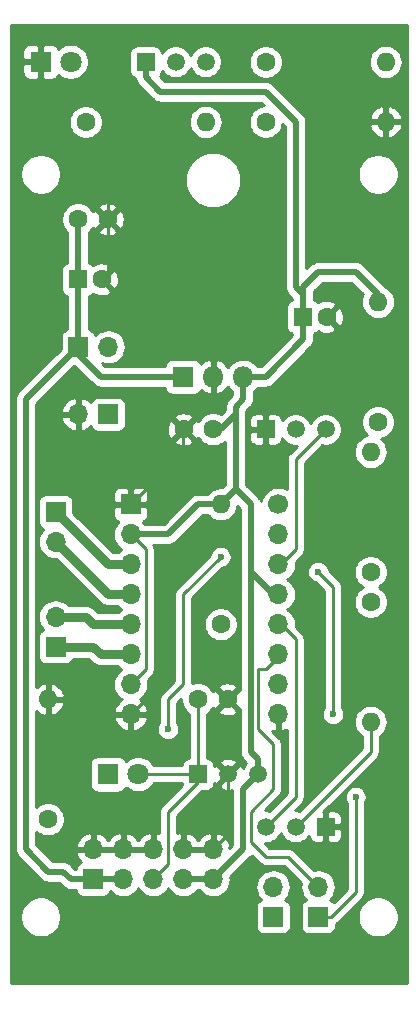
<source format=gtl>
G04 #@! TF.GenerationSoftware,KiCad,Pcbnew,(5.1.4)-1*
G04 #@! TF.CreationDate,2020-01-08T12:54:44-07:00*
G04 #@! TF.ProjectId,robot,726f626f-742e-46b6-9963-61645f706362,rev?*
G04 #@! TF.SameCoordinates,Original*
G04 #@! TF.FileFunction,Copper,L1,Top*
G04 #@! TF.FilePolarity,Positive*
%FSLAX46Y46*%
G04 Gerber Fmt 4.6, Leading zero omitted, Abs format (unit mm)*
G04 Created by KiCad (PCBNEW (5.1.4)-1) date 2020-01-08 12:54:44*
%MOMM*%
%LPD*%
G04 APERTURE LIST*
%ADD10R,1.500000X1.500000*%
%ADD11C,1.500000*%
%ADD12O,1.600000X1.600000*%
%ADD13C,1.600000*%
%ADD14C,1.800000*%
%ADD15R,1.800000X1.800000*%
%ADD16R,1.700000X1.700000*%
%ADD17O,1.700000X1.700000*%
%ADD18O,1.800000X1.800000*%
%ADD19R,1.600000X1.600000*%
%ADD20C,1.700000*%
%ADD21C,0.600000*%
%ADD22C,0.250000*%
%ADD23C,0.550000*%
%ADD24C,0.750000*%
%ADD25C,0.254000*%
G04 APERTURE END LIST*
D10*
X107950000Y-22860000D03*
D11*
X113030000Y-22860000D03*
X110490000Y-22860000D03*
D12*
X128270000Y-22860000D03*
D13*
X118110000Y-22860000D03*
D12*
X128270000Y-27940000D03*
D13*
X118110000Y-27940000D03*
D12*
X113030000Y-27940000D03*
D13*
X102870000Y-27940000D03*
D14*
X101600000Y-22860000D03*
D15*
X99060000Y-22860000D03*
D10*
X112395000Y-83185000D03*
D11*
X117475000Y-83185000D03*
X114935000Y-83185000D03*
D10*
X118110000Y-53975000D03*
D11*
X123190000Y-53975000D03*
X120650000Y-53975000D03*
D10*
X123190000Y-87630000D03*
D11*
X118110000Y-87630000D03*
X120650000Y-87630000D03*
D13*
X112395000Y-76835000D03*
X114895000Y-76835000D03*
D16*
X100330000Y-60960000D03*
D17*
X100330000Y-63500000D03*
D16*
X100330000Y-72390000D03*
D17*
X100330000Y-69850000D03*
D15*
X111125000Y-49530000D03*
D18*
X113665000Y-49530000D03*
X116205000Y-49530000D03*
D19*
X102235000Y-41275000D03*
D13*
X104235000Y-41275000D03*
D15*
X104775000Y-83185000D03*
D14*
X107315000Y-83185000D03*
D16*
X122555000Y-95250000D03*
D17*
X122555000Y-92710000D03*
D16*
X118745000Y-95250000D03*
D17*
X118745000Y-92710000D03*
D13*
X113665000Y-53975000D03*
X111165000Y-53975000D03*
X102235000Y-36195000D03*
X104735000Y-36195000D03*
D19*
X121285000Y-44450000D03*
D13*
X123285000Y-44450000D03*
D16*
X103505000Y-92075000D03*
D17*
X103505000Y-89535000D03*
X106045000Y-92075000D03*
X106045000Y-89535000D03*
X108585000Y-92075000D03*
X108585000Y-89535000D03*
X111125000Y-92075000D03*
X111125000Y-89535000D03*
X113665000Y-92075000D03*
X113665000Y-89535000D03*
D16*
X104775000Y-52705000D03*
D17*
X102235000Y-52705000D03*
D16*
X102235000Y-46990000D03*
D17*
X104775000Y-46990000D03*
X119180000Y-78105000D03*
X119180000Y-75565000D03*
X119180000Y-73025000D03*
X119180000Y-70485000D03*
X119180000Y-67945000D03*
X119180000Y-65405000D03*
X119180000Y-62865000D03*
D20*
X119180000Y-60325000D03*
D16*
X106680000Y-60325000D03*
D17*
X106680000Y-62865000D03*
X106680000Y-65405000D03*
X106680000Y-67945000D03*
X106680000Y-70485000D03*
X106680000Y-73025000D03*
X106680000Y-75565000D03*
X106680000Y-78105000D03*
D13*
X99695000Y-86995000D03*
D12*
X99695000Y-76835000D03*
D13*
X114300000Y-70485000D03*
D12*
X114300000Y-60325000D03*
D13*
X127635000Y-53340000D03*
D12*
X127635000Y-43180000D03*
D13*
X127000000Y-68580000D03*
D12*
X127000000Y-78740000D03*
D13*
X127000000Y-66040000D03*
D12*
X127000000Y-55880000D03*
D21*
X109855000Y-64770000D03*
X125730000Y-85090000D03*
X114300000Y-64770000D03*
X109855000Y-79375000D03*
X122555000Y-66040000D03*
X123825000Y-78105000D03*
D22*
X106680000Y-60325000D02*
X111125000Y-55880000D01*
X111125000Y-55880000D02*
X111125000Y-53975000D01*
X111125000Y-53975000D02*
X111165000Y-53975000D01*
X106680000Y-78105000D02*
X109855000Y-74930000D01*
X109855000Y-74930000D02*
X109855000Y-64770000D01*
X111165000Y-53975000D02*
X111125000Y-53975000D01*
X111125000Y-53975000D02*
X113665000Y-51435000D01*
X113665000Y-51435000D02*
X113665000Y-49530000D01*
X114895000Y-76835000D02*
X114935000Y-76835000D01*
X114935000Y-76835000D02*
X113665000Y-78105000D01*
X104235000Y-41275000D02*
X104140000Y-41275000D01*
X104140000Y-41275000D02*
X104775000Y-40640000D01*
X104775000Y-40640000D02*
X104775000Y-36195000D01*
X104775000Y-36195000D02*
X104735000Y-36195000D01*
X113665000Y-81915000D02*
X114935000Y-83185000D01*
X113665000Y-78105000D02*
X113665000Y-81915000D01*
X114935000Y-88265000D02*
X113665000Y-89535000D01*
X114935000Y-83185000D02*
X114935000Y-88265000D01*
X99060000Y-22860000D02*
X99060000Y-27940000D01*
X104735000Y-33615000D02*
X104735000Y-36195000D01*
X99060000Y-27940000D02*
X104735000Y-33615000D01*
X106680000Y-75565000D02*
X107950000Y-74295000D01*
X107950000Y-74295000D02*
X107950000Y-64135000D01*
X107950000Y-64135000D02*
X106680000Y-62865000D01*
D23*
X116840000Y-81280000D02*
X116840000Y-66040000D01*
X106680000Y-62865000D02*
X109855000Y-62865000D01*
X112395000Y-60325000D02*
X114300000Y-60325000D01*
X109855000Y-62865000D02*
X112395000Y-60325000D01*
X119180000Y-67945000D02*
X118745000Y-67945000D01*
X118745000Y-67945000D02*
X116840000Y-66040000D01*
X116840000Y-66040000D02*
X116840000Y-60325000D01*
X116840000Y-60325000D02*
X115570000Y-59055000D01*
X113665000Y-53975000D02*
X114300000Y-53975000D01*
X114300000Y-53975000D02*
X115570000Y-52705000D01*
X116205000Y-49530000D02*
X116205000Y-51435000D01*
X115570000Y-59055000D02*
X114300000Y-60325000D01*
X115570000Y-52070000D02*
X115570000Y-52705000D01*
X115570000Y-52705000D02*
X115570000Y-59055000D01*
X116205000Y-51435000D02*
X115570000Y-52070000D01*
X127635000Y-43180000D02*
X127635000Y-42545000D01*
X127635000Y-42545000D02*
X125730000Y-40640000D01*
X125730000Y-40640000D02*
X122555000Y-40640000D01*
X122555000Y-40640000D02*
X121285000Y-41910000D01*
X116205000Y-49530000D02*
X118110000Y-49530000D01*
X121285000Y-46355000D02*
X121285000Y-44450000D01*
X118110000Y-49530000D02*
X121285000Y-46355000D01*
X113665000Y-92075000D02*
X111125000Y-92075000D01*
X117475000Y-81915000D02*
X117475000Y-83185000D01*
X116840000Y-81280000D02*
X117475000Y-81915000D01*
X116205000Y-89535000D02*
X113665000Y-92075000D01*
X117475000Y-83185000D02*
X116205000Y-84455000D01*
X116205000Y-84455000D02*
X116205000Y-89535000D01*
X120650000Y-27940000D02*
X120650000Y-41910000D01*
X121285000Y-42545000D02*
X121285000Y-44450000D01*
X118110000Y-25400000D02*
X120650000Y-27940000D01*
X121285000Y-41910000D02*
X121285000Y-42545000D01*
X120650000Y-41910000D02*
X121285000Y-42545000D01*
X107950000Y-24160000D02*
X107950000Y-22860000D01*
X109190000Y-25400000D02*
X107950000Y-24160000D01*
X118110000Y-25400000D02*
X109190000Y-25400000D01*
D22*
X112395000Y-83185000D02*
X112395000Y-83820000D01*
X112395000Y-83820000D02*
X109855000Y-86360000D01*
X109855000Y-90805000D02*
X108585000Y-92075000D01*
X109855000Y-86360000D02*
X109855000Y-90805000D01*
X112395000Y-76835000D02*
X112395000Y-83185000D01*
X112395000Y-83185000D02*
X107315000Y-83185000D01*
X123655000Y-95250000D02*
X122555000Y-95250000D01*
X125730000Y-93175000D02*
X123655000Y-95250000D01*
X125730000Y-85090000D02*
X125730000Y-93175000D01*
X119180000Y-73025000D02*
X119380000Y-73025000D01*
X119380000Y-73025000D02*
X118110000Y-74295000D01*
X118110000Y-74295000D02*
X117475000Y-74295000D01*
X117475000Y-74295000D02*
X117475000Y-79375000D01*
X117475000Y-79375000D02*
X118745000Y-80645000D01*
X118745000Y-80645000D02*
X118745000Y-84455000D01*
X118745000Y-84455000D02*
X116840000Y-86360000D01*
X116840000Y-86360000D02*
X116840000Y-88900000D01*
X116840000Y-88900000D02*
X118110000Y-90170000D01*
X120015000Y-90170000D02*
X122555000Y-92710000D01*
X118110000Y-90170000D02*
X120015000Y-90170000D01*
X114300000Y-64770000D02*
X111125000Y-67945000D01*
X111125000Y-67945000D02*
X111125000Y-75565000D01*
X111125000Y-75565000D02*
X109855000Y-76835000D01*
X109855000Y-76835000D02*
X109855000Y-79375000D01*
X122555000Y-66040000D02*
X123825000Y-67310000D01*
X123825000Y-67310000D02*
X123825000Y-78105000D01*
X120650000Y-85090000D02*
X118110000Y-87630000D01*
X120650000Y-71755000D02*
X120650000Y-85090000D01*
X119180000Y-70485000D02*
X119380000Y-70485000D01*
X119380000Y-70485000D02*
X120650000Y-71755000D01*
X120650000Y-64135000D02*
X119380000Y-65405000D01*
X119380000Y-65405000D02*
X119180000Y-65405000D01*
X120650000Y-56515000D02*
X123190000Y-53975000D01*
X120650000Y-64135000D02*
X120650000Y-56515000D01*
X127000000Y-81280000D02*
X120650000Y-87630000D01*
X127000000Y-78740000D02*
X127000000Y-81280000D01*
D23*
X102235000Y-46990000D02*
X102235000Y-47625000D01*
X102235000Y-47625000D02*
X104140000Y-49530000D01*
X104140000Y-49530000D02*
X111125000Y-49530000D01*
X102235000Y-41275000D02*
X102235000Y-36195000D01*
X106045000Y-92075000D02*
X103505000Y-92075000D01*
X103505000Y-92075000D02*
X101600000Y-92075000D01*
X101600000Y-92075000D02*
X100965000Y-91440000D01*
X100965000Y-91440000D02*
X99695000Y-91440000D01*
X99695000Y-91440000D02*
X97790000Y-89535000D01*
X97790000Y-89535000D02*
X97790000Y-51435000D01*
X97790000Y-51435000D02*
X102235000Y-46990000D01*
X102235000Y-46990000D02*
X102235000Y-41275000D01*
D24*
X106680000Y-65405000D02*
X104775000Y-65405000D01*
X104775000Y-65405000D02*
X100330000Y-60960000D01*
X106680000Y-67945000D02*
X104775000Y-67945000D01*
X104775000Y-67945000D02*
X100330000Y-63500000D01*
X106680000Y-73025000D02*
X104140000Y-73025000D01*
X103505000Y-72390000D02*
X100330000Y-72390000D01*
X104140000Y-73025000D02*
X103505000Y-72390000D01*
X106680000Y-70485000D02*
X103505000Y-70485000D01*
X102870000Y-69850000D02*
X100330000Y-69850000D01*
X103505000Y-70485000D02*
X102870000Y-69850000D01*
D25*
G36*
X130100001Y-77435123D02*
G01*
X130100000Y-93945123D01*
X130100000Y-93945124D01*
X130100001Y-100890000D01*
X96595000Y-100890000D01*
X96595000Y-95079117D01*
X97325000Y-95079117D01*
X97325000Y-95420883D01*
X97391675Y-95756081D01*
X97522463Y-96071831D01*
X97712337Y-96355998D01*
X97954002Y-96597663D01*
X98238169Y-96787537D01*
X98553919Y-96918325D01*
X98889117Y-96985000D01*
X99230883Y-96985000D01*
X99566081Y-96918325D01*
X99881831Y-96787537D01*
X100165998Y-96597663D01*
X100407663Y-96355998D01*
X100597537Y-96071831D01*
X100728325Y-95756081D01*
X100795000Y-95420883D01*
X100795000Y-95079117D01*
X100728325Y-94743919D01*
X100597537Y-94428169D01*
X100407663Y-94144002D01*
X100165998Y-93902337D01*
X99881831Y-93712463D01*
X99566081Y-93581675D01*
X99230883Y-93515000D01*
X98889117Y-93515000D01*
X98553919Y-93581675D01*
X98238169Y-93712463D01*
X97954002Y-93902337D01*
X97712337Y-94144002D01*
X97522463Y-94428169D01*
X97391675Y-94743919D01*
X97325000Y-95079117D01*
X96595000Y-95079117D01*
X96595000Y-51435000D01*
X96875597Y-51435000D01*
X96880001Y-51479712D01*
X96880000Y-89490298D01*
X96875597Y-89535000D01*
X96880000Y-89579702D01*
X96880000Y-89579703D01*
X96893167Y-89713390D01*
X96943026Y-89877753D01*
X96945202Y-89884926D01*
X97029702Y-90043015D01*
X97058953Y-90078657D01*
X97143419Y-90181581D01*
X97178154Y-90210087D01*
X99019918Y-92051851D01*
X99048419Y-92086581D01*
X99138999Y-92160918D01*
X99186984Y-92200298D01*
X99345073Y-92284798D01*
X99516609Y-92336833D01*
X99650296Y-92350000D01*
X99650298Y-92350000D01*
X99695000Y-92354403D01*
X99739702Y-92350000D01*
X100588067Y-92350000D01*
X100924917Y-92686851D01*
X100953419Y-92721581D01*
X101091985Y-92835298D01*
X101250073Y-92919798D01*
X101421609Y-92971833D01*
X101555296Y-92985000D01*
X101555298Y-92985000D01*
X101600000Y-92989403D01*
X101644702Y-92985000D01*
X102022837Y-92985000D01*
X102029188Y-93049482D01*
X102065498Y-93169180D01*
X102124463Y-93279494D01*
X102203815Y-93376185D01*
X102300506Y-93455537D01*
X102410820Y-93514502D01*
X102530518Y-93550812D01*
X102655000Y-93563072D01*
X104355000Y-93563072D01*
X104479482Y-93550812D01*
X104599180Y-93514502D01*
X104709494Y-93455537D01*
X104806185Y-93376185D01*
X104885537Y-93279494D01*
X104944502Y-93169180D01*
X104965393Y-93100313D01*
X104989866Y-93130134D01*
X105215986Y-93315706D01*
X105473966Y-93453599D01*
X105753889Y-93538513D01*
X105972050Y-93560000D01*
X106117950Y-93560000D01*
X106336111Y-93538513D01*
X106616034Y-93453599D01*
X106874014Y-93315706D01*
X107100134Y-93130134D01*
X107285706Y-92904014D01*
X107315000Y-92849209D01*
X107344294Y-92904014D01*
X107529866Y-93130134D01*
X107755986Y-93315706D01*
X108013966Y-93453599D01*
X108293889Y-93538513D01*
X108512050Y-93560000D01*
X108657950Y-93560000D01*
X108876111Y-93538513D01*
X109156034Y-93453599D01*
X109414014Y-93315706D01*
X109640134Y-93130134D01*
X109825706Y-92904014D01*
X109855000Y-92849209D01*
X109884294Y-92904014D01*
X110069866Y-93130134D01*
X110295986Y-93315706D01*
X110553966Y-93453599D01*
X110833889Y-93538513D01*
X111052050Y-93560000D01*
X111197950Y-93560000D01*
X111416111Y-93538513D01*
X111696034Y-93453599D01*
X111954014Y-93315706D01*
X112180134Y-93130134D01*
X112299242Y-92985000D01*
X112490758Y-92985000D01*
X112609866Y-93130134D01*
X112835986Y-93315706D01*
X113093966Y-93453599D01*
X113373889Y-93538513D01*
X113592050Y-93560000D01*
X113737950Y-93560000D01*
X113956111Y-93538513D01*
X114236034Y-93453599D01*
X114494014Y-93315706D01*
X114720134Y-93130134D01*
X114905706Y-92904014D01*
X115009408Y-92710000D01*
X117252815Y-92710000D01*
X117281487Y-93001111D01*
X117366401Y-93281034D01*
X117504294Y-93539014D01*
X117689866Y-93765134D01*
X117719687Y-93789607D01*
X117650820Y-93810498D01*
X117540506Y-93869463D01*
X117443815Y-93948815D01*
X117364463Y-94045506D01*
X117305498Y-94155820D01*
X117269188Y-94275518D01*
X117256928Y-94400000D01*
X117256928Y-96100000D01*
X117269188Y-96224482D01*
X117305498Y-96344180D01*
X117364463Y-96454494D01*
X117443815Y-96551185D01*
X117540506Y-96630537D01*
X117650820Y-96689502D01*
X117770518Y-96725812D01*
X117895000Y-96738072D01*
X119595000Y-96738072D01*
X119719482Y-96725812D01*
X119839180Y-96689502D01*
X119949494Y-96630537D01*
X120046185Y-96551185D01*
X120125537Y-96454494D01*
X120184502Y-96344180D01*
X120220812Y-96224482D01*
X120233072Y-96100000D01*
X120233072Y-94400000D01*
X120220812Y-94275518D01*
X120184502Y-94155820D01*
X120125537Y-94045506D01*
X120046185Y-93948815D01*
X119949494Y-93869463D01*
X119839180Y-93810498D01*
X119770313Y-93789607D01*
X119800134Y-93765134D01*
X119985706Y-93539014D01*
X120123599Y-93281034D01*
X120208513Y-93001111D01*
X120237185Y-92710000D01*
X120208513Y-92418889D01*
X120123599Y-92138966D01*
X119985706Y-91880986D01*
X119800134Y-91654866D01*
X119574014Y-91469294D01*
X119316034Y-91331401D01*
X119036111Y-91246487D01*
X118817950Y-91225000D01*
X118672050Y-91225000D01*
X118453889Y-91246487D01*
X118173966Y-91331401D01*
X117915986Y-91469294D01*
X117689866Y-91654866D01*
X117504294Y-91880986D01*
X117366401Y-92138966D01*
X117281487Y-92418889D01*
X117252815Y-92710000D01*
X115009408Y-92710000D01*
X115043599Y-92646034D01*
X115128513Y-92366111D01*
X115157185Y-92075000D01*
X115138782Y-91888151D01*
X116816852Y-90210082D01*
X116851581Y-90181581D01*
X116939567Y-90074369D01*
X117546200Y-90681002D01*
X117569999Y-90710001D01*
X117685724Y-90804974D01*
X117817753Y-90875546D01*
X117961014Y-90919003D01*
X118072667Y-90930000D01*
X118072676Y-90930000D01*
X118109999Y-90933676D01*
X118147322Y-90930000D01*
X119700199Y-90930000D01*
X121114203Y-92344005D01*
X121091487Y-92418889D01*
X121062815Y-92710000D01*
X121091487Y-93001111D01*
X121176401Y-93281034D01*
X121314294Y-93539014D01*
X121499866Y-93765134D01*
X121529687Y-93789607D01*
X121460820Y-93810498D01*
X121350506Y-93869463D01*
X121253815Y-93948815D01*
X121174463Y-94045506D01*
X121115498Y-94155820D01*
X121079188Y-94275518D01*
X121066928Y-94400000D01*
X121066928Y-96100000D01*
X121079188Y-96224482D01*
X121115498Y-96344180D01*
X121174463Y-96454494D01*
X121253815Y-96551185D01*
X121350506Y-96630537D01*
X121460820Y-96689502D01*
X121580518Y-96725812D01*
X121705000Y-96738072D01*
X123405000Y-96738072D01*
X123529482Y-96725812D01*
X123649180Y-96689502D01*
X123759494Y-96630537D01*
X123856185Y-96551185D01*
X123935537Y-96454494D01*
X123994502Y-96344180D01*
X124030812Y-96224482D01*
X124043072Y-96100000D01*
X124043072Y-95904326D01*
X124079276Y-95884974D01*
X124195001Y-95790001D01*
X124218804Y-95760997D01*
X124900684Y-95079117D01*
X125900000Y-95079117D01*
X125900000Y-95420883D01*
X125966675Y-95756081D01*
X126097463Y-96071831D01*
X126287337Y-96355998D01*
X126529002Y-96597663D01*
X126813169Y-96787537D01*
X127128919Y-96918325D01*
X127464117Y-96985000D01*
X127805883Y-96985000D01*
X128141081Y-96918325D01*
X128456831Y-96787537D01*
X128740998Y-96597663D01*
X128982663Y-96355998D01*
X129172537Y-96071831D01*
X129303325Y-95756081D01*
X129370000Y-95420883D01*
X129370000Y-95079117D01*
X129303325Y-94743919D01*
X129172537Y-94428169D01*
X128982663Y-94144002D01*
X128740998Y-93902337D01*
X128456831Y-93712463D01*
X128141081Y-93581675D01*
X127805883Y-93515000D01*
X127464117Y-93515000D01*
X127128919Y-93581675D01*
X126813169Y-93712463D01*
X126529002Y-93902337D01*
X126287337Y-94144002D01*
X126097463Y-94428169D01*
X125966675Y-94743919D01*
X125900000Y-95079117D01*
X124900684Y-95079117D01*
X126241003Y-93738799D01*
X126270001Y-93715001D01*
X126296332Y-93682917D01*
X126364974Y-93599277D01*
X126435546Y-93467247D01*
X126459949Y-93386800D01*
X126479003Y-93323986D01*
X126490000Y-93212333D01*
X126490000Y-93212324D01*
X126493676Y-93175001D01*
X126490000Y-93137678D01*
X126490000Y-85635535D01*
X126558586Y-85532889D01*
X126629068Y-85362729D01*
X126665000Y-85182089D01*
X126665000Y-84997911D01*
X126629068Y-84817271D01*
X126558586Y-84647111D01*
X126456262Y-84493972D01*
X126326028Y-84363738D01*
X126172889Y-84261414D01*
X126002729Y-84190932D01*
X125822089Y-84155000D01*
X125637911Y-84155000D01*
X125457271Y-84190932D01*
X125287111Y-84261414D01*
X125133972Y-84363738D01*
X125003738Y-84493972D01*
X124901414Y-84647111D01*
X124830932Y-84817271D01*
X124795000Y-84997911D01*
X124795000Y-85182089D01*
X124830932Y-85362729D01*
X124901414Y-85532889D01*
X124970000Y-85635536D01*
X124970001Y-92860197D01*
X123867543Y-93962655D01*
X123856185Y-93948815D01*
X123759494Y-93869463D01*
X123649180Y-93810498D01*
X123580313Y-93789607D01*
X123610134Y-93765134D01*
X123795706Y-93539014D01*
X123933599Y-93281034D01*
X124018513Y-93001111D01*
X124047185Y-92710000D01*
X124018513Y-92418889D01*
X123933599Y-92138966D01*
X123795706Y-91880986D01*
X123610134Y-91654866D01*
X123384014Y-91469294D01*
X123126034Y-91331401D01*
X122846111Y-91246487D01*
X122627950Y-91225000D01*
X122482050Y-91225000D01*
X122263889Y-91246487D01*
X122189005Y-91269203D01*
X120578804Y-89659003D01*
X120555001Y-89629999D01*
X120439276Y-89535026D01*
X120307247Y-89464454D01*
X120163986Y-89420997D01*
X120052333Y-89410000D01*
X120052322Y-89410000D01*
X120015000Y-89406324D01*
X119977678Y-89410000D01*
X118424802Y-89410000D01*
X118029802Y-89015000D01*
X118246411Y-89015000D01*
X118513989Y-88961775D01*
X118766043Y-88857371D01*
X118992886Y-88705799D01*
X119185799Y-88512886D01*
X119337371Y-88286043D01*
X119380000Y-88183127D01*
X119422629Y-88286043D01*
X119574201Y-88512886D01*
X119767114Y-88705799D01*
X119993957Y-88857371D01*
X120246011Y-88961775D01*
X120513589Y-89015000D01*
X120786411Y-89015000D01*
X121053989Y-88961775D01*
X121306043Y-88857371D01*
X121532886Y-88705799D01*
X121725799Y-88512886D01*
X121803555Y-88396517D01*
X121814188Y-88504482D01*
X121850498Y-88624180D01*
X121909463Y-88734494D01*
X121988815Y-88831185D01*
X122085506Y-88910537D01*
X122195820Y-88969502D01*
X122315518Y-89005812D01*
X122440000Y-89018072D01*
X122904250Y-89015000D01*
X123063000Y-88856250D01*
X123063000Y-87757000D01*
X123317000Y-87757000D01*
X123317000Y-88856250D01*
X123475750Y-89015000D01*
X123940000Y-89018072D01*
X124064482Y-89005812D01*
X124184180Y-88969502D01*
X124294494Y-88910537D01*
X124391185Y-88831185D01*
X124470537Y-88734494D01*
X124529502Y-88624180D01*
X124565812Y-88504482D01*
X124578072Y-88380000D01*
X124575000Y-87915750D01*
X124416250Y-87757000D01*
X123317000Y-87757000D01*
X123063000Y-87757000D01*
X123043000Y-87757000D01*
X123043000Y-87503000D01*
X123063000Y-87503000D01*
X123063000Y-86403750D01*
X123317000Y-86403750D01*
X123317000Y-87503000D01*
X124416250Y-87503000D01*
X124575000Y-87344250D01*
X124578072Y-86880000D01*
X124565812Y-86755518D01*
X124529502Y-86635820D01*
X124470537Y-86525506D01*
X124391185Y-86428815D01*
X124294494Y-86349463D01*
X124184180Y-86290498D01*
X124064482Y-86254188D01*
X123940000Y-86241928D01*
X123475750Y-86245000D01*
X123317000Y-86403750D01*
X123063000Y-86403750D01*
X123007026Y-86347776D01*
X127511003Y-81843799D01*
X127540001Y-81820001D01*
X127593787Y-81754463D01*
X127634974Y-81704277D01*
X127705546Y-81572247D01*
X127740083Y-81458391D01*
X127749003Y-81428986D01*
X127760000Y-81317333D01*
X127760000Y-81317324D01*
X127763676Y-81280001D01*
X127760000Y-81242678D01*
X127760000Y-79960901D01*
X127801101Y-79938932D01*
X128019608Y-79759608D01*
X128198932Y-79541101D01*
X128332182Y-79291808D01*
X128414236Y-79021309D01*
X128441943Y-78740000D01*
X128414236Y-78458691D01*
X128332182Y-78188192D01*
X128198932Y-77938899D01*
X128019608Y-77720392D01*
X127801101Y-77541068D01*
X127551808Y-77407818D01*
X127281309Y-77325764D01*
X127070492Y-77305000D01*
X126929508Y-77305000D01*
X126718691Y-77325764D01*
X126448192Y-77407818D01*
X126198899Y-77541068D01*
X125980392Y-77720392D01*
X125801068Y-77938899D01*
X125667818Y-78188192D01*
X125585764Y-78458691D01*
X125558057Y-78740000D01*
X125585764Y-79021309D01*
X125667818Y-79291808D01*
X125801068Y-79541101D01*
X125980392Y-79759608D01*
X126198899Y-79938932D01*
X126240000Y-79960901D01*
X126240001Y-80965197D01*
X120931365Y-86273833D01*
X120786411Y-86245000D01*
X120569803Y-86245000D01*
X121161008Y-85653795D01*
X121190001Y-85630001D01*
X121213795Y-85601008D01*
X121213799Y-85601004D01*
X121284973Y-85514277D01*
X121284974Y-85514276D01*
X121355546Y-85382247D01*
X121399003Y-85238986D01*
X121410000Y-85127333D01*
X121410000Y-85127324D01*
X121413676Y-85090001D01*
X121410000Y-85052678D01*
X121410000Y-71792322D01*
X121413676Y-71754999D01*
X121410000Y-71717676D01*
X121410000Y-71717667D01*
X121399003Y-71606014D01*
X121355546Y-71462753D01*
X121284974Y-71330724D01*
X121190001Y-71214999D01*
X121161004Y-71191202D01*
X120652694Y-70682893D01*
X120672185Y-70485000D01*
X120643513Y-70193889D01*
X120558599Y-69913966D01*
X120420706Y-69655986D01*
X120235134Y-69429866D01*
X120009014Y-69244294D01*
X119954209Y-69215000D01*
X120009014Y-69185706D01*
X120235134Y-69000134D01*
X120420706Y-68774014D01*
X120558599Y-68516034D01*
X120643513Y-68236111D01*
X120672185Y-67945000D01*
X120643513Y-67653889D01*
X120558599Y-67373966D01*
X120420706Y-67115986D01*
X120235134Y-66889866D01*
X120009014Y-66704294D01*
X119954209Y-66675000D01*
X120009014Y-66645706D01*
X120235134Y-66460134D01*
X120420706Y-66234014D01*
X120558599Y-65976034D01*
X120567130Y-65947911D01*
X121620000Y-65947911D01*
X121620000Y-66132089D01*
X121655932Y-66312729D01*
X121726414Y-66482889D01*
X121828738Y-66636028D01*
X121958972Y-66766262D01*
X122112111Y-66868586D01*
X122282271Y-66939068D01*
X122403351Y-66963153D01*
X123065000Y-67624802D01*
X123065001Y-77559463D01*
X122996414Y-77662111D01*
X122925932Y-77832271D01*
X122890000Y-78012911D01*
X122890000Y-78197089D01*
X122925932Y-78377729D01*
X122996414Y-78547889D01*
X123098738Y-78701028D01*
X123228972Y-78831262D01*
X123382111Y-78933586D01*
X123552271Y-79004068D01*
X123732911Y-79040000D01*
X123917089Y-79040000D01*
X124097729Y-79004068D01*
X124267889Y-78933586D01*
X124421028Y-78831262D01*
X124551262Y-78701028D01*
X124653586Y-78547889D01*
X124724068Y-78377729D01*
X124760000Y-78197089D01*
X124760000Y-78012911D01*
X124724068Y-77832271D01*
X124653586Y-77662111D01*
X124585000Y-77559465D01*
X124585000Y-67347322D01*
X124588676Y-67309999D01*
X124585000Y-67272676D01*
X124585000Y-67272667D01*
X124574003Y-67161014D01*
X124530546Y-67017753D01*
X124459974Y-66885724D01*
X124365001Y-66769999D01*
X124336004Y-66746202D01*
X123488467Y-65898665D01*
X125565000Y-65898665D01*
X125565000Y-66181335D01*
X125620147Y-66458574D01*
X125728320Y-66719727D01*
X125885363Y-66954759D01*
X126085241Y-67154637D01*
X126317759Y-67310000D01*
X126085241Y-67465363D01*
X125885363Y-67665241D01*
X125728320Y-67900273D01*
X125620147Y-68161426D01*
X125565000Y-68438665D01*
X125565000Y-68721335D01*
X125620147Y-68998574D01*
X125728320Y-69259727D01*
X125885363Y-69494759D01*
X126085241Y-69694637D01*
X126320273Y-69851680D01*
X126581426Y-69959853D01*
X126858665Y-70015000D01*
X127141335Y-70015000D01*
X127418574Y-69959853D01*
X127679727Y-69851680D01*
X127914759Y-69694637D01*
X128114637Y-69494759D01*
X128271680Y-69259727D01*
X128379853Y-68998574D01*
X128435000Y-68721335D01*
X128435000Y-68438665D01*
X128379853Y-68161426D01*
X128271680Y-67900273D01*
X128114637Y-67665241D01*
X127914759Y-67465363D01*
X127682241Y-67310000D01*
X127914759Y-67154637D01*
X128114637Y-66954759D01*
X128271680Y-66719727D01*
X128379853Y-66458574D01*
X128435000Y-66181335D01*
X128435000Y-65898665D01*
X128379853Y-65621426D01*
X128271680Y-65360273D01*
X128114637Y-65125241D01*
X127914759Y-64925363D01*
X127679727Y-64768320D01*
X127418574Y-64660147D01*
X127141335Y-64605000D01*
X126858665Y-64605000D01*
X126581426Y-64660147D01*
X126320273Y-64768320D01*
X126085241Y-64925363D01*
X125885363Y-65125241D01*
X125728320Y-65360273D01*
X125620147Y-65621426D01*
X125565000Y-65898665D01*
X123488467Y-65898665D01*
X123478153Y-65888351D01*
X123454068Y-65767271D01*
X123383586Y-65597111D01*
X123281262Y-65443972D01*
X123151028Y-65313738D01*
X122997889Y-65211414D01*
X122827729Y-65140932D01*
X122647089Y-65105000D01*
X122462911Y-65105000D01*
X122282271Y-65140932D01*
X122112111Y-65211414D01*
X121958972Y-65313738D01*
X121828738Y-65443972D01*
X121726414Y-65597111D01*
X121655932Y-65767271D01*
X121620000Y-65947911D01*
X120567130Y-65947911D01*
X120643513Y-65696111D01*
X120672185Y-65405000D01*
X120652694Y-65207107D01*
X121161004Y-64698798D01*
X121190001Y-64675001D01*
X121284974Y-64559276D01*
X121355546Y-64427247D01*
X121399003Y-64283986D01*
X121410000Y-64172333D01*
X121410000Y-64172324D01*
X121413676Y-64135001D01*
X121410000Y-64097678D01*
X121410000Y-56829801D01*
X122359802Y-55880000D01*
X125558057Y-55880000D01*
X125585764Y-56161309D01*
X125667818Y-56431808D01*
X125801068Y-56681101D01*
X125980392Y-56899608D01*
X126198899Y-57078932D01*
X126448192Y-57212182D01*
X126718691Y-57294236D01*
X126929508Y-57315000D01*
X127070492Y-57315000D01*
X127281309Y-57294236D01*
X127551808Y-57212182D01*
X127801101Y-57078932D01*
X128019608Y-56899608D01*
X128198932Y-56681101D01*
X128332182Y-56431808D01*
X128414236Y-56161309D01*
X128441943Y-55880000D01*
X128414236Y-55598691D01*
X128332182Y-55328192D01*
X128198932Y-55078899D01*
X128019608Y-54860392D01*
X127888396Y-54752709D01*
X128053574Y-54719853D01*
X128314727Y-54611680D01*
X128549759Y-54454637D01*
X128749637Y-54254759D01*
X128906680Y-54019727D01*
X129014853Y-53758574D01*
X129070000Y-53481335D01*
X129070000Y-53198665D01*
X129014853Y-52921426D01*
X128906680Y-52660273D01*
X128749637Y-52425241D01*
X128549759Y-52225363D01*
X128314727Y-52068320D01*
X128053574Y-51960147D01*
X127776335Y-51905000D01*
X127493665Y-51905000D01*
X127216426Y-51960147D01*
X126955273Y-52068320D01*
X126720241Y-52225363D01*
X126520363Y-52425241D01*
X126363320Y-52660273D01*
X126255147Y-52921426D01*
X126200000Y-53198665D01*
X126200000Y-53481335D01*
X126255147Y-53758574D01*
X126363320Y-54019727D01*
X126520363Y-54254759D01*
X126720241Y-54454637D01*
X126734555Y-54464201D01*
X126718691Y-54465764D01*
X126448192Y-54547818D01*
X126198899Y-54681068D01*
X125980392Y-54860392D01*
X125801068Y-55078899D01*
X125667818Y-55328192D01*
X125585764Y-55598691D01*
X125558057Y-55880000D01*
X122359802Y-55880000D01*
X122908636Y-55331167D01*
X123053589Y-55360000D01*
X123326411Y-55360000D01*
X123593989Y-55306775D01*
X123846043Y-55202371D01*
X124072886Y-55050799D01*
X124265799Y-54857886D01*
X124417371Y-54631043D01*
X124521775Y-54378989D01*
X124575000Y-54111411D01*
X124575000Y-53838589D01*
X124521775Y-53571011D01*
X124417371Y-53318957D01*
X124265799Y-53092114D01*
X124072886Y-52899201D01*
X123846043Y-52747629D01*
X123593989Y-52643225D01*
X123326411Y-52590000D01*
X123053589Y-52590000D01*
X122786011Y-52643225D01*
X122533957Y-52747629D01*
X122307114Y-52899201D01*
X122114201Y-53092114D01*
X121962629Y-53318957D01*
X121920000Y-53421873D01*
X121877371Y-53318957D01*
X121725799Y-53092114D01*
X121532886Y-52899201D01*
X121306043Y-52747629D01*
X121053989Y-52643225D01*
X120786411Y-52590000D01*
X120513589Y-52590000D01*
X120246011Y-52643225D01*
X119993957Y-52747629D01*
X119767114Y-52899201D01*
X119574201Y-53092114D01*
X119496445Y-53208483D01*
X119485812Y-53100518D01*
X119449502Y-52980820D01*
X119390537Y-52870506D01*
X119311185Y-52773815D01*
X119214494Y-52694463D01*
X119104180Y-52635498D01*
X118984482Y-52599188D01*
X118860000Y-52586928D01*
X118395750Y-52590000D01*
X118237000Y-52748750D01*
X118237000Y-53848000D01*
X118257000Y-53848000D01*
X118257000Y-54102000D01*
X118237000Y-54102000D01*
X118237000Y-55201250D01*
X118395750Y-55360000D01*
X118860000Y-55363072D01*
X118984482Y-55350812D01*
X119104180Y-55314502D01*
X119214494Y-55255537D01*
X119311185Y-55176185D01*
X119390537Y-55079494D01*
X119449502Y-54969180D01*
X119485812Y-54849482D01*
X119496445Y-54741517D01*
X119574201Y-54857886D01*
X119767114Y-55050799D01*
X119993957Y-55202371D01*
X120246011Y-55306775D01*
X120513589Y-55360000D01*
X120730199Y-55360000D01*
X120138998Y-55951201D01*
X120110000Y-55974999D01*
X120086202Y-56003997D01*
X120086201Y-56003998D01*
X120015026Y-56090724D01*
X119944454Y-56222754D01*
X119900998Y-56366015D01*
X119886324Y-56515000D01*
X119890001Y-56552332D01*
X119890001Y-59013413D01*
X119883411Y-59009010D01*
X119613158Y-58897068D01*
X119326260Y-58840000D01*
X119033740Y-58840000D01*
X118746842Y-58897068D01*
X118476589Y-59009010D01*
X118233368Y-59171525D01*
X118026525Y-59378368D01*
X117864010Y-59621589D01*
X117752068Y-59891842D01*
X117715428Y-60076045D01*
X117684798Y-59975073D01*
X117600299Y-59816986D01*
X117600298Y-59816984D01*
X117549844Y-59755506D01*
X117486581Y-59678419D01*
X117451851Y-59649917D01*
X116480000Y-58678067D01*
X116480000Y-54725000D01*
X116721928Y-54725000D01*
X116734188Y-54849482D01*
X116770498Y-54969180D01*
X116829463Y-55079494D01*
X116908815Y-55176185D01*
X117005506Y-55255537D01*
X117115820Y-55314502D01*
X117235518Y-55350812D01*
X117360000Y-55363072D01*
X117824250Y-55360000D01*
X117983000Y-55201250D01*
X117983000Y-54102000D01*
X116883750Y-54102000D01*
X116725000Y-54260750D01*
X116721928Y-54725000D01*
X116480000Y-54725000D01*
X116480000Y-53225000D01*
X116721928Y-53225000D01*
X116725000Y-53689250D01*
X116883750Y-53848000D01*
X117983000Y-53848000D01*
X117983000Y-52748750D01*
X117824250Y-52590000D01*
X117360000Y-52586928D01*
X117235518Y-52599188D01*
X117115820Y-52635498D01*
X117005506Y-52694463D01*
X116908815Y-52773815D01*
X116829463Y-52870506D01*
X116770498Y-52980820D01*
X116734188Y-53100518D01*
X116721928Y-53225000D01*
X116480000Y-53225000D01*
X116480000Y-52749703D01*
X116484403Y-52705001D01*
X116480000Y-52660296D01*
X116480000Y-52446933D01*
X116816851Y-52110083D01*
X116851581Y-52081581D01*
X116965298Y-51943015D01*
X117049798Y-51784927D01*
X117101833Y-51613391D01*
X117115000Y-51479704D01*
X117115000Y-51479702D01*
X117119403Y-51435000D01*
X117115000Y-51390296D01*
X117115000Y-50768925D01*
X117295661Y-50620661D01*
X117443925Y-50440000D01*
X118065298Y-50440000D01*
X118110000Y-50444403D01*
X118154702Y-50440000D01*
X118154704Y-50440000D01*
X118288391Y-50426833D01*
X118459927Y-50374798D01*
X118618015Y-50290298D01*
X118756581Y-50176581D01*
X118785087Y-50141846D01*
X121896853Y-47030081D01*
X121931581Y-47001581D01*
X122043914Y-46864702D01*
X122045298Y-46863016D01*
X122129798Y-46704927D01*
X122149471Y-46640073D01*
X122181833Y-46533391D01*
X122195000Y-46399704D01*
X122195000Y-46399703D01*
X122199403Y-46355001D01*
X122195000Y-46310299D01*
X122195000Y-45877238D01*
X122209482Y-45875812D01*
X122329180Y-45839502D01*
X122439494Y-45780537D01*
X122536185Y-45701185D01*
X122546807Y-45688242D01*
X122798996Y-45807571D01*
X123073184Y-45876300D01*
X123355512Y-45890217D01*
X123635130Y-45848787D01*
X123901292Y-45753603D01*
X124026514Y-45686671D01*
X124098097Y-45442702D01*
X123285000Y-44629605D01*
X123270858Y-44643748D01*
X123091253Y-44464143D01*
X123105395Y-44450000D01*
X123464605Y-44450000D01*
X124277702Y-45263097D01*
X124521671Y-45191514D01*
X124642571Y-44936004D01*
X124711300Y-44661816D01*
X124725217Y-44379488D01*
X124683787Y-44099870D01*
X124588603Y-43833708D01*
X124521671Y-43708486D01*
X124277702Y-43636903D01*
X123464605Y-44450000D01*
X123105395Y-44450000D01*
X123091253Y-44435858D01*
X123270858Y-44256253D01*
X123285000Y-44270395D01*
X124098097Y-43457298D01*
X124026514Y-43213329D01*
X123771004Y-43092429D01*
X123496816Y-43023700D01*
X123214488Y-43009783D01*
X122934870Y-43051213D01*
X122668708Y-43146397D01*
X122546691Y-43211616D01*
X122536185Y-43198815D01*
X122439494Y-43119463D01*
X122329180Y-43060498D01*
X122209482Y-43024188D01*
X122195000Y-43022762D01*
X122195000Y-42589702D01*
X122199403Y-42545000D01*
X122195000Y-42500296D01*
X122195000Y-42286933D01*
X122931934Y-41550000D01*
X125353067Y-41550000D01*
X126347557Y-42544491D01*
X126302818Y-42628192D01*
X126220764Y-42898691D01*
X126193057Y-43180000D01*
X126220764Y-43461309D01*
X126302818Y-43731808D01*
X126436068Y-43981101D01*
X126615392Y-44199608D01*
X126833899Y-44378932D01*
X127083192Y-44512182D01*
X127353691Y-44594236D01*
X127564508Y-44615000D01*
X127705492Y-44615000D01*
X127916309Y-44594236D01*
X128186808Y-44512182D01*
X128436101Y-44378932D01*
X128654608Y-44199608D01*
X128833932Y-43981101D01*
X128967182Y-43731808D01*
X129049236Y-43461309D01*
X129076943Y-43180000D01*
X129049236Y-42898691D01*
X128967182Y-42628192D01*
X128833932Y-42378899D01*
X128654608Y-42160392D01*
X128436101Y-41981068D01*
X128281663Y-41898519D01*
X128281581Y-41898419D01*
X128246851Y-41869918D01*
X126405087Y-40028154D01*
X126376581Y-39993419D01*
X126238015Y-39879702D01*
X126079927Y-39795202D01*
X125908391Y-39743167D01*
X125774704Y-39730000D01*
X125774702Y-39730000D01*
X125730000Y-39725597D01*
X125685298Y-39730000D01*
X122599701Y-39730000D01*
X122554999Y-39725597D01*
X122510297Y-39730000D01*
X122510296Y-39730000D01*
X122376609Y-39743167D01*
X122205073Y-39795202D01*
X122104986Y-39848700D01*
X122046984Y-39879702D01*
X122039922Y-39885498D01*
X121908419Y-39993419D01*
X121879917Y-40028149D01*
X121560000Y-40348066D01*
X121560000Y-32214117D01*
X125900000Y-32214117D01*
X125900000Y-32555883D01*
X125966675Y-32891081D01*
X126097463Y-33206831D01*
X126287337Y-33490998D01*
X126529002Y-33732663D01*
X126813169Y-33922537D01*
X127128919Y-34053325D01*
X127464117Y-34120000D01*
X127805883Y-34120000D01*
X128141081Y-34053325D01*
X128456831Y-33922537D01*
X128740998Y-33732663D01*
X128982663Y-33490998D01*
X129172537Y-33206831D01*
X129303325Y-32891081D01*
X129370000Y-32555883D01*
X129370000Y-32214117D01*
X129303325Y-31878919D01*
X129172537Y-31563169D01*
X128982663Y-31279002D01*
X128740998Y-31037337D01*
X128456831Y-30847463D01*
X128141081Y-30716675D01*
X127805883Y-30650000D01*
X127464117Y-30650000D01*
X127128919Y-30716675D01*
X126813169Y-30847463D01*
X126529002Y-31037337D01*
X126287337Y-31279002D01*
X126097463Y-31563169D01*
X125966675Y-31878919D01*
X125900000Y-32214117D01*
X121560000Y-32214117D01*
X121560000Y-28289039D01*
X126878096Y-28289039D01*
X126918754Y-28423087D01*
X127038963Y-28677420D01*
X127206481Y-28903414D01*
X127414869Y-29092385D01*
X127656119Y-29237070D01*
X127920960Y-29331909D01*
X128143000Y-29210624D01*
X128143000Y-28067000D01*
X128397000Y-28067000D01*
X128397000Y-29210624D01*
X128619040Y-29331909D01*
X128883881Y-29237070D01*
X129125131Y-29092385D01*
X129333519Y-28903414D01*
X129501037Y-28677420D01*
X129621246Y-28423087D01*
X129661904Y-28289039D01*
X129539915Y-28067000D01*
X128397000Y-28067000D01*
X128143000Y-28067000D01*
X127000085Y-28067000D01*
X126878096Y-28289039D01*
X121560000Y-28289039D01*
X121560000Y-27984701D01*
X121564403Y-27939999D01*
X121560000Y-27895296D01*
X121546833Y-27761609D01*
X121495068Y-27590961D01*
X126878096Y-27590961D01*
X127000085Y-27813000D01*
X128143000Y-27813000D01*
X128143000Y-26669376D01*
X128397000Y-26669376D01*
X128397000Y-27813000D01*
X129539915Y-27813000D01*
X129661904Y-27590961D01*
X129621246Y-27456913D01*
X129501037Y-27202580D01*
X129333519Y-26976586D01*
X129125131Y-26787615D01*
X128883881Y-26642930D01*
X128619040Y-26548091D01*
X128397000Y-26669376D01*
X128143000Y-26669376D01*
X127920960Y-26548091D01*
X127656119Y-26642930D01*
X127414869Y-26787615D01*
X127206481Y-26976586D01*
X127038963Y-27202580D01*
X126918754Y-27456913D01*
X126878096Y-27590961D01*
X121495068Y-27590961D01*
X121494798Y-27590073D01*
X121410298Y-27431985D01*
X121296581Y-27293419D01*
X121261853Y-27264919D01*
X118785087Y-24788154D01*
X118756581Y-24753419D01*
X118618015Y-24639702D01*
X118459927Y-24555202D01*
X118288391Y-24503167D01*
X118154704Y-24490000D01*
X118154702Y-24490000D01*
X118110000Y-24485597D01*
X118065298Y-24490000D01*
X109566934Y-24490000D01*
X109144008Y-24067075D01*
X109151185Y-24061185D01*
X109230537Y-23964494D01*
X109289502Y-23854180D01*
X109325812Y-23734482D01*
X109336445Y-23626517D01*
X109414201Y-23742886D01*
X109607114Y-23935799D01*
X109833957Y-24087371D01*
X110086011Y-24191775D01*
X110353589Y-24245000D01*
X110626411Y-24245000D01*
X110893989Y-24191775D01*
X111146043Y-24087371D01*
X111372886Y-23935799D01*
X111565799Y-23742886D01*
X111717371Y-23516043D01*
X111760000Y-23413127D01*
X111802629Y-23516043D01*
X111954201Y-23742886D01*
X112147114Y-23935799D01*
X112373957Y-24087371D01*
X112626011Y-24191775D01*
X112893589Y-24245000D01*
X113166411Y-24245000D01*
X113433989Y-24191775D01*
X113686043Y-24087371D01*
X113912886Y-23935799D01*
X114105799Y-23742886D01*
X114257371Y-23516043D01*
X114361775Y-23263989D01*
X114415000Y-22996411D01*
X114415000Y-22723589D01*
X114414021Y-22718665D01*
X116675000Y-22718665D01*
X116675000Y-23001335D01*
X116730147Y-23278574D01*
X116838320Y-23539727D01*
X116995363Y-23774759D01*
X117195241Y-23974637D01*
X117430273Y-24131680D01*
X117691426Y-24239853D01*
X117968665Y-24295000D01*
X118251335Y-24295000D01*
X118528574Y-24239853D01*
X118789727Y-24131680D01*
X119024759Y-23974637D01*
X119224637Y-23774759D01*
X119381680Y-23539727D01*
X119489853Y-23278574D01*
X119545000Y-23001335D01*
X119545000Y-22860000D01*
X126828057Y-22860000D01*
X126855764Y-23141309D01*
X126937818Y-23411808D01*
X127071068Y-23661101D01*
X127250392Y-23879608D01*
X127468899Y-24058932D01*
X127718192Y-24192182D01*
X127988691Y-24274236D01*
X128199508Y-24295000D01*
X128340492Y-24295000D01*
X128551309Y-24274236D01*
X128821808Y-24192182D01*
X129071101Y-24058932D01*
X129289608Y-23879608D01*
X129468932Y-23661101D01*
X129602182Y-23411808D01*
X129684236Y-23141309D01*
X129711943Y-22860000D01*
X129684236Y-22578691D01*
X129602182Y-22308192D01*
X129468932Y-22058899D01*
X129289608Y-21840392D01*
X129071101Y-21661068D01*
X128821808Y-21527818D01*
X128551309Y-21445764D01*
X128340492Y-21425000D01*
X128199508Y-21425000D01*
X127988691Y-21445764D01*
X127718192Y-21527818D01*
X127468899Y-21661068D01*
X127250392Y-21840392D01*
X127071068Y-22058899D01*
X126937818Y-22308192D01*
X126855764Y-22578691D01*
X126828057Y-22860000D01*
X119545000Y-22860000D01*
X119545000Y-22718665D01*
X119489853Y-22441426D01*
X119381680Y-22180273D01*
X119224637Y-21945241D01*
X119024759Y-21745363D01*
X118789727Y-21588320D01*
X118528574Y-21480147D01*
X118251335Y-21425000D01*
X117968665Y-21425000D01*
X117691426Y-21480147D01*
X117430273Y-21588320D01*
X117195241Y-21745363D01*
X116995363Y-21945241D01*
X116838320Y-22180273D01*
X116730147Y-22441426D01*
X116675000Y-22718665D01*
X114414021Y-22718665D01*
X114361775Y-22456011D01*
X114257371Y-22203957D01*
X114105799Y-21977114D01*
X113912886Y-21784201D01*
X113686043Y-21632629D01*
X113433989Y-21528225D01*
X113166411Y-21475000D01*
X112893589Y-21475000D01*
X112626011Y-21528225D01*
X112373957Y-21632629D01*
X112147114Y-21784201D01*
X111954201Y-21977114D01*
X111802629Y-22203957D01*
X111760000Y-22306873D01*
X111717371Y-22203957D01*
X111565799Y-21977114D01*
X111372886Y-21784201D01*
X111146043Y-21632629D01*
X110893989Y-21528225D01*
X110626411Y-21475000D01*
X110353589Y-21475000D01*
X110086011Y-21528225D01*
X109833957Y-21632629D01*
X109607114Y-21784201D01*
X109414201Y-21977114D01*
X109336445Y-22093483D01*
X109325812Y-21985518D01*
X109289502Y-21865820D01*
X109230537Y-21755506D01*
X109151185Y-21658815D01*
X109054494Y-21579463D01*
X108944180Y-21520498D01*
X108824482Y-21484188D01*
X108700000Y-21471928D01*
X107200000Y-21471928D01*
X107075518Y-21484188D01*
X106955820Y-21520498D01*
X106845506Y-21579463D01*
X106748815Y-21658815D01*
X106669463Y-21755506D01*
X106610498Y-21865820D01*
X106574188Y-21985518D01*
X106561928Y-22110000D01*
X106561928Y-23610000D01*
X106574188Y-23734482D01*
X106610498Y-23854180D01*
X106669463Y-23964494D01*
X106748815Y-24061185D01*
X106845506Y-24140537D01*
X106955820Y-24199502D01*
X107042064Y-24225664D01*
X107053167Y-24338390D01*
X107103152Y-24503167D01*
X107105202Y-24509926D01*
X107189702Y-24668015D01*
X107218953Y-24703657D01*
X107303419Y-24806581D01*
X107338154Y-24835087D01*
X108514917Y-26011851D01*
X108543419Y-26046581D01*
X108633999Y-26120918D01*
X108681984Y-26160298D01*
X108840073Y-26244798D01*
X109011609Y-26296833D01*
X109145296Y-26310000D01*
X109145298Y-26310000D01*
X109190000Y-26314403D01*
X109234702Y-26310000D01*
X117733067Y-26310000D01*
X117934803Y-26511736D01*
X117691426Y-26560147D01*
X117430273Y-26668320D01*
X117195241Y-26825363D01*
X116995363Y-27025241D01*
X116838320Y-27260273D01*
X116730147Y-27521426D01*
X116675000Y-27798665D01*
X116675000Y-28081335D01*
X116730147Y-28358574D01*
X116838320Y-28619727D01*
X116995363Y-28854759D01*
X117195241Y-29054637D01*
X117430273Y-29211680D01*
X117691426Y-29319853D01*
X117968665Y-29375000D01*
X118251335Y-29375000D01*
X118528574Y-29319853D01*
X118789727Y-29211680D01*
X119024759Y-29054637D01*
X119224637Y-28854759D01*
X119381680Y-28619727D01*
X119489853Y-28358574D01*
X119538264Y-28115198D01*
X119740000Y-28316934D01*
X119740001Y-41865288D01*
X119735597Y-41910000D01*
X119753168Y-42088391D01*
X119805202Y-42259926D01*
X119889702Y-42418015D01*
X119899123Y-42429494D01*
X120003420Y-42556581D01*
X120038149Y-42585082D01*
X120375000Y-42921934D01*
X120375000Y-43022762D01*
X120360518Y-43024188D01*
X120240820Y-43060498D01*
X120130506Y-43119463D01*
X120033815Y-43198815D01*
X119954463Y-43295506D01*
X119895498Y-43405820D01*
X119859188Y-43525518D01*
X119846928Y-43650000D01*
X119846928Y-45250000D01*
X119859188Y-45374482D01*
X119895498Y-45494180D01*
X119954463Y-45604494D01*
X120033815Y-45701185D01*
X120130506Y-45780537D01*
X120240820Y-45839502D01*
X120360518Y-45875812D01*
X120375000Y-45877238D01*
X120375000Y-45978066D01*
X117733067Y-48620000D01*
X117443925Y-48620000D01*
X117295661Y-48439339D01*
X117061927Y-48247519D01*
X116795261Y-48104983D01*
X116505913Y-48017210D01*
X116280408Y-47995000D01*
X116129592Y-47995000D01*
X115904087Y-48017210D01*
X115614739Y-48104983D01*
X115348073Y-48247519D01*
X115114339Y-48439339D01*
X114927386Y-48667142D01*
X114796649Y-48492884D01*
X114572573Y-48292038D01*
X114313620Y-48138766D01*
X114029741Y-48038959D01*
X113792000Y-48159008D01*
X113792000Y-49403000D01*
X113812000Y-49403000D01*
X113812000Y-49657000D01*
X113792000Y-49657000D01*
X113792000Y-50900992D01*
X114029741Y-51021041D01*
X114313620Y-50921234D01*
X114572573Y-50767962D01*
X114796649Y-50567116D01*
X114927386Y-50392858D01*
X115114339Y-50620661D01*
X115295001Y-50768926D01*
X115295001Y-51058066D01*
X114958153Y-51394914D01*
X114923419Y-51423419D01*
X114838953Y-51526343D01*
X114809702Y-51561985D01*
X114782225Y-51613391D01*
X114725202Y-51720074D01*
X114673167Y-51891610D01*
X114667938Y-51944702D01*
X114655597Y-52070000D01*
X114660000Y-52114702D01*
X114660000Y-52328066D01*
X114302314Y-52685752D01*
X114083574Y-52595147D01*
X113806335Y-52540000D01*
X113523665Y-52540000D01*
X113246426Y-52595147D01*
X112985273Y-52703320D01*
X112750241Y-52860363D01*
X112550363Y-53060241D01*
X112416308Y-53260869D01*
X112401671Y-53233486D01*
X112157702Y-53161903D01*
X111344605Y-53975000D01*
X112157702Y-54788097D01*
X112401671Y-54716514D01*
X112415324Y-54687659D01*
X112550363Y-54889759D01*
X112750241Y-55089637D01*
X112985273Y-55246680D01*
X113246426Y-55354853D01*
X113523665Y-55410000D01*
X113806335Y-55410000D01*
X114083574Y-55354853D01*
X114344727Y-55246680D01*
X114579759Y-55089637D01*
X114660000Y-55009396D01*
X114660001Y-58678065D01*
X114441111Y-58896955D01*
X114370492Y-58890000D01*
X114229508Y-58890000D01*
X114018691Y-58910764D01*
X113748192Y-58992818D01*
X113498899Y-59126068D01*
X113280392Y-59305392D01*
X113190439Y-59415000D01*
X112439701Y-59415000D01*
X112394999Y-59410597D01*
X112350297Y-59415000D01*
X112350296Y-59415000D01*
X112216609Y-59428167D01*
X112045073Y-59480202D01*
X111886985Y-59564702D01*
X111748419Y-59678419D01*
X111719918Y-59713148D01*
X109478067Y-61955000D01*
X107854242Y-61955000D01*
X107735134Y-61809866D01*
X107705313Y-61785393D01*
X107774180Y-61764502D01*
X107884494Y-61705537D01*
X107981185Y-61626185D01*
X108060537Y-61529494D01*
X108119502Y-61419180D01*
X108155812Y-61299482D01*
X108168072Y-61175000D01*
X108165000Y-60610750D01*
X108006250Y-60452000D01*
X106807000Y-60452000D01*
X106807000Y-60472000D01*
X106553000Y-60472000D01*
X106553000Y-60452000D01*
X105353750Y-60452000D01*
X105195000Y-60610750D01*
X105191928Y-61175000D01*
X105204188Y-61299482D01*
X105240498Y-61419180D01*
X105299463Y-61529494D01*
X105378815Y-61626185D01*
X105475506Y-61705537D01*
X105585820Y-61764502D01*
X105654687Y-61785393D01*
X105624866Y-61809866D01*
X105439294Y-62035986D01*
X105301401Y-62293966D01*
X105216487Y-62573889D01*
X105187815Y-62865000D01*
X105216487Y-63156111D01*
X105301401Y-63436034D01*
X105439294Y-63694014D01*
X105624866Y-63920134D01*
X105850986Y-64105706D01*
X105905791Y-64135000D01*
X105850986Y-64164294D01*
X105624866Y-64349866D01*
X105587825Y-64395000D01*
X105193355Y-64395000D01*
X101818072Y-61019717D01*
X101818072Y-60110000D01*
X101805812Y-59985518D01*
X101769502Y-59865820D01*
X101710537Y-59755506D01*
X101631185Y-59658815D01*
X101534494Y-59579463D01*
X101424180Y-59520498D01*
X101304482Y-59484188D01*
X101211192Y-59475000D01*
X105191928Y-59475000D01*
X105195000Y-60039250D01*
X105353750Y-60198000D01*
X106553000Y-60198000D01*
X106553000Y-58998750D01*
X106807000Y-58998750D01*
X106807000Y-60198000D01*
X108006250Y-60198000D01*
X108165000Y-60039250D01*
X108168072Y-59475000D01*
X108155812Y-59350518D01*
X108119502Y-59230820D01*
X108060537Y-59120506D01*
X107981185Y-59023815D01*
X107884494Y-58944463D01*
X107774180Y-58885498D01*
X107654482Y-58849188D01*
X107530000Y-58836928D01*
X106965750Y-58840000D01*
X106807000Y-58998750D01*
X106553000Y-58998750D01*
X106394250Y-58840000D01*
X105830000Y-58836928D01*
X105705518Y-58849188D01*
X105585820Y-58885498D01*
X105475506Y-58944463D01*
X105378815Y-59023815D01*
X105299463Y-59120506D01*
X105240498Y-59230820D01*
X105204188Y-59350518D01*
X105191928Y-59475000D01*
X101211192Y-59475000D01*
X101180000Y-59471928D01*
X99480000Y-59471928D01*
X99355518Y-59484188D01*
X99235820Y-59520498D01*
X99125506Y-59579463D01*
X99028815Y-59658815D01*
X98949463Y-59755506D01*
X98890498Y-59865820D01*
X98854188Y-59985518D01*
X98841928Y-60110000D01*
X98841928Y-61810000D01*
X98854188Y-61934482D01*
X98890498Y-62054180D01*
X98949463Y-62164494D01*
X99028815Y-62261185D01*
X99125506Y-62340537D01*
X99235820Y-62399502D01*
X99304687Y-62420393D01*
X99274866Y-62444866D01*
X99089294Y-62670986D01*
X98951401Y-62928966D01*
X98866487Y-63208889D01*
X98837815Y-63500000D01*
X98866487Y-63791111D01*
X98951401Y-64071034D01*
X99089294Y-64329014D01*
X99274866Y-64555134D01*
X99500986Y-64740706D01*
X99758966Y-64878599D01*
X100038889Y-64963513D01*
X100257050Y-64985000D01*
X100386645Y-64985000D01*
X104025739Y-68624094D01*
X104057367Y-68662633D01*
X104211160Y-68788847D01*
X104386620Y-68882632D01*
X104577006Y-68940385D01*
X104725392Y-68955000D01*
X104725394Y-68955000D01*
X104774999Y-68959886D01*
X104824604Y-68955000D01*
X105587825Y-68955000D01*
X105624866Y-69000134D01*
X105850986Y-69185706D01*
X105905791Y-69215000D01*
X105850986Y-69244294D01*
X105624866Y-69429866D01*
X105587825Y-69475000D01*
X103923355Y-69475000D01*
X103619261Y-69170906D01*
X103587633Y-69132367D01*
X103433840Y-69006153D01*
X103258380Y-68912368D01*
X103067994Y-68854615D01*
X102919608Y-68840000D01*
X102870000Y-68835114D01*
X102820392Y-68840000D01*
X101422175Y-68840000D01*
X101385134Y-68794866D01*
X101159014Y-68609294D01*
X100901034Y-68471401D01*
X100621111Y-68386487D01*
X100402950Y-68365000D01*
X100257050Y-68365000D01*
X100038889Y-68386487D01*
X99758966Y-68471401D01*
X99500986Y-68609294D01*
X99274866Y-68794866D01*
X99089294Y-69020986D01*
X98951401Y-69278966D01*
X98866487Y-69558889D01*
X98837815Y-69850000D01*
X98866487Y-70141111D01*
X98951401Y-70421034D01*
X99089294Y-70679014D01*
X99274866Y-70905134D01*
X99304687Y-70929607D01*
X99235820Y-70950498D01*
X99125506Y-71009463D01*
X99028815Y-71088815D01*
X98949463Y-71185506D01*
X98890498Y-71295820D01*
X98854188Y-71415518D01*
X98841928Y-71540000D01*
X98841928Y-73240000D01*
X98854188Y-73364482D01*
X98890498Y-73484180D01*
X98949463Y-73594494D01*
X99028815Y-73691185D01*
X99125506Y-73770537D01*
X99235820Y-73829502D01*
X99355518Y-73865812D01*
X99480000Y-73878072D01*
X101180000Y-73878072D01*
X101304482Y-73865812D01*
X101424180Y-73829502D01*
X101534494Y-73770537D01*
X101631185Y-73691185D01*
X101710537Y-73594494D01*
X101769502Y-73484180D01*
X101795038Y-73400000D01*
X103086645Y-73400000D01*
X103390739Y-73704094D01*
X103422367Y-73742633D01*
X103576160Y-73868847D01*
X103751620Y-73962632D01*
X103942005Y-74020385D01*
X104140000Y-74039886D01*
X104189608Y-74035000D01*
X105587825Y-74035000D01*
X105624866Y-74080134D01*
X105850986Y-74265706D01*
X105905791Y-74295000D01*
X105850986Y-74324294D01*
X105624866Y-74509866D01*
X105439294Y-74735986D01*
X105301401Y-74993966D01*
X105216487Y-75273889D01*
X105187815Y-75565000D01*
X105216487Y-75856111D01*
X105301401Y-76136034D01*
X105439294Y-76394014D01*
X105624866Y-76620134D01*
X105850986Y-76805706D01*
X105915523Y-76840201D01*
X105798645Y-76909822D01*
X105582412Y-77104731D01*
X105408359Y-77338080D01*
X105283175Y-77600901D01*
X105238524Y-77748110D01*
X105359845Y-77978000D01*
X106553000Y-77978000D01*
X106553000Y-77958000D01*
X106807000Y-77958000D01*
X106807000Y-77978000D01*
X108000155Y-77978000D01*
X108121476Y-77748110D01*
X108076825Y-77600901D01*
X107951641Y-77338080D01*
X107777588Y-77104731D01*
X107561355Y-76909822D01*
X107444477Y-76840201D01*
X107509014Y-76805706D01*
X107735134Y-76620134D01*
X107920706Y-76394014D01*
X108058599Y-76136034D01*
X108143513Y-75856111D01*
X108172185Y-75565000D01*
X108143513Y-75273889D01*
X108120797Y-75199005D01*
X108461004Y-74858798D01*
X108490001Y-74835001D01*
X108584974Y-74719276D01*
X108655546Y-74587247D01*
X108699003Y-74443986D01*
X108710000Y-74332333D01*
X108710000Y-74332324D01*
X108713676Y-74295001D01*
X108710000Y-74257678D01*
X108710000Y-64172322D01*
X108713676Y-64134999D01*
X108710000Y-64097676D01*
X108710000Y-64097667D01*
X108699003Y-63986014D01*
X108655546Y-63842753D01*
X108619331Y-63775000D01*
X109810298Y-63775000D01*
X109855000Y-63779403D01*
X109899702Y-63775000D01*
X109899704Y-63775000D01*
X110033391Y-63761833D01*
X110204927Y-63709798D01*
X110363015Y-63625298D01*
X110501581Y-63511581D01*
X110530087Y-63476846D01*
X112771934Y-61235000D01*
X113190439Y-61235000D01*
X113280392Y-61344608D01*
X113498899Y-61523932D01*
X113748192Y-61657182D01*
X114018691Y-61739236D01*
X114229508Y-61760000D01*
X114370492Y-61760000D01*
X114581309Y-61739236D01*
X114851808Y-61657182D01*
X115101101Y-61523932D01*
X115319608Y-61344608D01*
X115498932Y-61126101D01*
X115632182Y-60876808D01*
X115714236Y-60606309D01*
X115725008Y-60496942D01*
X115930001Y-60701935D01*
X115930000Y-65995296D01*
X115925597Y-66040000D01*
X115930000Y-66084702D01*
X115930000Y-66084703D01*
X115930001Y-66084713D01*
X115930000Y-76034314D01*
X115887702Y-76021903D01*
X115074605Y-76835000D01*
X115887702Y-77648097D01*
X115930000Y-77635686D01*
X115930000Y-81235298D01*
X115925597Y-81280000D01*
X115930000Y-81324702D01*
X115930000Y-81324703D01*
X115943167Y-81458390D01*
X115977705Y-81572247D01*
X115995202Y-81629926D01*
X116079702Y-81788015D01*
X116105953Y-81820001D01*
X116193419Y-81926581D01*
X116228153Y-81955086D01*
X116487191Y-82214124D01*
X116399201Y-82302114D01*
X116247629Y-82528957D01*
X116206489Y-82628279D01*
X116191277Y-82586168D01*
X116130860Y-82473137D01*
X115891993Y-82407612D01*
X115114605Y-83185000D01*
X115128748Y-83199143D01*
X114949143Y-83378748D01*
X114935000Y-83364605D01*
X114157612Y-84141993D01*
X114223137Y-84380860D01*
X114470116Y-84496760D01*
X114734960Y-84562250D01*
X115007492Y-84574812D01*
X115277238Y-84533965D01*
X115295000Y-84527549D01*
X115295001Y-89158065D01*
X115045068Y-89407998D01*
X114985815Y-89407998D01*
X115106481Y-89178109D01*
X115009157Y-88903748D01*
X114860178Y-88653645D01*
X114665269Y-88437412D01*
X114431920Y-88263359D01*
X114169099Y-88138175D01*
X114021890Y-88093524D01*
X113792000Y-88214845D01*
X113792000Y-89408000D01*
X113812000Y-89408000D01*
X113812000Y-89662000D01*
X113792000Y-89662000D01*
X113792000Y-89682000D01*
X113538000Y-89682000D01*
X113538000Y-89662000D01*
X111252000Y-89662000D01*
X111252000Y-89682000D01*
X110998000Y-89682000D01*
X110998000Y-89662000D01*
X110978000Y-89662000D01*
X110978000Y-89408000D01*
X110998000Y-89408000D01*
X110998000Y-88214845D01*
X111252000Y-88214845D01*
X111252000Y-89408000D01*
X113538000Y-89408000D01*
X113538000Y-88214845D01*
X113308110Y-88093524D01*
X113160901Y-88138175D01*
X112898080Y-88263359D01*
X112664731Y-88437412D01*
X112469822Y-88653645D01*
X112395000Y-88779255D01*
X112320178Y-88653645D01*
X112125269Y-88437412D01*
X111891920Y-88263359D01*
X111629099Y-88138175D01*
X111481890Y-88093524D01*
X111252000Y-88214845D01*
X110998000Y-88214845D01*
X110768110Y-88093524D01*
X110620901Y-88138175D01*
X110615000Y-88140986D01*
X110615000Y-86674801D01*
X112716731Y-84573072D01*
X113145000Y-84573072D01*
X113269482Y-84560812D01*
X113389180Y-84524502D01*
X113499494Y-84465537D01*
X113596185Y-84386185D01*
X113675537Y-84289494D01*
X113734502Y-84179180D01*
X113770812Y-84059482D01*
X113783072Y-83935000D01*
X113783072Y-83908914D01*
X113978007Y-83962388D01*
X114755395Y-83185000D01*
X113978007Y-82407612D01*
X113783072Y-82461086D01*
X113783072Y-82435000D01*
X113770812Y-82310518D01*
X113745783Y-82228007D01*
X114157612Y-82228007D01*
X114935000Y-83005395D01*
X115712388Y-82228007D01*
X115646863Y-81989140D01*
X115399884Y-81873240D01*
X115135040Y-81807750D01*
X114862508Y-81795188D01*
X114592762Y-81836035D01*
X114336168Y-81928723D01*
X114223137Y-81989140D01*
X114157612Y-82228007D01*
X113745783Y-82228007D01*
X113734502Y-82190820D01*
X113675537Y-82080506D01*
X113596185Y-81983815D01*
X113499494Y-81904463D01*
X113389180Y-81845498D01*
X113269482Y-81809188D01*
X113155000Y-81797913D01*
X113155000Y-78053043D01*
X113309759Y-77949637D01*
X113431694Y-77827702D01*
X114081903Y-77827702D01*
X114153486Y-78071671D01*
X114408996Y-78192571D01*
X114683184Y-78261300D01*
X114965512Y-78275217D01*
X115245130Y-78233787D01*
X115511292Y-78138603D01*
X115636514Y-78071671D01*
X115708097Y-77827702D01*
X114895000Y-77014605D01*
X114081903Y-77827702D01*
X113431694Y-77827702D01*
X113509637Y-77749759D01*
X113643692Y-77549131D01*
X113658329Y-77576514D01*
X113902298Y-77648097D01*
X114715395Y-76835000D01*
X113902298Y-76021903D01*
X113658329Y-76093486D01*
X113644676Y-76122341D01*
X113509637Y-75920241D01*
X113431694Y-75842298D01*
X114081903Y-75842298D01*
X114895000Y-76655395D01*
X115708097Y-75842298D01*
X115636514Y-75598329D01*
X115381004Y-75477429D01*
X115106816Y-75408700D01*
X114824488Y-75394783D01*
X114544870Y-75436213D01*
X114278708Y-75531397D01*
X114153486Y-75598329D01*
X114081903Y-75842298D01*
X113431694Y-75842298D01*
X113309759Y-75720363D01*
X113074727Y-75563320D01*
X112813574Y-75455147D01*
X112536335Y-75400000D01*
X112253665Y-75400000D01*
X111976426Y-75455147D01*
X111885000Y-75493017D01*
X111885000Y-70343665D01*
X112865000Y-70343665D01*
X112865000Y-70626335D01*
X112920147Y-70903574D01*
X113028320Y-71164727D01*
X113185363Y-71399759D01*
X113385241Y-71599637D01*
X113620273Y-71756680D01*
X113881426Y-71864853D01*
X114158665Y-71920000D01*
X114441335Y-71920000D01*
X114718574Y-71864853D01*
X114979727Y-71756680D01*
X115214759Y-71599637D01*
X115414637Y-71399759D01*
X115571680Y-71164727D01*
X115679853Y-70903574D01*
X115735000Y-70626335D01*
X115735000Y-70343665D01*
X115679853Y-70066426D01*
X115571680Y-69805273D01*
X115414637Y-69570241D01*
X115214759Y-69370363D01*
X114979727Y-69213320D01*
X114718574Y-69105147D01*
X114441335Y-69050000D01*
X114158665Y-69050000D01*
X113881426Y-69105147D01*
X113620273Y-69213320D01*
X113385241Y-69370363D01*
X113185363Y-69570241D01*
X113028320Y-69805273D01*
X112920147Y-70066426D01*
X112865000Y-70343665D01*
X111885000Y-70343665D01*
X111885000Y-68259801D01*
X114451649Y-65693153D01*
X114572729Y-65669068D01*
X114742889Y-65598586D01*
X114896028Y-65496262D01*
X115026262Y-65366028D01*
X115128586Y-65212889D01*
X115199068Y-65042729D01*
X115235000Y-64862089D01*
X115235000Y-64677911D01*
X115199068Y-64497271D01*
X115128586Y-64327111D01*
X115026262Y-64173972D01*
X114896028Y-64043738D01*
X114742889Y-63941414D01*
X114572729Y-63870932D01*
X114392089Y-63835000D01*
X114207911Y-63835000D01*
X114027271Y-63870932D01*
X113857111Y-63941414D01*
X113703972Y-64043738D01*
X113573738Y-64173972D01*
X113471414Y-64327111D01*
X113400932Y-64497271D01*
X113376847Y-64618351D01*
X110614003Y-67381196D01*
X110584999Y-67404999D01*
X110540694Y-67458985D01*
X110490026Y-67520724D01*
X110446451Y-67602246D01*
X110419454Y-67652754D01*
X110375997Y-67796015D01*
X110365000Y-67907668D01*
X110365000Y-67907678D01*
X110361324Y-67945000D01*
X110365000Y-67982322D01*
X110365001Y-75250197D01*
X109344003Y-76271196D01*
X109314999Y-76294999D01*
X109270685Y-76348996D01*
X109220026Y-76410724D01*
X109180394Y-76484870D01*
X109149454Y-76542754D01*
X109105997Y-76686015D01*
X109095000Y-76797668D01*
X109095000Y-76797678D01*
X109091324Y-76835000D01*
X109095000Y-76872323D01*
X109095001Y-78829463D01*
X109026414Y-78932111D01*
X108955932Y-79102271D01*
X108920000Y-79282911D01*
X108920000Y-79467089D01*
X108955932Y-79647729D01*
X109026414Y-79817889D01*
X109128738Y-79971028D01*
X109258972Y-80101262D01*
X109412111Y-80203586D01*
X109582271Y-80274068D01*
X109762911Y-80310000D01*
X109947089Y-80310000D01*
X110127729Y-80274068D01*
X110297889Y-80203586D01*
X110451028Y-80101262D01*
X110581262Y-79971028D01*
X110683586Y-79817889D01*
X110754068Y-79647729D01*
X110790000Y-79467089D01*
X110790000Y-79282911D01*
X110754068Y-79102271D01*
X110683586Y-78932111D01*
X110615000Y-78829465D01*
X110615000Y-77149801D01*
X110960000Y-76804801D01*
X110960000Y-76976335D01*
X111015147Y-77253574D01*
X111123320Y-77514727D01*
X111280363Y-77749759D01*
X111480241Y-77949637D01*
X111635000Y-78053044D01*
X111635001Y-81797913D01*
X111520518Y-81809188D01*
X111400820Y-81845498D01*
X111290506Y-81904463D01*
X111193815Y-81983815D01*
X111114463Y-82080506D01*
X111055498Y-82190820D01*
X111019188Y-82310518D01*
X111007913Y-82425000D01*
X108653313Y-82425000D01*
X108507312Y-82206495D01*
X108293505Y-81992688D01*
X108042095Y-81824701D01*
X107762743Y-81708989D01*
X107466184Y-81650000D01*
X107163816Y-81650000D01*
X106867257Y-81708989D01*
X106587905Y-81824701D01*
X106336495Y-81992688D01*
X106270056Y-82059127D01*
X106264502Y-82040820D01*
X106205537Y-81930506D01*
X106126185Y-81833815D01*
X106029494Y-81754463D01*
X105919180Y-81695498D01*
X105799482Y-81659188D01*
X105675000Y-81646928D01*
X103875000Y-81646928D01*
X103750518Y-81659188D01*
X103630820Y-81695498D01*
X103520506Y-81754463D01*
X103423815Y-81833815D01*
X103344463Y-81930506D01*
X103285498Y-82040820D01*
X103249188Y-82160518D01*
X103236928Y-82285000D01*
X103236928Y-84085000D01*
X103249188Y-84209482D01*
X103285498Y-84329180D01*
X103344463Y-84439494D01*
X103423815Y-84536185D01*
X103520506Y-84615537D01*
X103630820Y-84674502D01*
X103750518Y-84710812D01*
X103875000Y-84723072D01*
X105675000Y-84723072D01*
X105799482Y-84710812D01*
X105919180Y-84674502D01*
X106029494Y-84615537D01*
X106126185Y-84536185D01*
X106205537Y-84439494D01*
X106264502Y-84329180D01*
X106270056Y-84310873D01*
X106336495Y-84377312D01*
X106587905Y-84545299D01*
X106867257Y-84661011D01*
X107163816Y-84720000D01*
X107466184Y-84720000D01*
X107762743Y-84661011D01*
X108042095Y-84545299D01*
X108293505Y-84377312D01*
X108507312Y-84163505D01*
X108653313Y-83945000D01*
X111007913Y-83945000D01*
X111019188Y-84059482D01*
X111033508Y-84106689D01*
X109344003Y-85796196D01*
X109314999Y-85819999D01*
X109265460Y-85880363D01*
X109220026Y-85935724D01*
X109191513Y-85989068D01*
X109149454Y-86067754D01*
X109105997Y-86211015D01*
X109095000Y-86322668D01*
X109095000Y-86322678D01*
X109091324Y-86360000D01*
X109095000Y-86397323D01*
X109095000Y-88140986D01*
X109089099Y-88138175D01*
X108941890Y-88093524D01*
X108712000Y-88214845D01*
X108712000Y-89408000D01*
X108732000Y-89408000D01*
X108732000Y-89662000D01*
X108712000Y-89662000D01*
X108712000Y-89682000D01*
X108458000Y-89682000D01*
X108458000Y-89662000D01*
X106172000Y-89662000D01*
X106172000Y-89682000D01*
X105918000Y-89682000D01*
X105918000Y-89662000D01*
X103632000Y-89662000D01*
X103632000Y-89682000D01*
X103378000Y-89682000D01*
X103378000Y-89662000D01*
X102184186Y-89662000D01*
X102063519Y-89891891D01*
X102160843Y-90166252D01*
X102309822Y-90416355D01*
X102486626Y-90612502D01*
X102410820Y-90635498D01*
X102300506Y-90694463D01*
X102203815Y-90773815D01*
X102124463Y-90870506D01*
X102065498Y-90980820D01*
X102029188Y-91100518D01*
X102022837Y-91165000D01*
X101976934Y-91165000D01*
X101640086Y-90828153D01*
X101611581Y-90793419D01*
X101473015Y-90679702D01*
X101314927Y-90595202D01*
X101143391Y-90543167D01*
X101009704Y-90530000D01*
X101009702Y-90530000D01*
X100965000Y-90525597D01*
X100920298Y-90530000D01*
X100071934Y-90530000D01*
X98720043Y-89178109D01*
X102063519Y-89178109D01*
X102184186Y-89408000D01*
X103378000Y-89408000D01*
X103378000Y-88214845D01*
X103632000Y-88214845D01*
X103632000Y-89408000D01*
X105918000Y-89408000D01*
X105918000Y-88214845D01*
X106172000Y-88214845D01*
X106172000Y-89408000D01*
X108458000Y-89408000D01*
X108458000Y-88214845D01*
X108228110Y-88093524D01*
X108080901Y-88138175D01*
X107818080Y-88263359D01*
X107584731Y-88437412D01*
X107389822Y-88653645D01*
X107315000Y-88779255D01*
X107240178Y-88653645D01*
X107045269Y-88437412D01*
X106811920Y-88263359D01*
X106549099Y-88138175D01*
X106401890Y-88093524D01*
X106172000Y-88214845D01*
X105918000Y-88214845D01*
X105688110Y-88093524D01*
X105540901Y-88138175D01*
X105278080Y-88263359D01*
X105044731Y-88437412D01*
X104849822Y-88653645D01*
X104775000Y-88779255D01*
X104700178Y-88653645D01*
X104505269Y-88437412D01*
X104271920Y-88263359D01*
X104009099Y-88138175D01*
X103861890Y-88093524D01*
X103632000Y-88214845D01*
X103378000Y-88214845D01*
X103148110Y-88093524D01*
X103000901Y-88138175D01*
X102738080Y-88263359D01*
X102504731Y-88437412D01*
X102309822Y-88653645D01*
X102160843Y-88903748D01*
X102063519Y-89178109D01*
X98720043Y-89178109D01*
X98700000Y-89158067D01*
X98700000Y-88029396D01*
X98780241Y-88109637D01*
X99015273Y-88266680D01*
X99276426Y-88374853D01*
X99553665Y-88430000D01*
X99836335Y-88430000D01*
X100113574Y-88374853D01*
X100374727Y-88266680D01*
X100609759Y-88109637D01*
X100809637Y-87909759D01*
X100966680Y-87674727D01*
X101074853Y-87413574D01*
X101130000Y-87136335D01*
X101130000Y-86853665D01*
X101074853Y-86576426D01*
X100966680Y-86315273D01*
X100809637Y-86080241D01*
X100609759Y-85880363D01*
X100374727Y-85723320D01*
X100113574Y-85615147D01*
X99836335Y-85560000D01*
X99553665Y-85560000D01*
X99276426Y-85615147D01*
X99015273Y-85723320D01*
X98780241Y-85880363D01*
X98700000Y-85960604D01*
X98700000Y-78461890D01*
X105238524Y-78461890D01*
X105283175Y-78609099D01*
X105408359Y-78871920D01*
X105582412Y-79105269D01*
X105798645Y-79300178D01*
X106048748Y-79449157D01*
X106323109Y-79546481D01*
X106553000Y-79425814D01*
X106553000Y-78232000D01*
X106807000Y-78232000D01*
X106807000Y-79425814D01*
X107036891Y-79546481D01*
X107311252Y-79449157D01*
X107561355Y-79300178D01*
X107777588Y-79105269D01*
X107951641Y-78871920D01*
X108076825Y-78609099D01*
X108121476Y-78461890D01*
X108000155Y-78232000D01*
X106807000Y-78232000D01*
X106553000Y-78232000D01*
X105359845Y-78232000D01*
X105238524Y-78461890D01*
X98700000Y-78461890D01*
X98700000Y-77863688D01*
X98731586Y-77898519D01*
X98957580Y-78066037D01*
X99211913Y-78186246D01*
X99345961Y-78226904D01*
X99568000Y-78104915D01*
X99568000Y-76962000D01*
X99822000Y-76962000D01*
X99822000Y-78104915D01*
X100044039Y-78226904D01*
X100178087Y-78186246D01*
X100432420Y-78066037D01*
X100658414Y-77898519D01*
X100847385Y-77690131D01*
X100992070Y-77448881D01*
X101086909Y-77184040D01*
X100965624Y-76962000D01*
X99822000Y-76962000D01*
X99568000Y-76962000D01*
X99548000Y-76962000D01*
X99548000Y-76708000D01*
X99568000Y-76708000D01*
X99568000Y-75565085D01*
X99822000Y-75565085D01*
X99822000Y-76708000D01*
X100965624Y-76708000D01*
X101086909Y-76485960D01*
X100992070Y-76221119D01*
X100847385Y-75979869D01*
X100658414Y-75771481D01*
X100432420Y-75603963D01*
X100178087Y-75483754D01*
X100044039Y-75443096D01*
X99822000Y-75565085D01*
X99568000Y-75565085D01*
X99345961Y-75443096D01*
X99211913Y-75483754D01*
X98957580Y-75603963D01*
X98731586Y-75771481D01*
X98700000Y-75806312D01*
X98700000Y-54967702D01*
X110351903Y-54967702D01*
X110423486Y-55211671D01*
X110678996Y-55332571D01*
X110953184Y-55401300D01*
X111235512Y-55415217D01*
X111515130Y-55373787D01*
X111781292Y-55278603D01*
X111906514Y-55211671D01*
X111978097Y-54967702D01*
X111165000Y-54154605D01*
X110351903Y-54967702D01*
X98700000Y-54967702D01*
X98700000Y-53061891D01*
X100793519Y-53061891D01*
X100890843Y-53336252D01*
X101039822Y-53586355D01*
X101234731Y-53802588D01*
X101468080Y-53976641D01*
X101730901Y-54101825D01*
X101878110Y-54146476D01*
X102108000Y-54025155D01*
X102108000Y-52832000D01*
X100914186Y-52832000D01*
X100793519Y-53061891D01*
X98700000Y-53061891D01*
X98700000Y-52348109D01*
X100793519Y-52348109D01*
X100914186Y-52578000D01*
X102108000Y-52578000D01*
X102108000Y-51384845D01*
X102362000Y-51384845D01*
X102362000Y-52578000D01*
X102382000Y-52578000D01*
X102382000Y-52832000D01*
X102362000Y-52832000D01*
X102362000Y-54025155D01*
X102591890Y-54146476D01*
X102739099Y-54101825D01*
X103001920Y-53976641D01*
X103235269Y-53802588D01*
X103311034Y-53718534D01*
X103335498Y-53799180D01*
X103394463Y-53909494D01*
X103473815Y-54006185D01*
X103570506Y-54085537D01*
X103680820Y-54144502D01*
X103800518Y-54180812D01*
X103925000Y-54193072D01*
X105625000Y-54193072D01*
X105749482Y-54180812D01*
X105869180Y-54144502D01*
X105979494Y-54085537D01*
X106028264Y-54045512D01*
X109724783Y-54045512D01*
X109766213Y-54325130D01*
X109861397Y-54591292D01*
X109928329Y-54716514D01*
X110172298Y-54788097D01*
X110985395Y-53975000D01*
X110172298Y-53161903D01*
X109928329Y-53233486D01*
X109807429Y-53488996D01*
X109738700Y-53763184D01*
X109724783Y-54045512D01*
X106028264Y-54045512D01*
X106076185Y-54006185D01*
X106155537Y-53909494D01*
X106214502Y-53799180D01*
X106250812Y-53679482D01*
X106263072Y-53555000D01*
X106263072Y-52982298D01*
X110351903Y-52982298D01*
X111165000Y-53795395D01*
X111978097Y-52982298D01*
X111906514Y-52738329D01*
X111651004Y-52617429D01*
X111376816Y-52548700D01*
X111094488Y-52534783D01*
X110814870Y-52576213D01*
X110548708Y-52671397D01*
X110423486Y-52738329D01*
X110351903Y-52982298D01*
X106263072Y-52982298D01*
X106263072Y-51855000D01*
X106250812Y-51730518D01*
X106214502Y-51610820D01*
X106155537Y-51500506D01*
X106076185Y-51403815D01*
X105979494Y-51324463D01*
X105869180Y-51265498D01*
X105749482Y-51229188D01*
X105625000Y-51216928D01*
X103925000Y-51216928D01*
X103800518Y-51229188D01*
X103680820Y-51265498D01*
X103570506Y-51324463D01*
X103473815Y-51403815D01*
X103394463Y-51500506D01*
X103335498Y-51610820D01*
X103311034Y-51691466D01*
X103235269Y-51607412D01*
X103001920Y-51433359D01*
X102739099Y-51308175D01*
X102591890Y-51263524D01*
X102362000Y-51384845D01*
X102108000Y-51384845D01*
X101878110Y-51263524D01*
X101730901Y-51308175D01*
X101468080Y-51433359D01*
X101234731Y-51607412D01*
X101039822Y-51823645D01*
X100890843Y-52073748D01*
X100793519Y-52348109D01*
X98700000Y-52348109D01*
X98700000Y-51811933D01*
X101917500Y-48594433D01*
X103464918Y-50141851D01*
X103493419Y-50176581D01*
X103583999Y-50250918D01*
X103631984Y-50290298D01*
X103699553Y-50326414D01*
X103790073Y-50374798D01*
X103961609Y-50426833D01*
X104095296Y-50440000D01*
X104095298Y-50440000D01*
X104140000Y-50444403D01*
X104184702Y-50440000D01*
X109587913Y-50440000D01*
X109599188Y-50554482D01*
X109635498Y-50674180D01*
X109694463Y-50784494D01*
X109773815Y-50881185D01*
X109870506Y-50960537D01*
X109980820Y-51019502D01*
X110100518Y-51055812D01*
X110225000Y-51068072D01*
X112025000Y-51068072D01*
X112149482Y-51055812D01*
X112269180Y-51019502D01*
X112379494Y-50960537D01*
X112476185Y-50881185D01*
X112555537Y-50784494D01*
X112614502Y-50674180D01*
X112622689Y-50647192D01*
X112757427Y-50767962D01*
X113016380Y-50921234D01*
X113300259Y-51021041D01*
X113538000Y-50900992D01*
X113538000Y-49657000D01*
X113518000Y-49657000D01*
X113518000Y-49403000D01*
X113538000Y-49403000D01*
X113538000Y-48159008D01*
X113300259Y-48038959D01*
X113016380Y-48138766D01*
X112757427Y-48292038D01*
X112622689Y-48412808D01*
X112614502Y-48385820D01*
X112555537Y-48275506D01*
X112476185Y-48178815D01*
X112379494Y-48099463D01*
X112269180Y-48040498D01*
X112149482Y-48004188D01*
X112025000Y-47991928D01*
X110225000Y-47991928D01*
X110100518Y-48004188D01*
X109980820Y-48040498D01*
X109870506Y-48099463D01*
X109773815Y-48178815D01*
X109694463Y-48275506D01*
X109635498Y-48385820D01*
X109599188Y-48505518D01*
X109587913Y-48620000D01*
X104516934Y-48620000D01*
X104292341Y-48395407D01*
X104483889Y-48453513D01*
X104702050Y-48475000D01*
X104847950Y-48475000D01*
X105066111Y-48453513D01*
X105346034Y-48368599D01*
X105604014Y-48230706D01*
X105830134Y-48045134D01*
X106015706Y-47819014D01*
X106153599Y-47561034D01*
X106238513Y-47281111D01*
X106267185Y-46990000D01*
X106238513Y-46698889D01*
X106153599Y-46418966D01*
X106015706Y-46160986D01*
X105830134Y-45934866D01*
X105604014Y-45749294D01*
X105346034Y-45611401D01*
X105066111Y-45526487D01*
X104847950Y-45505000D01*
X104702050Y-45505000D01*
X104483889Y-45526487D01*
X104203966Y-45611401D01*
X103945986Y-45749294D01*
X103719866Y-45934866D01*
X103695393Y-45964687D01*
X103674502Y-45895820D01*
X103615537Y-45785506D01*
X103536185Y-45688815D01*
X103439494Y-45609463D01*
X103329180Y-45550498D01*
X103209482Y-45514188D01*
X103145000Y-45507837D01*
X103145000Y-42702238D01*
X103159482Y-42700812D01*
X103279180Y-42664502D01*
X103389494Y-42605537D01*
X103486185Y-42526185D01*
X103496807Y-42513242D01*
X103748996Y-42632571D01*
X104023184Y-42701300D01*
X104305512Y-42715217D01*
X104585130Y-42673787D01*
X104851292Y-42578603D01*
X104976514Y-42511671D01*
X105048097Y-42267702D01*
X104235000Y-41454605D01*
X104220858Y-41468748D01*
X104041253Y-41289143D01*
X104055395Y-41275000D01*
X104414605Y-41275000D01*
X105227702Y-42088097D01*
X105471671Y-42016514D01*
X105592571Y-41761004D01*
X105661300Y-41486816D01*
X105675217Y-41204488D01*
X105633787Y-40924870D01*
X105538603Y-40658708D01*
X105471671Y-40533486D01*
X105227702Y-40461903D01*
X104414605Y-41275000D01*
X104055395Y-41275000D01*
X104041253Y-41260858D01*
X104220858Y-41081253D01*
X104235000Y-41095395D01*
X105048097Y-40282298D01*
X104976514Y-40038329D01*
X104721004Y-39917429D01*
X104446816Y-39848700D01*
X104164488Y-39834783D01*
X103884870Y-39876213D01*
X103618708Y-39971397D01*
X103496691Y-40036616D01*
X103486185Y-40023815D01*
X103389494Y-39944463D01*
X103279180Y-39885498D01*
X103159482Y-39849188D01*
X103145000Y-39847762D01*
X103145000Y-37312817D01*
X103149759Y-37309637D01*
X103271694Y-37187702D01*
X103921903Y-37187702D01*
X103993486Y-37431671D01*
X104248996Y-37552571D01*
X104523184Y-37621300D01*
X104805512Y-37635217D01*
X105085130Y-37593787D01*
X105351292Y-37498603D01*
X105476514Y-37431671D01*
X105548097Y-37187702D01*
X104735000Y-36374605D01*
X103921903Y-37187702D01*
X103271694Y-37187702D01*
X103349637Y-37109759D01*
X103483692Y-36909131D01*
X103498329Y-36936514D01*
X103742298Y-37008097D01*
X104555395Y-36195000D01*
X104914605Y-36195000D01*
X105727702Y-37008097D01*
X105971671Y-36936514D01*
X106092571Y-36681004D01*
X106161300Y-36406816D01*
X106175217Y-36124488D01*
X106133787Y-35844870D01*
X106038603Y-35578708D01*
X105971671Y-35453486D01*
X105727702Y-35381903D01*
X104914605Y-36195000D01*
X104555395Y-36195000D01*
X103742298Y-35381903D01*
X103498329Y-35453486D01*
X103484676Y-35482341D01*
X103349637Y-35280241D01*
X103271694Y-35202298D01*
X103921903Y-35202298D01*
X104735000Y-36015395D01*
X105548097Y-35202298D01*
X105476514Y-34958329D01*
X105221004Y-34837429D01*
X104946816Y-34768700D01*
X104664488Y-34754783D01*
X104384870Y-34796213D01*
X104118708Y-34891397D01*
X103993486Y-34958329D01*
X103921903Y-35202298D01*
X103271694Y-35202298D01*
X103149759Y-35080363D01*
X102914727Y-34923320D01*
X102653574Y-34815147D01*
X102376335Y-34760000D01*
X102093665Y-34760000D01*
X101816426Y-34815147D01*
X101555273Y-34923320D01*
X101320241Y-35080363D01*
X101120363Y-35280241D01*
X100963320Y-35515273D01*
X100855147Y-35776426D01*
X100800000Y-36053665D01*
X100800000Y-36336335D01*
X100855147Y-36613574D01*
X100963320Y-36874727D01*
X101120363Y-37109759D01*
X101320241Y-37309637D01*
X101325001Y-37312817D01*
X101325000Y-39847762D01*
X101310518Y-39849188D01*
X101190820Y-39885498D01*
X101080506Y-39944463D01*
X100983815Y-40023815D01*
X100904463Y-40120506D01*
X100845498Y-40230820D01*
X100809188Y-40350518D01*
X100796928Y-40475000D01*
X100796928Y-42075000D01*
X100809188Y-42199482D01*
X100845498Y-42319180D01*
X100904463Y-42429494D01*
X100983815Y-42526185D01*
X101080506Y-42605537D01*
X101190820Y-42664502D01*
X101310518Y-42700812D01*
X101325001Y-42702238D01*
X101325000Y-45507837D01*
X101260518Y-45514188D01*
X101140820Y-45550498D01*
X101030506Y-45609463D01*
X100933815Y-45688815D01*
X100854463Y-45785506D01*
X100795498Y-45895820D01*
X100759188Y-46015518D01*
X100746928Y-46140000D01*
X100746928Y-47191138D01*
X97178149Y-50759918D01*
X97143420Y-50788419D01*
X97077688Y-50868515D01*
X97029702Y-50926985D01*
X96945202Y-51085074D01*
X96893168Y-51256609D01*
X96875597Y-51435000D01*
X96595000Y-51435000D01*
X96595000Y-32214117D01*
X97325000Y-32214117D01*
X97325000Y-32555883D01*
X97391675Y-32891081D01*
X97522463Y-33206831D01*
X97712337Y-33490998D01*
X97954002Y-33732663D01*
X98238169Y-33922537D01*
X98553919Y-34053325D01*
X98889117Y-34120000D01*
X99230883Y-34120000D01*
X99566081Y-34053325D01*
X99881831Y-33922537D01*
X100165998Y-33732663D01*
X100407663Y-33490998D01*
X100597537Y-33206831D01*
X100728325Y-32891081D01*
X100732518Y-32870000D01*
X111268461Y-32870000D01*
X111314510Y-33337542D01*
X111450887Y-33787116D01*
X111672351Y-34201446D01*
X111970391Y-34564609D01*
X112333554Y-34862649D01*
X112747884Y-35084113D01*
X113197458Y-35220490D01*
X113547843Y-35255000D01*
X113782157Y-35255000D01*
X114132542Y-35220490D01*
X114582116Y-35084113D01*
X114996446Y-34862649D01*
X115359609Y-34564609D01*
X115657649Y-34201446D01*
X115879113Y-33787116D01*
X116015490Y-33337542D01*
X116061539Y-32870000D01*
X116015490Y-32402458D01*
X115879113Y-31952884D01*
X115657649Y-31538554D01*
X115359609Y-31175391D01*
X114996446Y-30877351D01*
X114582116Y-30655887D01*
X114132542Y-30519510D01*
X113782157Y-30485000D01*
X113547843Y-30485000D01*
X113197458Y-30519510D01*
X112747884Y-30655887D01*
X112333554Y-30877351D01*
X111970391Y-31175391D01*
X111672351Y-31538554D01*
X111450887Y-31952884D01*
X111314510Y-32402458D01*
X111268461Y-32870000D01*
X100732518Y-32870000D01*
X100795000Y-32555883D01*
X100795000Y-32214117D01*
X100728325Y-31878919D01*
X100597537Y-31563169D01*
X100407663Y-31279002D01*
X100165998Y-31037337D01*
X99881831Y-30847463D01*
X99566081Y-30716675D01*
X99230883Y-30650000D01*
X98889117Y-30650000D01*
X98553919Y-30716675D01*
X98238169Y-30847463D01*
X97954002Y-31037337D01*
X97712337Y-31279002D01*
X97522463Y-31563169D01*
X97391675Y-31878919D01*
X97325000Y-32214117D01*
X96595000Y-32214117D01*
X96595000Y-27798665D01*
X101435000Y-27798665D01*
X101435000Y-28081335D01*
X101490147Y-28358574D01*
X101598320Y-28619727D01*
X101755363Y-28854759D01*
X101955241Y-29054637D01*
X102190273Y-29211680D01*
X102451426Y-29319853D01*
X102728665Y-29375000D01*
X103011335Y-29375000D01*
X103288574Y-29319853D01*
X103549727Y-29211680D01*
X103784759Y-29054637D01*
X103984637Y-28854759D01*
X104141680Y-28619727D01*
X104249853Y-28358574D01*
X104305000Y-28081335D01*
X104305000Y-27940000D01*
X111588057Y-27940000D01*
X111615764Y-28221309D01*
X111697818Y-28491808D01*
X111831068Y-28741101D01*
X112010392Y-28959608D01*
X112228899Y-29138932D01*
X112478192Y-29272182D01*
X112748691Y-29354236D01*
X112959508Y-29375000D01*
X113100492Y-29375000D01*
X113311309Y-29354236D01*
X113581808Y-29272182D01*
X113831101Y-29138932D01*
X114049608Y-28959608D01*
X114228932Y-28741101D01*
X114362182Y-28491808D01*
X114444236Y-28221309D01*
X114471943Y-27940000D01*
X114444236Y-27658691D01*
X114362182Y-27388192D01*
X114228932Y-27138899D01*
X114049608Y-26920392D01*
X113831101Y-26741068D01*
X113581808Y-26607818D01*
X113311309Y-26525764D01*
X113100492Y-26505000D01*
X112959508Y-26505000D01*
X112748691Y-26525764D01*
X112478192Y-26607818D01*
X112228899Y-26741068D01*
X112010392Y-26920392D01*
X111831068Y-27138899D01*
X111697818Y-27388192D01*
X111615764Y-27658691D01*
X111588057Y-27940000D01*
X104305000Y-27940000D01*
X104305000Y-27798665D01*
X104249853Y-27521426D01*
X104141680Y-27260273D01*
X103984637Y-27025241D01*
X103784759Y-26825363D01*
X103549727Y-26668320D01*
X103288574Y-26560147D01*
X103011335Y-26505000D01*
X102728665Y-26505000D01*
X102451426Y-26560147D01*
X102190273Y-26668320D01*
X101955241Y-26825363D01*
X101755363Y-27025241D01*
X101598320Y-27260273D01*
X101490147Y-27521426D01*
X101435000Y-27798665D01*
X96595000Y-27798665D01*
X96595000Y-23760000D01*
X97521928Y-23760000D01*
X97534188Y-23884482D01*
X97570498Y-24004180D01*
X97629463Y-24114494D01*
X97708815Y-24211185D01*
X97805506Y-24290537D01*
X97915820Y-24349502D01*
X98035518Y-24385812D01*
X98160000Y-24398072D01*
X98774250Y-24395000D01*
X98933000Y-24236250D01*
X98933000Y-22987000D01*
X97683750Y-22987000D01*
X97525000Y-23145750D01*
X97521928Y-23760000D01*
X96595000Y-23760000D01*
X96595000Y-21960000D01*
X97521928Y-21960000D01*
X97525000Y-22574250D01*
X97683750Y-22733000D01*
X98933000Y-22733000D01*
X98933000Y-21483750D01*
X99187000Y-21483750D01*
X99187000Y-22733000D01*
X99207000Y-22733000D01*
X99207000Y-22987000D01*
X99187000Y-22987000D01*
X99187000Y-24236250D01*
X99345750Y-24395000D01*
X99960000Y-24398072D01*
X100084482Y-24385812D01*
X100204180Y-24349502D01*
X100314494Y-24290537D01*
X100411185Y-24211185D01*
X100490537Y-24114494D01*
X100549502Y-24004180D01*
X100555056Y-23985873D01*
X100621495Y-24052312D01*
X100872905Y-24220299D01*
X101152257Y-24336011D01*
X101448816Y-24395000D01*
X101751184Y-24395000D01*
X102047743Y-24336011D01*
X102327095Y-24220299D01*
X102578505Y-24052312D01*
X102792312Y-23838505D01*
X102960299Y-23587095D01*
X103076011Y-23307743D01*
X103135000Y-23011184D01*
X103135000Y-22708816D01*
X103076011Y-22412257D01*
X102960299Y-22132905D01*
X102792312Y-21881495D01*
X102578505Y-21667688D01*
X102327095Y-21499701D01*
X102047743Y-21383989D01*
X101751184Y-21325000D01*
X101448816Y-21325000D01*
X101152257Y-21383989D01*
X100872905Y-21499701D01*
X100621495Y-21667688D01*
X100555056Y-21734127D01*
X100549502Y-21715820D01*
X100490537Y-21605506D01*
X100411185Y-21508815D01*
X100314494Y-21429463D01*
X100204180Y-21370498D01*
X100084482Y-21334188D01*
X99960000Y-21321928D01*
X99345750Y-21325000D01*
X99187000Y-21483750D01*
X98933000Y-21483750D01*
X98774250Y-21325000D01*
X98160000Y-21321928D01*
X98035518Y-21334188D01*
X97915820Y-21370498D01*
X97805506Y-21429463D01*
X97708815Y-21508815D01*
X97629463Y-21605506D01*
X97570498Y-21715820D01*
X97534188Y-21835518D01*
X97521928Y-21960000D01*
X96595000Y-21960000D01*
X96595000Y-19760000D01*
X130100000Y-19760000D01*
X130100001Y-77435123D01*
X130100001Y-77435123D01*
G37*
X130100001Y-77435123D02*
X130100000Y-93945123D01*
X130100000Y-93945124D01*
X130100001Y-100890000D01*
X96595000Y-100890000D01*
X96595000Y-95079117D01*
X97325000Y-95079117D01*
X97325000Y-95420883D01*
X97391675Y-95756081D01*
X97522463Y-96071831D01*
X97712337Y-96355998D01*
X97954002Y-96597663D01*
X98238169Y-96787537D01*
X98553919Y-96918325D01*
X98889117Y-96985000D01*
X99230883Y-96985000D01*
X99566081Y-96918325D01*
X99881831Y-96787537D01*
X100165998Y-96597663D01*
X100407663Y-96355998D01*
X100597537Y-96071831D01*
X100728325Y-95756081D01*
X100795000Y-95420883D01*
X100795000Y-95079117D01*
X100728325Y-94743919D01*
X100597537Y-94428169D01*
X100407663Y-94144002D01*
X100165998Y-93902337D01*
X99881831Y-93712463D01*
X99566081Y-93581675D01*
X99230883Y-93515000D01*
X98889117Y-93515000D01*
X98553919Y-93581675D01*
X98238169Y-93712463D01*
X97954002Y-93902337D01*
X97712337Y-94144002D01*
X97522463Y-94428169D01*
X97391675Y-94743919D01*
X97325000Y-95079117D01*
X96595000Y-95079117D01*
X96595000Y-51435000D01*
X96875597Y-51435000D01*
X96880001Y-51479712D01*
X96880000Y-89490298D01*
X96875597Y-89535000D01*
X96880000Y-89579702D01*
X96880000Y-89579703D01*
X96893167Y-89713390D01*
X96943026Y-89877753D01*
X96945202Y-89884926D01*
X97029702Y-90043015D01*
X97058953Y-90078657D01*
X97143419Y-90181581D01*
X97178154Y-90210087D01*
X99019918Y-92051851D01*
X99048419Y-92086581D01*
X99138999Y-92160918D01*
X99186984Y-92200298D01*
X99345073Y-92284798D01*
X99516609Y-92336833D01*
X99650296Y-92350000D01*
X99650298Y-92350000D01*
X99695000Y-92354403D01*
X99739702Y-92350000D01*
X100588067Y-92350000D01*
X100924917Y-92686851D01*
X100953419Y-92721581D01*
X101091985Y-92835298D01*
X101250073Y-92919798D01*
X101421609Y-92971833D01*
X101555296Y-92985000D01*
X101555298Y-92985000D01*
X101600000Y-92989403D01*
X101644702Y-92985000D01*
X102022837Y-92985000D01*
X102029188Y-93049482D01*
X102065498Y-93169180D01*
X102124463Y-93279494D01*
X102203815Y-93376185D01*
X102300506Y-93455537D01*
X102410820Y-93514502D01*
X102530518Y-93550812D01*
X102655000Y-93563072D01*
X104355000Y-93563072D01*
X104479482Y-93550812D01*
X104599180Y-93514502D01*
X104709494Y-93455537D01*
X104806185Y-93376185D01*
X104885537Y-93279494D01*
X104944502Y-93169180D01*
X104965393Y-93100313D01*
X104989866Y-93130134D01*
X105215986Y-93315706D01*
X105473966Y-93453599D01*
X105753889Y-93538513D01*
X105972050Y-93560000D01*
X106117950Y-93560000D01*
X106336111Y-93538513D01*
X106616034Y-93453599D01*
X106874014Y-93315706D01*
X107100134Y-93130134D01*
X107285706Y-92904014D01*
X107315000Y-92849209D01*
X107344294Y-92904014D01*
X107529866Y-93130134D01*
X107755986Y-93315706D01*
X108013966Y-93453599D01*
X108293889Y-93538513D01*
X108512050Y-93560000D01*
X108657950Y-93560000D01*
X108876111Y-93538513D01*
X109156034Y-93453599D01*
X109414014Y-93315706D01*
X109640134Y-93130134D01*
X109825706Y-92904014D01*
X109855000Y-92849209D01*
X109884294Y-92904014D01*
X110069866Y-93130134D01*
X110295986Y-93315706D01*
X110553966Y-93453599D01*
X110833889Y-93538513D01*
X111052050Y-93560000D01*
X111197950Y-93560000D01*
X111416111Y-93538513D01*
X111696034Y-93453599D01*
X111954014Y-93315706D01*
X112180134Y-93130134D01*
X112299242Y-92985000D01*
X112490758Y-92985000D01*
X112609866Y-93130134D01*
X112835986Y-93315706D01*
X113093966Y-93453599D01*
X113373889Y-93538513D01*
X113592050Y-93560000D01*
X113737950Y-93560000D01*
X113956111Y-93538513D01*
X114236034Y-93453599D01*
X114494014Y-93315706D01*
X114720134Y-93130134D01*
X114905706Y-92904014D01*
X115009408Y-92710000D01*
X117252815Y-92710000D01*
X117281487Y-93001111D01*
X117366401Y-93281034D01*
X117504294Y-93539014D01*
X117689866Y-93765134D01*
X117719687Y-93789607D01*
X117650820Y-93810498D01*
X117540506Y-93869463D01*
X117443815Y-93948815D01*
X117364463Y-94045506D01*
X117305498Y-94155820D01*
X117269188Y-94275518D01*
X117256928Y-94400000D01*
X117256928Y-96100000D01*
X117269188Y-96224482D01*
X117305498Y-96344180D01*
X117364463Y-96454494D01*
X117443815Y-96551185D01*
X117540506Y-96630537D01*
X117650820Y-96689502D01*
X117770518Y-96725812D01*
X117895000Y-96738072D01*
X119595000Y-96738072D01*
X119719482Y-96725812D01*
X119839180Y-96689502D01*
X119949494Y-96630537D01*
X120046185Y-96551185D01*
X120125537Y-96454494D01*
X120184502Y-96344180D01*
X120220812Y-96224482D01*
X120233072Y-96100000D01*
X120233072Y-94400000D01*
X120220812Y-94275518D01*
X120184502Y-94155820D01*
X120125537Y-94045506D01*
X120046185Y-93948815D01*
X119949494Y-93869463D01*
X119839180Y-93810498D01*
X119770313Y-93789607D01*
X119800134Y-93765134D01*
X119985706Y-93539014D01*
X120123599Y-93281034D01*
X120208513Y-93001111D01*
X120237185Y-92710000D01*
X120208513Y-92418889D01*
X120123599Y-92138966D01*
X119985706Y-91880986D01*
X119800134Y-91654866D01*
X119574014Y-91469294D01*
X119316034Y-91331401D01*
X119036111Y-91246487D01*
X118817950Y-91225000D01*
X118672050Y-91225000D01*
X118453889Y-91246487D01*
X118173966Y-91331401D01*
X117915986Y-91469294D01*
X117689866Y-91654866D01*
X117504294Y-91880986D01*
X117366401Y-92138966D01*
X117281487Y-92418889D01*
X117252815Y-92710000D01*
X115009408Y-92710000D01*
X115043599Y-92646034D01*
X115128513Y-92366111D01*
X115157185Y-92075000D01*
X115138782Y-91888151D01*
X116816852Y-90210082D01*
X116851581Y-90181581D01*
X116939567Y-90074369D01*
X117546200Y-90681002D01*
X117569999Y-90710001D01*
X117685724Y-90804974D01*
X117817753Y-90875546D01*
X117961014Y-90919003D01*
X118072667Y-90930000D01*
X118072676Y-90930000D01*
X118109999Y-90933676D01*
X118147322Y-90930000D01*
X119700199Y-90930000D01*
X121114203Y-92344005D01*
X121091487Y-92418889D01*
X121062815Y-92710000D01*
X121091487Y-93001111D01*
X121176401Y-93281034D01*
X121314294Y-93539014D01*
X121499866Y-93765134D01*
X121529687Y-93789607D01*
X121460820Y-93810498D01*
X121350506Y-93869463D01*
X121253815Y-93948815D01*
X121174463Y-94045506D01*
X121115498Y-94155820D01*
X121079188Y-94275518D01*
X121066928Y-94400000D01*
X121066928Y-96100000D01*
X121079188Y-96224482D01*
X121115498Y-96344180D01*
X121174463Y-96454494D01*
X121253815Y-96551185D01*
X121350506Y-96630537D01*
X121460820Y-96689502D01*
X121580518Y-96725812D01*
X121705000Y-96738072D01*
X123405000Y-96738072D01*
X123529482Y-96725812D01*
X123649180Y-96689502D01*
X123759494Y-96630537D01*
X123856185Y-96551185D01*
X123935537Y-96454494D01*
X123994502Y-96344180D01*
X124030812Y-96224482D01*
X124043072Y-96100000D01*
X124043072Y-95904326D01*
X124079276Y-95884974D01*
X124195001Y-95790001D01*
X124218804Y-95760997D01*
X124900684Y-95079117D01*
X125900000Y-95079117D01*
X125900000Y-95420883D01*
X125966675Y-95756081D01*
X126097463Y-96071831D01*
X126287337Y-96355998D01*
X126529002Y-96597663D01*
X126813169Y-96787537D01*
X127128919Y-96918325D01*
X127464117Y-96985000D01*
X127805883Y-96985000D01*
X128141081Y-96918325D01*
X128456831Y-96787537D01*
X128740998Y-96597663D01*
X128982663Y-96355998D01*
X129172537Y-96071831D01*
X129303325Y-95756081D01*
X129370000Y-95420883D01*
X129370000Y-95079117D01*
X129303325Y-94743919D01*
X129172537Y-94428169D01*
X128982663Y-94144002D01*
X128740998Y-93902337D01*
X128456831Y-93712463D01*
X128141081Y-93581675D01*
X127805883Y-93515000D01*
X127464117Y-93515000D01*
X127128919Y-93581675D01*
X126813169Y-93712463D01*
X126529002Y-93902337D01*
X126287337Y-94144002D01*
X126097463Y-94428169D01*
X125966675Y-94743919D01*
X125900000Y-95079117D01*
X124900684Y-95079117D01*
X126241003Y-93738799D01*
X126270001Y-93715001D01*
X126296332Y-93682917D01*
X126364974Y-93599277D01*
X126435546Y-93467247D01*
X126459949Y-93386800D01*
X126479003Y-93323986D01*
X126490000Y-93212333D01*
X126490000Y-93212324D01*
X126493676Y-93175001D01*
X126490000Y-93137678D01*
X126490000Y-85635535D01*
X126558586Y-85532889D01*
X126629068Y-85362729D01*
X126665000Y-85182089D01*
X126665000Y-84997911D01*
X126629068Y-84817271D01*
X126558586Y-84647111D01*
X126456262Y-84493972D01*
X126326028Y-84363738D01*
X126172889Y-84261414D01*
X126002729Y-84190932D01*
X125822089Y-84155000D01*
X125637911Y-84155000D01*
X125457271Y-84190932D01*
X125287111Y-84261414D01*
X125133972Y-84363738D01*
X125003738Y-84493972D01*
X124901414Y-84647111D01*
X124830932Y-84817271D01*
X124795000Y-84997911D01*
X124795000Y-85182089D01*
X124830932Y-85362729D01*
X124901414Y-85532889D01*
X124970000Y-85635536D01*
X124970001Y-92860197D01*
X123867543Y-93962655D01*
X123856185Y-93948815D01*
X123759494Y-93869463D01*
X123649180Y-93810498D01*
X123580313Y-93789607D01*
X123610134Y-93765134D01*
X123795706Y-93539014D01*
X123933599Y-93281034D01*
X124018513Y-93001111D01*
X124047185Y-92710000D01*
X124018513Y-92418889D01*
X123933599Y-92138966D01*
X123795706Y-91880986D01*
X123610134Y-91654866D01*
X123384014Y-91469294D01*
X123126034Y-91331401D01*
X122846111Y-91246487D01*
X122627950Y-91225000D01*
X122482050Y-91225000D01*
X122263889Y-91246487D01*
X122189005Y-91269203D01*
X120578804Y-89659003D01*
X120555001Y-89629999D01*
X120439276Y-89535026D01*
X120307247Y-89464454D01*
X120163986Y-89420997D01*
X120052333Y-89410000D01*
X120052322Y-89410000D01*
X120015000Y-89406324D01*
X119977678Y-89410000D01*
X118424802Y-89410000D01*
X118029802Y-89015000D01*
X118246411Y-89015000D01*
X118513989Y-88961775D01*
X118766043Y-88857371D01*
X118992886Y-88705799D01*
X119185799Y-88512886D01*
X119337371Y-88286043D01*
X119380000Y-88183127D01*
X119422629Y-88286043D01*
X119574201Y-88512886D01*
X119767114Y-88705799D01*
X119993957Y-88857371D01*
X120246011Y-88961775D01*
X120513589Y-89015000D01*
X120786411Y-89015000D01*
X121053989Y-88961775D01*
X121306043Y-88857371D01*
X121532886Y-88705799D01*
X121725799Y-88512886D01*
X121803555Y-88396517D01*
X121814188Y-88504482D01*
X121850498Y-88624180D01*
X121909463Y-88734494D01*
X121988815Y-88831185D01*
X122085506Y-88910537D01*
X122195820Y-88969502D01*
X122315518Y-89005812D01*
X122440000Y-89018072D01*
X122904250Y-89015000D01*
X123063000Y-88856250D01*
X123063000Y-87757000D01*
X123317000Y-87757000D01*
X123317000Y-88856250D01*
X123475750Y-89015000D01*
X123940000Y-89018072D01*
X124064482Y-89005812D01*
X124184180Y-88969502D01*
X124294494Y-88910537D01*
X124391185Y-88831185D01*
X124470537Y-88734494D01*
X124529502Y-88624180D01*
X124565812Y-88504482D01*
X124578072Y-88380000D01*
X124575000Y-87915750D01*
X124416250Y-87757000D01*
X123317000Y-87757000D01*
X123063000Y-87757000D01*
X123043000Y-87757000D01*
X123043000Y-87503000D01*
X123063000Y-87503000D01*
X123063000Y-86403750D01*
X123317000Y-86403750D01*
X123317000Y-87503000D01*
X124416250Y-87503000D01*
X124575000Y-87344250D01*
X124578072Y-86880000D01*
X124565812Y-86755518D01*
X124529502Y-86635820D01*
X124470537Y-86525506D01*
X124391185Y-86428815D01*
X124294494Y-86349463D01*
X124184180Y-86290498D01*
X124064482Y-86254188D01*
X123940000Y-86241928D01*
X123475750Y-86245000D01*
X123317000Y-86403750D01*
X123063000Y-86403750D01*
X123007026Y-86347776D01*
X127511003Y-81843799D01*
X127540001Y-81820001D01*
X127593787Y-81754463D01*
X127634974Y-81704277D01*
X127705546Y-81572247D01*
X127740083Y-81458391D01*
X127749003Y-81428986D01*
X127760000Y-81317333D01*
X127760000Y-81317324D01*
X127763676Y-81280001D01*
X127760000Y-81242678D01*
X127760000Y-79960901D01*
X127801101Y-79938932D01*
X128019608Y-79759608D01*
X128198932Y-79541101D01*
X128332182Y-79291808D01*
X128414236Y-79021309D01*
X128441943Y-78740000D01*
X128414236Y-78458691D01*
X128332182Y-78188192D01*
X128198932Y-77938899D01*
X128019608Y-77720392D01*
X127801101Y-77541068D01*
X127551808Y-77407818D01*
X127281309Y-77325764D01*
X127070492Y-77305000D01*
X126929508Y-77305000D01*
X126718691Y-77325764D01*
X126448192Y-77407818D01*
X126198899Y-77541068D01*
X125980392Y-77720392D01*
X125801068Y-77938899D01*
X125667818Y-78188192D01*
X125585764Y-78458691D01*
X125558057Y-78740000D01*
X125585764Y-79021309D01*
X125667818Y-79291808D01*
X125801068Y-79541101D01*
X125980392Y-79759608D01*
X126198899Y-79938932D01*
X126240000Y-79960901D01*
X126240001Y-80965197D01*
X120931365Y-86273833D01*
X120786411Y-86245000D01*
X120569803Y-86245000D01*
X121161008Y-85653795D01*
X121190001Y-85630001D01*
X121213795Y-85601008D01*
X121213799Y-85601004D01*
X121284973Y-85514277D01*
X121284974Y-85514276D01*
X121355546Y-85382247D01*
X121399003Y-85238986D01*
X121410000Y-85127333D01*
X121410000Y-85127324D01*
X121413676Y-85090001D01*
X121410000Y-85052678D01*
X121410000Y-71792322D01*
X121413676Y-71754999D01*
X121410000Y-71717676D01*
X121410000Y-71717667D01*
X121399003Y-71606014D01*
X121355546Y-71462753D01*
X121284974Y-71330724D01*
X121190001Y-71214999D01*
X121161004Y-71191202D01*
X120652694Y-70682893D01*
X120672185Y-70485000D01*
X120643513Y-70193889D01*
X120558599Y-69913966D01*
X120420706Y-69655986D01*
X120235134Y-69429866D01*
X120009014Y-69244294D01*
X119954209Y-69215000D01*
X120009014Y-69185706D01*
X120235134Y-69000134D01*
X120420706Y-68774014D01*
X120558599Y-68516034D01*
X120643513Y-68236111D01*
X120672185Y-67945000D01*
X120643513Y-67653889D01*
X120558599Y-67373966D01*
X120420706Y-67115986D01*
X120235134Y-66889866D01*
X120009014Y-66704294D01*
X119954209Y-66675000D01*
X120009014Y-66645706D01*
X120235134Y-66460134D01*
X120420706Y-66234014D01*
X120558599Y-65976034D01*
X120567130Y-65947911D01*
X121620000Y-65947911D01*
X121620000Y-66132089D01*
X121655932Y-66312729D01*
X121726414Y-66482889D01*
X121828738Y-66636028D01*
X121958972Y-66766262D01*
X122112111Y-66868586D01*
X122282271Y-66939068D01*
X122403351Y-66963153D01*
X123065000Y-67624802D01*
X123065001Y-77559463D01*
X122996414Y-77662111D01*
X122925932Y-77832271D01*
X122890000Y-78012911D01*
X122890000Y-78197089D01*
X122925932Y-78377729D01*
X122996414Y-78547889D01*
X123098738Y-78701028D01*
X123228972Y-78831262D01*
X123382111Y-78933586D01*
X123552271Y-79004068D01*
X123732911Y-79040000D01*
X123917089Y-79040000D01*
X124097729Y-79004068D01*
X124267889Y-78933586D01*
X124421028Y-78831262D01*
X124551262Y-78701028D01*
X124653586Y-78547889D01*
X124724068Y-78377729D01*
X124760000Y-78197089D01*
X124760000Y-78012911D01*
X124724068Y-77832271D01*
X124653586Y-77662111D01*
X124585000Y-77559465D01*
X124585000Y-67347322D01*
X124588676Y-67309999D01*
X124585000Y-67272676D01*
X124585000Y-67272667D01*
X124574003Y-67161014D01*
X124530546Y-67017753D01*
X124459974Y-66885724D01*
X124365001Y-66769999D01*
X124336004Y-66746202D01*
X123488467Y-65898665D01*
X125565000Y-65898665D01*
X125565000Y-66181335D01*
X125620147Y-66458574D01*
X125728320Y-66719727D01*
X125885363Y-66954759D01*
X126085241Y-67154637D01*
X126317759Y-67310000D01*
X126085241Y-67465363D01*
X125885363Y-67665241D01*
X125728320Y-67900273D01*
X125620147Y-68161426D01*
X125565000Y-68438665D01*
X125565000Y-68721335D01*
X125620147Y-68998574D01*
X125728320Y-69259727D01*
X125885363Y-69494759D01*
X126085241Y-69694637D01*
X126320273Y-69851680D01*
X126581426Y-69959853D01*
X126858665Y-70015000D01*
X127141335Y-70015000D01*
X127418574Y-69959853D01*
X127679727Y-69851680D01*
X127914759Y-69694637D01*
X128114637Y-69494759D01*
X128271680Y-69259727D01*
X128379853Y-68998574D01*
X128435000Y-68721335D01*
X128435000Y-68438665D01*
X128379853Y-68161426D01*
X128271680Y-67900273D01*
X128114637Y-67665241D01*
X127914759Y-67465363D01*
X127682241Y-67310000D01*
X127914759Y-67154637D01*
X128114637Y-66954759D01*
X128271680Y-66719727D01*
X128379853Y-66458574D01*
X128435000Y-66181335D01*
X128435000Y-65898665D01*
X128379853Y-65621426D01*
X128271680Y-65360273D01*
X128114637Y-65125241D01*
X127914759Y-64925363D01*
X127679727Y-64768320D01*
X127418574Y-64660147D01*
X127141335Y-64605000D01*
X126858665Y-64605000D01*
X126581426Y-64660147D01*
X126320273Y-64768320D01*
X126085241Y-64925363D01*
X125885363Y-65125241D01*
X125728320Y-65360273D01*
X125620147Y-65621426D01*
X125565000Y-65898665D01*
X123488467Y-65898665D01*
X123478153Y-65888351D01*
X123454068Y-65767271D01*
X123383586Y-65597111D01*
X123281262Y-65443972D01*
X123151028Y-65313738D01*
X122997889Y-65211414D01*
X122827729Y-65140932D01*
X122647089Y-65105000D01*
X122462911Y-65105000D01*
X122282271Y-65140932D01*
X122112111Y-65211414D01*
X121958972Y-65313738D01*
X121828738Y-65443972D01*
X121726414Y-65597111D01*
X121655932Y-65767271D01*
X121620000Y-65947911D01*
X120567130Y-65947911D01*
X120643513Y-65696111D01*
X120672185Y-65405000D01*
X120652694Y-65207107D01*
X121161004Y-64698798D01*
X121190001Y-64675001D01*
X121284974Y-64559276D01*
X121355546Y-64427247D01*
X121399003Y-64283986D01*
X121410000Y-64172333D01*
X121410000Y-64172324D01*
X121413676Y-64135001D01*
X121410000Y-64097678D01*
X121410000Y-56829801D01*
X122359802Y-55880000D01*
X125558057Y-55880000D01*
X125585764Y-56161309D01*
X125667818Y-56431808D01*
X125801068Y-56681101D01*
X125980392Y-56899608D01*
X126198899Y-57078932D01*
X126448192Y-57212182D01*
X126718691Y-57294236D01*
X126929508Y-57315000D01*
X127070492Y-57315000D01*
X127281309Y-57294236D01*
X127551808Y-57212182D01*
X127801101Y-57078932D01*
X128019608Y-56899608D01*
X128198932Y-56681101D01*
X128332182Y-56431808D01*
X128414236Y-56161309D01*
X128441943Y-55880000D01*
X128414236Y-55598691D01*
X128332182Y-55328192D01*
X128198932Y-55078899D01*
X128019608Y-54860392D01*
X127888396Y-54752709D01*
X128053574Y-54719853D01*
X128314727Y-54611680D01*
X128549759Y-54454637D01*
X128749637Y-54254759D01*
X128906680Y-54019727D01*
X129014853Y-53758574D01*
X129070000Y-53481335D01*
X129070000Y-53198665D01*
X129014853Y-52921426D01*
X128906680Y-52660273D01*
X128749637Y-52425241D01*
X128549759Y-52225363D01*
X128314727Y-52068320D01*
X128053574Y-51960147D01*
X127776335Y-51905000D01*
X127493665Y-51905000D01*
X127216426Y-51960147D01*
X126955273Y-52068320D01*
X126720241Y-52225363D01*
X126520363Y-52425241D01*
X126363320Y-52660273D01*
X126255147Y-52921426D01*
X126200000Y-53198665D01*
X126200000Y-53481335D01*
X126255147Y-53758574D01*
X126363320Y-54019727D01*
X126520363Y-54254759D01*
X126720241Y-54454637D01*
X126734555Y-54464201D01*
X126718691Y-54465764D01*
X126448192Y-54547818D01*
X126198899Y-54681068D01*
X125980392Y-54860392D01*
X125801068Y-55078899D01*
X125667818Y-55328192D01*
X125585764Y-55598691D01*
X125558057Y-55880000D01*
X122359802Y-55880000D01*
X122908636Y-55331167D01*
X123053589Y-55360000D01*
X123326411Y-55360000D01*
X123593989Y-55306775D01*
X123846043Y-55202371D01*
X124072886Y-55050799D01*
X124265799Y-54857886D01*
X124417371Y-54631043D01*
X124521775Y-54378989D01*
X124575000Y-54111411D01*
X124575000Y-53838589D01*
X124521775Y-53571011D01*
X124417371Y-53318957D01*
X124265799Y-53092114D01*
X124072886Y-52899201D01*
X123846043Y-52747629D01*
X123593989Y-52643225D01*
X123326411Y-52590000D01*
X123053589Y-52590000D01*
X122786011Y-52643225D01*
X122533957Y-52747629D01*
X122307114Y-52899201D01*
X122114201Y-53092114D01*
X121962629Y-53318957D01*
X121920000Y-53421873D01*
X121877371Y-53318957D01*
X121725799Y-53092114D01*
X121532886Y-52899201D01*
X121306043Y-52747629D01*
X121053989Y-52643225D01*
X120786411Y-52590000D01*
X120513589Y-52590000D01*
X120246011Y-52643225D01*
X119993957Y-52747629D01*
X119767114Y-52899201D01*
X119574201Y-53092114D01*
X119496445Y-53208483D01*
X119485812Y-53100518D01*
X119449502Y-52980820D01*
X119390537Y-52870506D01*
X119311185Y-52773815D01*
X119214494Y-52694463D01*
X119104180Y-52635498D01*
X118984482Y-52599188D01*
X118860000Y-52586928D01*
X118395750Y-52590000D01*
X118237000Y-52748750D01*
X118237000Y-53848000D01*
X118257000Y-53848000D01*
X118257000Y-54102000D01*
X118237000Y-54102000D01*
X118237000Y-55201250D01*
X118395750Y-55360000D01*
X118860000Y-55363072D01*
X118984482Y-55350812D01*
X119104180Y-55314502D01*
X119214494Y-55255537D01*
X119311185Y-55176185D01*
X119390537Y-55079494D01*
X119449502Y-54969180D01*
X119485812Y-54849482D01*
X119496445Y-54741517D01*
X119574201Y-54857886D01*
X119767114Y-55050799D01*
X119993957Y-55202371D01*
X120246011Y-55306775D01*
X120513589Y-55360000D01*
X120730199Y-55360000D01*
X120138998Y-55951201D01*
X120110000Y-55974999D01*
X120086202Y-56003997D01*
X120086201Y-56003998D01*
X120015026Y-56090724D01*
X119944454Y-56222754D01*
X119900998Y-56366015D01*
X119886324Y-56515000D01*
X119890001Y-56552332D01*
X119890001Y-59013413D01*
X119883411Y-59009010D01*
X119613158Y-58897068D01*
X119326260Y-58840000D01*
X119033740Y-58840000D01*
X118746842Y-58897068D01*
X118476589Y-59009010D01*
X118233368Y-59171525D01*
X118026525Y-59378368D01*
X117864010Y-59621589D01*
X117752068Y-59891842D01*
X117715428Y-60076045D01*
X117684798Y-59975073D01*
X117600299Y-59816986D01*
X117600298Y-59816984D01*
X117549844Y-59755506D01*
X117486581Y-59678419D01*
X117451851Y-59649917D01*
X116480000Y-58678067D01*
X116480000Y-54725000D01*
X116721928Y-54725000D01*
X116734188Y-54849482D01*
X116770498Y-54969180D01*
X116829463Y-55079494D01*
X116908815Y-55176185D01*
X117005506Y-55255537D01*
X117115820Y-55314502D01*
X117235518Y-55350812D01*
X117360000Y-55363072D01*
X117824250Y-55360000D01*
X117983000Y-55201250D01*
X117983000Y-54102000D01*
X116883750Y-54102000D01*
X116725000Y-54260750D01*
X116721928Y-54725000D01*
X116480000Y-54725000D01*
X116480000Y-53225000D01*
X116721928Y-53225000D01*
X116725000Y-53689250D01*
X116883750Y-53848000D01*
X117983000Y-53848000D01*
X117983000Y-52748750D01*
X117824250Y-52590000D01*
X117360000Y-52586928D01*
X117235518Y-52599188D01*
X117115820Y-52635498D01*
X117005506Y-52694463D01*
X116908815Y-52773815D01*
X116829463Y-52870506D01*
X116770498Y-52980820D01*
X116734188Y-53100518D01*
X116721928Y-53225000D01*
X116480000Y-53225000D01*
X116480000Y-52749703D01*
X116484403Y-52705001D01*
X116480000Y-52660296D01*
X116480000Y-52446933D01*
X116816851Y-52110083D01*
X116851581Y-52081581D01*
X116965298Y-51943015D01*
X117049798Y-51784927D01*
X117101833Y-51613391D01*
X117115000Y-51479704D01*
X117115000Y-51479702D01*
X117119403Y-51435000D01*
X117115000Y-51390296D01*
X117115000Y-50768925D01*
X117295661Y-50620661D01*
X117443925Y-50440000D01*
X118065298Y-50440000D01*
X118110000Y-50444403D01*
X118154702Y-50440000D01*
X118154704Y-50440000D01*
X118288391Y-50426833D01*
X118459927Y-50374798D01*
X118618015Y-50290298D01*
X118756581Y-50176581D01*
X118785087Y-50141846D01*
X121896853Y-47030081D01*
X121931581Y-47001581D01*
X122043914Y-46864702D01*
X122045298Y-46863016D01*
X122129798Y-46704927D01*
X122149471Y-46640073D01*
X122181833Y-46533391D01*
X122195000Y-46399704D01*
X122195000Y-46399703D01*
X122199403Y-46355001D01*
X122195000Y-46310299D01*
X122195000Y-45877238D01*
X122209482Y-45875812D01*
X122329180Y-45839502D01*
X122439494Y-45780537D01*
X122536185Y-45701185D01*
X122546807Y-45688242D01*
X122798996Y-45807571D01*
X123073184Y-45876300D01*
X123355512Y-45890217D01*
X123635130Y-45848787D01*
X123901292Y-45753603D01*
X124026514Y-45686671D01*
X124098097Y-45442702D01*
X123285000Y-44629605D01*
X123270858Y-44643748D01*
X123091253Y-44464143D01*
X123105395Y-44450000D01*
X123464605Y-44450000D01*
X124277702Y-45263097D01*
X124521671Y-45191514D01*
X124642571Y-44936004D01*
X124711300Y-44661816D01*
X124725217Y-44379488D01*
X124683787Y-44099870D01*
X124588603Y-43833708D01*
X124521671Y-43708486D01*
X124277702Y-43636903D01*
X123464605Y-44450000D01*
X123105395Y-44450000D01*
X123091253Y-44435858D01*
X123270858Y-44256253D01*
X123285000Y-44270395D01*
X124098097Y-43457298D01*
X124026514Y-43213329D01*
X123771004Y-43092429D01*
X123496816Y-43023700D01*
X123214488Y-43009783D01*
X122934870Y-43051213D01*
X122668708Y-43146397D01*
X122546691Y-43211616D01*
X122536185Y-43198815D01*
X122439494Y-43119463D01*
X122329180Y-43060498D01*
X122209482Y-43024188D01*
X122195000Y-43022762D01*
X122195000Y-42589702D01*
X122199403Y-42545000D01*
X122195000Y-42500296D01*
X122195000Y-42286933D01*
X122931934Y-41550000D01*
X125353067Y-41550000D01*
X126347557Y-42544491D01*
X126302818Y-42628192D01*
X126220764Y-42898691D01*
X126193057Y-43180000D01*
X126220764Y-43461309D01*
X126302818Y-43731808D01*
X126436068Y-43981101D01*
X126615392Y-44199608D01*
X126833899Y-44378932D01*
X127083192Y-44512182D01*
X127353691Y-44594236D01*
X127564508Y-44615000D01*
X127705492Y-44615000D01*
X127916309Y-44594236D01*
X128186808Y-44512182D01*
X128436101Y-44378932D01*
X128654608Y-44199608D01*
X128833932Y-43981101D01*
X128967182Y-43731808D01*
X129049236Y-43461309D01*
X129076943Y-43180000D01*
X129049236Y-42898691D01*
X128967182Y-42628192D01*
X128833932Y-42378899D01*
X128654608Y-42160392D01*
X128436101Y-41981068D01*
X128281663Y-41898519D01*
X128281581Y-41898419D01*
X128246851Y-41869918D01*
X126405087Y-40028154D01*
X126376581Y-39993419D01*
X126238015Y-39879702D01*
X126079927Y-39795202D01*
X125908391Y-39743167D01*
X125774704Y-39730000D01*
X125774702Y-39730000D01*
X125730000Y-39725597D01*
X125685298Y-39730000D01*
X122599701Y-39730000D01*
X122554999Y-39725597D01*
X122510297Y-39730000D01*
X122510296Y-39730000D01*
X122376609Y-39743167D01*
X122205073Y-39795202D01*
X122104986Y-39848700D01*
X122046984Y-39879702D01*
X122039922Y-39885498D01*
X121908419Y-39993419D01*
X121879917Y-40028149D01*
X121560000Y-40348066D01*
X121560000Y-32214117D01*
X125900000Y-32214117D01*
X125900000Y-32555883D01*
X125966675Y-32891081D01*
X126097463Y-33206831D01*
X126287337Y-33490998D01*
X126529002Y-33732663D01*
X126813169Y-33922537D01*
X127128919Y-34053325D01*
X127464117Y-34120000D01*
X127805883Y-34120000D01*
X128141081Y-34053325D01*
X128456831Y-33922537D01*
X128740998Y-33732663D01*
X128982663Y-33490998D01*
X129172537Y-33206831D01*
X129303325Y-32891081D01*
X129370000Y-32555883D01*
X129370000Y-32214117D01*
X129303325Y-31878919D01*
X129172537Y-31563169D01*
X128982663Y-31279002D01*
X128740998Y-31037337D01*
X128456831Y-30847463D01*
X128141081Y-30716675D01*
X127805883Y-30650000D01*
X127464117Y-30650000D01*
X127128919Y-30716675D01*
X126813169Y-30847463D01*
X126529002Y-31037337D01*
X126287337Y-31279002D01*
X126097463Y-31563169D01*
X125966675Y-31878919D01*
X125900000Y-32214117D01*
X121560000Y-32214117D01*
X121560000Y-28289039D01*
X126878096Y-28289039D01*
X126918754Y-28423087D01*
X127038963Y-28677420D01*
X127206481Y-28903414D01*
X127414869Y-29092385D01*
X127656119Y-29237070D01*
X127920960Y-29331909D01*
X128143000Y-29210624D01*
X128143000Y-28067000D01*
X128397000Y-28067000D01*
X128397000Y-29210624D01*
X128619040Y-29331909D01*
X128883881Y-29237070D01*
X129125131Y-29092385D01*
X129333519Y-28903414D01*
X129501037Y-28677420D01*
X129621246Y-28423087D01*
X129661904Y-28289039D01*
X129539915Y-28067000D01*
X128397000Y-28067000D01*
X128143000Y-28067000D01*
X127000085Y-28067000D01*
X126878096Y-28289039D01*
X121560000Y-28289039D01*
X121560000Y-27984701D01*
X121564403Y-27939999D01*
X121560000Y-27895296D01*
X121546833Y-27761609D01*
X121495068Y-27590961D01*
X126878096Y-27590961D01*
X127000085Y-27813000D01*
X128143000Y-27813000D01*
X128143000Y-26669376D01*
X128397000Y-26669376D01*
X128397000Y-27813000D01*
X129539915Y-27813000D01*
X129661904Y-27590961D01*
X129621246Y-27456913D01*
X129501037Y-27202580D01*
X129333519Y-26976586D01*
X129125131Y-26787615D01*
X128883881Y-26642930D01*
X128619040Y-26548091D01*
X128397000Y-26669376D01*
X128143000Y-26669376D01*
X127920960Y-26548091D01*
X127656119Y-26642930D01*
X127414869Y-26787615D01*
X127206481Y-26976586D01*
X127038963Y-27202580D01*
X126918754Y-27456913D01*
X126878096Y-27590961D01*
X121495068Y-27590961D01*
X121494798Y-27590073D01*
X121410298Y-27431985D01*
X121296581Y-27293419D01*
X121261853Y-27264919D01*
X118785087Y-24788154D01*
X118756581Y-24753419D01*
X118618015Y-24639702D01*
X118459927Y-24555202D01*
X118288391Y-24503167D01*
X118154704Y-24490000D01*
X118154702Y-24490000D01*
X118110000Y-24485597D01*
X118065298Y-24490000D01*
X109566934Y-24490000D01*
X109144008Y-24067075D01*
X109151185Y-24061185D01*
X109230537Y-23964494D01*
X109289502Y-23854180D01*
X109325812Y-23734482D01*
X109336445Y-23626517D01*
X109414201Y-23742886D01*
X109607114Y-23935799D01*
X109833957Y-24087371D01*
X110086011Y-24191775D01*
X110353589Y-24245000D01*
X110626411Y-24245000D01*
X110893989Y-24191775D01*
X111146043Y-24087371D01*
X111372886Y-23935799D01*
X111565799Y-23742886D01*
X111717371Y-23516043D01*
X111760000Y-23413127D01*
X111802629Y-23516043D01*
X111954201Y-23742886D01*
X112147114Y-23935799D01*
X112373957Y-24087371D01*
X112626011Y-24191775D01*
X112893589Y-24245000D01*
X113166411Y-24245000D01*
X113433989Y-24191775D01*
X113686043Y-24087371D01*
X113912886Y-23935799D01*
X114105799Y-23742886D01*
X114257371Y-23516043D01*
X114361775Y-23263989D01*
X114415000Y-22996411D01*
X114415000Y-22723589D01*
X114414021Y-22718665D01*
X116675000Y-22718665D01*
X116675000Y-23001335D01*
X116730147Y-23278574D01*
X116838320Y-23539727D01*
X116995363Y-23774759D01*
X117195241Y-23974637D01*
X117430273Y-24131680D01*
X117691426Y-24239853D01*
X117968665Y-24295000D01*
X118251335Y-24295000D01*
X118528574Y-24239853D01*
X118789727Y-24131680D01*
X119024759Y-23974637D01*
X119224637Y-23774759D01*
X119381680Y-23539727D01*
X119489853Y-23278574D01*
X119545000Y-23001335D01*
X119545000Y-22860000D01*
X126828057Y-22860000D01*
X126855764Y-23141309D01*
X126937818Y-23411808D01*
X127071068Y-23661101D01*
X127250392Y-23879608D01*
X127468899Y-24058932D01*
X127718192Y-24192182D01*
X127988691Y-24274236D01*
X128199508Y-24295000D01*
X128340492Y-24295000D01*
X128551309Y-24274236D01*
X128821808Y-24192182D01*
X129071101Y-24058932D01*
X129289608Y-23879608D01*
X129468932Y-23661101D01*
X129602182Y-23411808D01*
X129684236Y-23141309D01*
X129711943Y-22860000D01*
X129684236Y-22578691D01*
X129602182Y-22308192D01*
X129468932Y-22058899D01*
X129289608Y-21840392D01*
X129071101Y-21661068D01*
X128821808Y-21527818D01*
X128551309Y-21445764D01*
X128340492Y-21425000D01*
X128199508Y-21425000D01*
X127988691Y-21445764D01*
X127718192Y-21527818D01*
X127468899Y-21661068D01*
X127250392Y-21840392D01*
X127071068Y-22058899D01*
X126937818Y-22308192D01*
X126855764Y-22578691D01*
X126828057Y-22860000D01*
X119545000Y-22860000D01*
X119545000Y-22718665D01*
X119489853Y-22441426D01*
X119381680Y-22180273D01*
X119224637Y-21945241D01*
X119024759Y-21745363D01*
X118789727Y-21588320D01*
X118528574Y-21480147D01*
X118251335Y-21425000D01*
X117968665Y-21425000D01*
X117691426Y-21480147D01*
X117430273Y-21588320D01*
X117195241Y-21745363D01*
X116995363Y-21945241D01*
X116838320Y-22180273D01*
X116730147Y-22441426D01*
X116675000Y-22718665D01*
X114414021Y-22718665D01*
X114361775Y-22456011D01*
X114257371Y-22203957D01*
X114105799Y-21977114D01*
X113912886Y-21784201D01*
X113686043Y-21632629D01*
X113433989Y-21528225D01*
X113166411Y-21475000D01*
X112893589Y-21475000D01*
X112626011Y-21528225D01*
X112373957Y-21632629D01*
X112147114Y-21784201D01*
X111954201Y-21977114D01*
X111802629Y-22203957D01*
X111760000Y-22306873D01*
X111717371Y-22203957D01*
X111565799Y-21977114D01*
X111372886Y-21784201D01*
X111146043Y-21632629D01*
X110893989Y-21528225D01*
X110626411Y-21475000D01*
X110353589Y-21475000D01*
X110086011Y-21528225D01*
X109833957Y-21632629D01*
X109607114Y-21784201D01*
X109414201Y-21977114D01*
X109336445Y-22093483D01*
X109325812Y-21985518D01*
X109289502Y-21865820D01*
X109230537Y-21755506D01*
X109151185Y-21658815D01*
X109054494Y-21579463D01*
X108944180Y-21520498D01*
X108824482Y-21484188D01*
X108700000Y-21471928D01*
X107200000Y-21471928D01*
X107075518Y-21484188D01*
X106955820Y-21520498D01*
X106845506Y-21579463D01*
X106748815Y-21658815D01*
X106669463Y-21755506D01*
X106610498Y-21865820D01*
X106574188Y-21985518D01*
X106561928Y-22110000D01*
X106561928Y-23610000D01*
X106574188Y-23734482D01*
X106610498Y-23854180D01*
X106669463Y-23964494D01*
X106748815Y-24061185D01*
X106845506Y-24140537D01*
X106955820Y-24199502D01*
X107042064Y-24225664D01*
X107053167Y-24338390D01*
X107103152Y-24503167D01*
X107105202Y-24509926D01*
X107189702Y-24668015D01*
X107218953Y-24703657D01*
X107303419Y-24806581D01*
X107338154Y-24835087D01*
X108514917Y-26011851D01*
X108543419Y-26046581D01*
X108633999Y-26120918D01*
X108681984Y-26160298D01*
X108840073Y-26244798D01*
X109011609Y-26296833D01*
X109145296Y-26310000D01*
X109145298Y-26310000D01*
X109190000Y-26314403D01*
X109234702Y-26310000D01*
X117733067Y-26310000D01*
X117934803Y-26511736D01*
X117691426Y-26560147D01*
X117430273Y-26668320D01*
X117195241Y-26825363D01*
X116995363Y-27025241D01*
X116838320Y-27260273D01*
X116730147Y-27521426D01*
X116675000Y-27798665D01*
X116675000Y-28081335D01*
X116730147Y-28358574D01*
X116838320Y-28619727D01*
X116995363Y-28854759D01*
X117195241Y-29054637D01*
X117430273Y-29211680D01*
X117691426Y-29319853D01*
X117968665Y-29375000D01*
X118251335Y-29375000D01*
X118528574Y-29319853D01*
X118789727Y-29211680D01*
X119024759Y-29054637D01*
X119224637Y-28854759D01*
X119381680Y-28619727D01*
X119489853Y-28358574D01*
X119538264Y-28115198D01*
X119740000Y-28316934D01*
X119740001Y-41865288D01*
X119735597Y-41910000D01*
X119753168Y-42088391D01*
X119805202Y-42259926D01*
X119889702Y-42418015D01*
X119899123Y-42429494D01*
X120003420Y-42556581D01*
X120038149Y-42585082D01*
X120375000Y-42921934D01*
X120375000Y-43022762D01*
X120360518Y-43024188D01*
X120240820Y-43060498D01*
X120130506Y-43119463D01*
X120033815Y-43198815D01*
X119954463Y-43295506D01*
X119895498Y-43405820D01*
X119859188Y-43525518D01*
X119846928Y-43650000D01*
X119846928Y-45250000D01*
X119859188Y-45374482D01*
X119895498Y-45494180D01*
X119954463Y-45604494D01*
X120033815Y-45701185D01*
X120130506Y-45780537D01*
X120240820Y-45839502D01*
X120360518Y-45875812D01*
X120375000Y-45877238D01*
X120375000Y-45978066D01*
X117733067Y-48620000D01*
X117443925Y-48620000D01*
X117295661Y-48439339D01*
X117061927Y-48247519D01*
X116795261Y-48104983D01*
X116505913Y-48017210D01*
X116280408Y-47995000D01*
X116129592Y-47995000D01*
X115904087Y-48017210D01*
X115614739Y-48104983D01*
X115348073Y-48247519D01*
X115114339Y-48439339D01*
X114927386Y-48667142D01*
X114796649Y-48492884D01*
X114572573Y-48292038D01*
X114313620Y-48138766D01*
X114029741Y-48038959D01*
X113792000Y-48159008D01*
X113792000Y-49403000D01*
X113812000Y-49403000D01*
X113812000Y-49657000D01*
X113792000Y-49657000D01*
X113792000Y-50900992D01*
X114029741Y-51021041D01*
X114313620Y-50921234D01*
X114572573Y-50767962D01*
X114796649Y-50567116D01*
X114927386Y-50392858D01*
X115114339Y-50620661D01*
X115295001Y-50768926D01*
X115295001Y-51058066D01*
X114958153Y-51394914D01*
X114923419Y-51423419D01*
X114838953Y-51526343D01*
X114809702Y-51561985D01*
X114782225Y-51613391D01*
X114725202Y-51720074D01*
X114673167Y-51891610D01*
X114667938Y-51944702D01*
X114655597Y-52070000D01*
X114660000Y-52114702D01*
X114660000Y-52328066D01*
X114302314Y-52685752D01*
X114083574Y-52595147D01*
X113806335Y-52540000D01*
X113523665Y-52540000D01*
X113246426Y-52595147D01*
X112985273Y-52703320D01*
X112750241Y-52860363D01*
X112550363Y-53060241D01*
X112416308Y-53260869D01*
X112401671Y-53233486D01*
X112157702Y-53161903D01*
X111344605Y-53975000D01*
X112157702Y-54788097D01*
X112401671Y-54716514D01*
X112415324Y-54687659D01*
X112550363Y-54889759D01*
X112750241Y-55089637D01*
X112985273Y-55246680D01*
X113246426Y-55354853D01*
X113523665Y-55410000D01*
X113806335Y-55410000D01*
X114083574Y-55354853D01*
X114344727Y-55246680D01*
X114579759Y-55089637D01*
X114660000Y-55009396D01*
X114660001Y-58678065D01*
X114441111Y-58896955D01*
X114370492Y-58890000D01*
X114229508Y-58890000D01*
X114018691Y-58910764D01*
X113748192Y-58992818D01*
X113498899Y-59126068D01*
X113280392Y-59305392D01*
X113190439Y-59415000D01*
X112439701Y-59415000D01*
X112394999Y-59410597D01*
X112350297Y-59415000D01*
X112350296Y-59415000D01*
X112216609Y-59428167D01*
X112045073Y-59480202D01*
X111886985Y-59564702D01*
X111748419Y-59678419D01*
X111719918Y-59713148D01*
X109478067Y-61955000D01*
X107854242Y-61955000D01*
X107735134Y-61809866D01*
X107705313Y-61785393D01*
X107774180Y-61764502D01*
X107884494Y-61705537D01*
X107981185Y-61626185D01*
X108060537Y-61529494D01*
X108119502Y-61419180D01*
X108155812Y-61299482D01*
X108168072Y-61175000D01*
X108165000Y-60610750D01*
X108006250Y-60452000D01*
X106807000Y-60452000D01*
X106807000Y-60472000D01*
X106553000Y-60472000D01*
X106553000Y-60452000D01*
X105353750Y-60452000D01*
X105195000Y-60610750D01*
X105191928Y-61175000D01*
X105204188Y-61299482D01*
X105240498Y-61419180D01*
X105299463Y-61529494D01*
X105378815Y-61626185D01*
X105475506Y-61705537D01*
X105585820Y-61764502D01*
X105654687Y-61785393D01*
X105624866Y-61809866D01*
X105439294Y-62035986D01*
X105301401Y-62293966D01*
X105216487Y-62573889D01*
X105187815Y-62865000D01*
X105216487Y-63156111D01*
X105301401Y-63436034D01*
X105439294Y-63694014D01*
X105624866Y-63920134D01*
X105850986Y-64105706D01*
X105905791Y-64135000D01*
X105850986Y-64164294D01*
X105624866Y-64349866D01*
X105587825Y-64395000D01*
X105193355Y-64395000D01*
X101818072Y-61019717D01*
X101818072Y-60110000D01*
X101805812Y-59985518D01*
X101769502Y-59865820D01*
X101710537Y-59755506D01*
X101631185Y-59658815D01*
X101534494Y-59579463D01*
X101424180Y-59520498D01*
X101304482Y-59484188D01*
X101211192Y-59475000D01*
X105191928Y-59475000D01*
X105195000Y-60039250D01*
X105353750Y-60198000D01*
X106553000Y-60198000D01*
X106553000Y-58998750D01*
X106807000Y-58998750D01*
X106807000Y-60198000D01*
X108006250Y-60198000D01*
X108165000Y-60039250D01*
X108168072Y-59475000D01*
X108155812Y-59350518D01*
X108119502Y-59230820D01*
X108060537Y-59120506D01*
X107981185Y-59023815D01*
X107884494Y-58944463D01*
X107774180Y-58885498D01*
X107654482Y-58849188D01*
X107530000Y-58836928D01*
X106965750Y-58840000D01*
X106807000Y-58998750D01*
X106553000Y-58998750D01*
X106394250Y-58840000D01*
X105830000Y-58836928D01*
X105705518Y-58849188D01*
X105585820Y-58885498D01*
X105475506Y-58944463D01*
X105378815Y-59023815D01*
X105299463Y-59120506D01*
X105240498Y-59230820D01*
X105204188Y-59350518D01*
X105191928Y-59475000D01*
X101211192Y-59475000D01*
X101180000Y-59471928D01*
X99480000Y-59471928D01*
X99355518Y-59484188D01*
X99235820Y-59520498D01*
X99125506Y-59579463D01*
X99028815Y-59658815D01*
X98949463Y-59755506D01*
X98890498Y-59865820D01*
X98854188Y-59985518D01*
X98841928Y-60110000D01*
X98841928Y-61810000D01*
X98854188Y-61934482D01*
X98890498Y-62054180D01*
X98949463Y-62164494D01*
X99028815Y-62261185D01*
X99125506Y-62340537D01*
X99235820Y-62399502D01*
X99304687Y-62420393D01*
X99274866Y-62444866D01*
X99089294Y-62670986D01*
X98951401Y-62928966D01*
X98866487Y-63208889D01*
X98837815Y-63500000D01*
X98866487Y-63791111D01*
X98951401Y-64071034D01*
X99089294Y-64329014D01*
X99274866Y-64555134D01*
X99500986Y-64740706D01*
X99758966Y-64878599D01*
X100038889Y-64963513D01*
X100257050Y-64985000D01*
X100386645Y-64985000D01*
X104025739Y-68624094D01*
X104057367Y-68662633D01*
X104211160Y-68788847D01*
X104386620Y-68882632D01*
X104577006Y-68940385D01*
X104725392Y-68955000D01*
X104725394Y-68955000D01*
X104774999Y-68959886D01*
X104824604Y-68955000D01*
X105587825Y-68955000D01*
X105624866Y-69000134D01*
X105850986Y-69185706D01*
X105905791Y-69215000D01*
X105850986Y-69244294D01*
X105624866Y-69429866D01*
X105587825Y-69475000D01*
X103923355Y-69475000D01*
X103619261Y-69170906D01*
X103587633Y-69132367D01*
X103433840Y-69006153D01*
X103258380Y-68912368D01*
X103067994Y-68854615D01*
X102919608Y-68840000D01*
X102870000Y-68835114D01*
X102820392Y-68840000D01*
X101422175Y-68840000D01*
X101385134Y-68794866D01*
X101159014Y-68609294D01*
X100901034Y-68471401D01*
X100621111Y-68386487D01*
X100402950Y-68365000D01*
X100257050Y-68365000D01*
X100038889Y-68386487D01*
X99758966Y-68471401D01*
X99500986Y-68609294D01*
X99274866Y-68794866D01*
X99089294Y-69020986D01*
X98951401Y-69278966D01*
X98866487Y-69558889D01*
X98837815Y-69850000D01*
X98866487Y-70141111D01*
X98951401Y-70421034D01*
X99089294Y-70679014D01*
X99274866Y-70905134D01*
X99304687Y-70929607D01*
X99235820Y-70950498D01*
X99125506Y-71009463D01*
X99028815Y-71088815D01*
X98949463Y-71185506D01*
X98890498Y-71295820D01*
X98854188Y-71415518D01*
X98841928Y-71540000D01*
X98841928Y-73240000D01*
X98854188Y-73364482D01*
X98890498Y-73484180D01*
X98949463Y-73594494D01*
X99028815Y-73691185D01*
X99125506Y-73770537D01*
X99235820Y-73829502D01*
X99355518Y-73865812D01*
X99480000Y-73878072D01*
X101180000Y-73878072D01*
X101304482Y-73865812D01*
X101424180Y-73829502D01*
X101534494Y-73770537D01*
X101631185Y-73691185D01*
X101710537Y-73594494D01*
X101769502Y-73484180D01*
X101795038Y-73400000D01*
X103086645Y-73400000D01*
X103390739Y-73704094D01*
X103422367Y-73742633D01*
X103576160Y-73868847D01*
X103751620Y-73962632D01*
X103942005Y-74020385D01*
X104140000Y-74039886D01*
X104189608Y-74035000D01*
X105587825Y-74035000D01*
X105624866Y-74080134D01*
X105850986Y-74265706D01*
X105905791Y-74295000D01*
X105850986Y-74324294D01*
X105624866Y-74509866D01*
X105439294Y-74735986D01*
X105301401Y-74993966D01*
X105216487Y-75273889D01*
X105187815Y-75565000D01*
X105216487Y-75856111D01*
X105301401Y-76136034D01*
X105439294Y-76394014D01*
X105624866Y-76620134D01*
X105850986Y-76805706D01*
X105915523Y-76840201D01*
X105798645Y-76909822D01*
X105582412Y-77104731D01*
X105408359Y-77338080D01*
X105283175Y-77600901D01*
X105238524Y-77748110D01*
X105359845Y-77978000D01*
X106553000Y-77978000D01*
X106553000Y-77958000D01*
X106807000Y-77958000D01*
X106807000Y-77978000D01*
X108000155Y-77978000D01*
X108121476Y-77748110D01*
X108076825Y-77600901D01*
X107951641Y-77338080D01*
X107777588Y-77104731D01*
X107561355Y-76909822D01*
X107444477Y-76840201D01*
X107509014Y-76805706D01*
X107735134Y-76620134D01*
X107920706Y-76394014D01*
X108058599Y-76136034D01*
X108143513Y-75856111D01*
X108172185Y-75565000D01*
X108143513Y-75273889D01*
X108120797Y-75199005D01*
X108461004Y-74858798D01*
X108490001Y-74835001D01*
X108584974Y-74719276D01*
X108655546Y-74587247D01*
X108699003Y-74443986D01*
X108710000Y-74332333D01*
X108710000Y-74332324D01*
X108713676Y-74295001D01*
X108710000Y-74257678D01*
X108710000Y-64172322D01*
X108713676Y-64134999D01*
X108710000Y-64097676D01*
X108710000Y-64097667D01*
X108699003Y-63986014D01*
X108655546Y-63842753D01*
X108619331Y-63775000D01*
X109810298Y-63775000D01*
X109855000Y-63779403D01*
X109899702Y-63775000D01*
X109899704Y-63775000D01*
X110033391Y-63761833D01*
X110204927Y-63709798D01*
X110363015Y-63625298D01*
X110501581Y-63511581D01*
X110530087Y-63476846D01*
X112771934Y-61235000D01*
X113190439Y-61235000D01*
X113280392Y-61344608D01*
X113498899Y-61523932D01*
X113748192Y-61657182D01*
X114018691Y-61739236D01*
X114229508Y-61760000D01*
X114370492Y-61760000D01*
X114581309Y-61739236D01*
X114851808Y-61657182D01*
X115101101Y-61523932D01*
X115319608Y-61344608D01*
X115498932Y-61126101D01*
X115632182Y-60876808D01*
X115714236Y-60606309D01*
X115725008Y-60496942D01*
X115930001Y-60701935D01*
X115930000Y-65995296D01*
X115925597Y-66040000D01*
X115930000Y-66084702D01*
X115930000Y-66084703D01*
X115930001Y-66084713D01*
X115930000Y-76034314D01*
X115887702Y-76021903D01*
X115074605Y-76835000D01*
X115887702Y-77648097D01*
X115930000Y-77635686D01*
X115930000Y-81235298D01*
X115925597Y-81280000D01*
X115930000Y-81324702D01*
X115930000Y-81324703D01*
X115943167Y-81458390D01*
X115977705Y-81572247D01*
X115995202Y-81629926D01*
X116079702Y-81788015D01*
X116105953Y-81820001D01*
X116193419Y-81926581D01*
X116228153Y-81955086D01*
X116487191Y-82214124D01*
X116399201Y-82302114D01*
X116247629Y-82528957D01*
X116206489Y-82628279D01*
X116191277Y-82586168D01*
X116130860Y-82473137D01*
X115891993Y-82407612D01*
X115114605Y-83185000D01*
X115128748Y-83199143D01*
X114949143Y-83378748D01*
X114935000Y-83364605D01*
X114157612Y-84141993D01*
X114223137Y-84380860D01*
X114470116Y-84496760D01*
X114734960Y-84562250D01*
X115007492Y-84574812D01*
X115277238Y-84533965D01*
X115295000Y-84527549D01*
X115295001Y-89158065D01*
X115045068Y-89407998D01*
X114985815Y-89407998D01*
X115106481Y-89178109D01*
X115009157Y-88903748D01*
X114860178Y-88653645D01*
X114665269Y-88437412D01*
X114431920Y-88263359D01*
X114169099Y-88138175D01*
X114021890Y-88093524D01*
X113792000Y-88214845D01*
X113792000Y-89408000D01*
X113812000Y-89408000D01*
X113812000Y-89662000D01*
X113792000Y-89662000D01*
X113792000Y-89682000D01*
X113538000Y-89682000D01*
X113538000Y-89662000D01*
X111252000Y-89662000D01*
X111252000Y-89682000D01*
X110998000Y-89682000D01*
X110998000Y-89662000D01*
X110978000Y-89662000D01*
X110978000Y-89408000D01*
X110998000Y-89408000D01*
X110998000Y-88214845D01*
X111252000Y-88214845D01*
X111252000Y-89408000D01*
X113538000Y-89408000D01*
X113538000Y-88214845D01*
X113308110Y-88093524D01*
X113160901Y-88138175D01*
X112898080Y-88263359D01*
X112664731Y-88437412D01*
X112469822Y-88653645D01*
X112395000Y-88779255D01*
X112320178Y-88653645D01*
X112125269Y-88437412D01*
X111891920Y-88263359D01*
X111629099Y-88138175D01*
X111481890Y-88093524D01*
X111252000Y-88214845D01*
X110998000Y-88214845D01*
X110768110Y-88093524D01*
X110620901Y-88138175D01*
X110615000Y-88140986D01*
X110615000Y-86674801D01*
X112716731Y-84573072D01*
X113145000Y-84573072D01*
X113269482Y-84560812D01*
X113389180Y-84524502D01*
X113499494Y-84465537D01*
X113596185Y-84386185D01*
X113675537Y-84289494D01*
X113734502Y-84179180D01*
X113770812Y-84059482D01*
X113783072Y-83935000D01*
X113783072Y-83908914D01*
X113978007Y-83962388D01*
X114755395Y-83185000D01*
X113978007Y-82407612D01*
X113783072Y-82461086D01*
X113783072Y-82435000D01*
X113770812Y-82310518D01*
X113745783Y-82228007D01*
X114157612Y-82228007D01*
X114935000Y-83005395D01*
X115712388Y-82228007D01*
X115646863Y-81989140D01*
X115399884Y-81873240D01*
X115135040Y-81807750D01*
X114862508Y-81795188D01*
X114592762Y-81836035D01*
X114336168Y-81928723D01*
X114223137Y-81989140D01*
X114157612Y-82228007D01*
X113745783Y-82228007D01*
X113734502Y-82190820D01*
X113675537Y-82080506D01*
X113596185Y-81983815D01*
X113499494Y-81904463D01*
X113389180Y-81845498D01*
X113269482Y-81809188D01*
X113155000Y-81797913D01*
X113155000Y-78053043D01*
X113309759Y-77949637D01*
X113431694Y-77827702D01*
X114081903Y-77827702D01*
X114153486Y-78071671D01*
X114408996Y-78192571D01*
X114683184Y-78261300D01*
X114965512Y-78275217D01*
X115245130Y-78233787D01*
X115511292Y-78138603D01*
X115636514Y-78071671D01*
X115708097Y-77827702D01*
X114895000Y-77014605D01*
X114081903Y-77827702D01*
X113431694Y-77827702D01*
X113509637Y-77749759D01*
X113643692Y-77549131D01*
X113658329Y-77576514D01*
X113902298Y-77648097D01*
X114715395Y-76835000D01*
X113902298Y-76021903D01*
X113658329Y-76093486D01*
X113644676Y-76122341D01*
X113509637Y-75920241D01*
X113431694Y-75842298D01*
X114081903Y-75842298D01*
X114895000Y-76655395D01*
X115708097Y-75842298D01*
X115636514Y-75598329D01*
X115381004Y-75477429D01*
X115106816Y-75408700D01*
X114824488Y-75394783D01*
X114544870Y-75436213D01*
X114278708Y-75531397D01*
X114153486Y-75598329D01*
X114081903Y-75842298D01*
X113431694Y-75842298D01*
X113309759Y-75720363D01*
X113074727Y-75563320D01*
X112813574Y-75455147D01*
X112536335Y-75400000D01*
X112253665Y-75400000D01*
X111976426Y-75455147D01*
X111885000Y-75493017D01*
X111885000Y-70343665D01*
X112865000Y-70343665D01*
X112865000Y-70626335D01*
X112920147Y-70903574D01*
X113028320Y-71164727D01*
X113185363Y-71399759D01*
X113385241Y-71599637D01*
X113620273Y-71756680D01*
X113881426Y-71864853D01*
X114158665Y-71920000D01*
X114441335Y-71920000D01*
X114718574Y-71864853D01*
X114979727Y-71756680D01*
X115214759Y-71599637D01*
X115414637Y-71399759D01*
X115571680Y-71164727D01*
X115679853Y-70903574D01*
X115735000Y-70626335D01*
X115735000Y-70343665D01*
X115679853Y-70066426D01*
X115571680Y-69805273D01*
X115414637Y-69570241D01*
X115214759Y-69370363D01*
X114979727Y-69213320D01*
X114718574Y-69105147D01*
X114441335Y-69050000D01*
X114158665Y-69050000D01*
X113881426Y-69105147D01*
X113620273Y-69213320D01*
X113385241Y-69370363D01*
X113185363Y-69570241D01*
X113028320Y-69805273D01*
X112920147Y-70066426D01*
X112865000Y-70343665D01*
X111885000Y-70343665D01*
X111885000Y-68259801D01*
X114451649Y-65693153D01*
X114572729Y-65669068D01*
X114742889Y-65598586D01*
X114896028Y-65496262D01*
X115026262Y-65366028D01*
X115128586Y-65212889D01*
X115199068Y-65042729D01*
X115235000Y-64862089D01*
X115235000Y-64677911D01*
X115199068Y-64497271D01*
X115128586Y-64327111D01*
X115026262Y-64173972D01*
X114896028Y-64043738D01*
X114742889Y-63941414D01*
X114572729Y-63870932D01*
X114392089Y-63835000D01*
X114207911Y-63835000D01*
X114027271Y-63870932D01*
X113857111Y-63941414D01*
X113703972Y-64043738D01*
X113573738Y-64173972D01*
X113471414Y-64327111D01*
X113400932Y-64497271D01*
X113376847Y-64618351D01*
X110614003Y-67381196D01*
X110584999Y-67404999D01*
X110540694Y-67458985D01*
X110490026Y-67520724D01*
X110446451Y-67602246D01*
X110419454Y-67652754D01*
X110375997Y-67796015D01*
X110365000Y-67907668D01*
X110365000Y-67907678D01*
X110361324Y-67945000D01*
X110365000Y-67982322D01*
X110365001Y-75250197D01*
X109344003Y-76271196D01*
X109314999Y-76294999D01*
X109270685Y-76348996D01*
X109220026Y-76410724D01*
X109180394Y-76484870D01*
X109149454Y-76542754D01*
X109105997Y-76686015D01*
X109095000Y-76797668D01*
X109095000Y-76797678D01*
X109091324Y-76835000D01*
X109095000Y-76872323D01*
X109095001Y-78829463D01*
X109026414Y-78932111D01*
X108955932Y-79102271D01*
X108920000Y-79282911D01*
X108920000Y-79467089D01*
X108955932Y-79647729D01*
X109026414Y-79817889D01*
X109128738Y-79971028D01*
X109258972Y-80101262D01*
X109412111Y-80203586D01*
X109582271Y-80274068D01*
X109762911Y-80310000D01*
X109947089Y-80310000D01*
X110127729Y-80274068D01*
X110297889Y-80203586D01*
X110451028Y-80101262D01*
X110581262Y-79971028D01*
X110683586Y-79817889D01*
X110754068Y-79647729D01*
X110790000Y-79467089D01*
X110790000Y-79282911D01*
X110754068Y-79102271D01*
X110683586Y-78932111D01*
X110615000Y-78829465D01*
X110615000Y-77149801D01*
X110960000Y-76804801D01*
X110960000Y-76976335D01*
X111015147Y-77253574D01*
X111123320Y-77514727D01*
X111280363Y-77749759D01*
X111480241Y-77949637D01*
X111635000Y-78053044D01*
X111635001Y-81797913D01*
X111520518Y-81809188D01*
X111400820Y-81845498D01*
X111290506Y-81904463D01*
X111193815Y-81983815D01*
X111114463Y-82080506D01*
X111055498Y-82190820D01*
X111019188Y-82310518D01*
X111007913Y-82425000D01*
X108653313Y-82425000D01*
X108507312Y-82206495D01*
X108293505Y-81992688D01*
X108042095Y-81824701D01*
X107762743Y-81708989D01*
X107466184Y-81650000D01*
X107163816Y-81650000D01*
X106867257Y-81708989D01*
X106587905Y-81824701D01*
X106336495Y-81992688D01*
X106270056Y-82059127D01*
X106264502Y-82040820D01*
X106205537Y-81930506D01*
X106126185Y-81833815D01*
X106029494Y-81754463D01*
X105919180Y-81695498D01*
X105799482Y-81659188D01*
X105675000Y-81646928D01*
X103875000Y-81646928D01*
X103750518Y-81659188D01*
X103630820Y-81695498D01*
X103520506Y-81754463D01*
X103423815Y-81833815D01*
X103344463Y-81930506D01*
X103285498Y-82040820D01*
X103249188Y-82160518D01*
X103236928Y-82285000D01*
X103236928Y-84085000D01*
X103249188Y-84209482D01*
X103285498Y-84329180D01*
X103344463Y-84439494D01*
X103423815Y-84536185D01*
X103520506Y-84615537D01*
X103630820Y-84674502D01*
X103750518Y-84710812D01*
X103875000Y-84723072D01*
X105675000Y-84723072D01*
X105799482Y-84710812D01*
X105919180Y-84674502D01*
X106029494Y-84615537D01*
X106126185Y-84536185D01*
X106205537Y-84439494D01*
X106264502Y-84329180D01*
X106270056Y-84310873D01*
X106336495Y-84377312D01*
X106587905Y-84545299D01*
X106867257Y-84661011D01*
X107163816Y-84720000D01*
X107466184Y-84720000D01*
X107762743Y-84661011D01*
X108042095Y-84545299D01*
X108293505Y-84377312D01*
X108507312Y-84163505D01*
X108653313Y-83945000D01*
X111007913Y-83945000D01*
X111019188Y-84059482D01*
X111033508Y-84106689D01*
X109344003Y-85796196D01*
X109314999Y-85819999D01*
X109265460Y-85880363D01*
X109220026Y-85935724D01*
X109191513Y-85989068D01*
X109149454Y-86067754D01*
X109105997Y-86211015D01*
X109095000Y-86322668D01*
X109095000Y-86322678D01*
X109091324Y-86360000D01*
X109095000Y-86397323D01*
X109095000Y-88140986D01*
X109089099Y-88138175D01*
X108941890Y-88093524D01*
X108712000Y-88214845D01*
X108712000Y-89408000D01*
X108732000Y-89408000D01*
X108732000Y-89662000D01*
X108712000Y-89662000D01*
X108712000Y-89682000D01*
X108458000Y-89682000D01*
X108458000Y-89662000D01*
X106172000Y-89662000D01*
X106172000Y-89682000D01*
X105918000Y-89682000D01*
X105918000Y-89662000D01*
X103632000Y-89662000D01*
X103632000Y-89682000D01*
X103378000Y-89682000D01*
X103378000Y-89662000D01*
X102184186Y-89662000D01*
X102063519Y-89891891D01*
X102160843Y-90166252D01*
X102309822Y-90416355D01*
X102486626Y-90612502D01*
X102410820Y-90635498D01*
X102300506Y-90694463D01*
X102203815Y-90773815D01*
X102124463Y-90870506D01*
X102065498Y-90980820D01*
X102029188Y-91100518D01*
X102022837Y-91165000D01*
X101976934Y-91165000D01*
X101640086Y-90828153D01*
X101611581Y-90793419D01*
X101473015Y-90679702D01*
X101314927Y-90595202D01*
X101143391Y-90543167D01*
X101009704Y-90530000D01*
X101009702Y-90530000D01*
X100965000Y-90525597D01*
X100920298Y-90530000D01*
X100071934Y-90530000D01*
X98720043Y-89178109D01*
X102063519Y-89178109D01*
X102184186Y-89408000D01*
X103378000Y-89408000D01*
X103378000Y-88214845D01*
X103632000Y-88214845D01*
X103632000Y-89408000D01*
X105918000Y-89408000D01*
X105918000Y-88214845D01*
X106172000Y-88214845D01*
X106172000Y-89408000D01*
X108458000Y-89408000D01*
X108458000Y-88214845D01*
X108228110Y-88093524D01*
X108080901Y-88138175D01*
X107818080Y-88263359D01*
X107584731Y-88437412D01*
X107389822Y-88653645D01*
X107315000Y-88779255D01*
X107240178Y-88653645D01*
X107045269Y-88437412D01*
X106811920Y-88263359D01*
X106549099Y-88138175D01*
X106401890Y-88093524D01*
X106172000Y-88214845D01*
X105918000Y-88214845D01*
X105688110Y-88093524D01*
X105540901Y-88138175D01*
X105278080Y-88263359D01*
X105044731Y-88437412D01*
X104849822Y-88653645D01*
X104775000Y-88779255D01*
X104700178Y-88653645D01*
X104505269Y-88437412D01*
X104271920Y-88263359D01*
X104009099Y-88138175D01*
X103861890Y-88093524D01*
X103632000Y-88214845D01*
X103378000Y-88214845D01*
X103148110Y-88093524D01*
X103000901Y-88138175D01*
X102738080Y-88263359D01*
X102504731Y-88437412D01*
X102309822Y-88653645D01*
X102160843Y-88903748D01*
X102063519Y-89178109D01*
X98720043Y-89178109D01*
X98700000Y-89158067D01*
X98700000Y-88029396D01*
X98780241Y-88109637D01*
X99015273Y-88266680D01*
X99276426Y-88374853D01*
X99553665Y-88430000D01*
X99836335Y-88430000D01*
X100113574Y-88374853D01*
X100374727Y-88266680D01*
X100609759Y-88109637D01*
X100809637Y-87909759D01*
X100966680Y-87674727D01*
X101074853Y-87413574D01*
X101130000Y-87136335D01*
X101130000Y-86853665D01*
X101074853Y-86576426D01*
X100966680Y-86315273D01*
X100809637Y-86080241D01*
X100609759Y-85880363D01*
X100374727Y-85723320D01*
X100113574Y-85615147D01*
X99836335Y-85560000D01*
X99553665Y-85560000D01*
X99276426Y-85615147D01*
X99015273Y-85723320D01*
X98780241Y-85880363D01*
X98700000Y-85960604D01*
X98700000Y-78461890D01*
X105238524Y-78461890D01*
X105283175Y-78609099D01*
X105408359Y-78871920D01*
X105582412Y-79105269D01*
X105798645Y-79300178D01*
X106048748Y-79449157D01*
X106323109Y-79546481D01*
X106553000Y-79425814D01*
X106553000Y-78232000D01*
X106807000Y-78232000D01*
X106807000Y-79425814D01*
X107036891Y-79546481D01*
X107311252Y-79449157D01*
X107561355Y-79300178D01*
X107777588Y-79105269D01*
X107951641Y-78871920D01*
X108076825Y-78609099D01*
X108121476Y-78461890D01*
X108000155Y-78232000D01*
X106807000Y-78232000D01*
X106553000Y-78232000D01*
X105359845Y-78232000D01*
X105238524Y-78461890D01*
X98700000Y-78461890D01*
X98700000Y-77863688D01*
X98731586Y-77898519D01*
X98957580Y-78066037D01*
X99211913Y-78186246D01*
X99345961Y-78226904D01*
X99568000Y-78104915D01*
X99568000Y-76962000D01*
X99822000Y-76962000D01*
X99822000Y-78104915D01*
X100044039Y-78226904D01*
X100178087Y-78186246D01*
X100432420Y-78066037D01*
X100658414Y-77898519D01*
X100847385Y-77690131D01*
X100992070Y-77448881D01*
X101086909Y-77184040D01*
X100965624Y-76962000D01*
X99822000Y-76962000D01*
X99568000Y-76962000D01*
X99548000Y-76962000D01*
X99548000Y-76708000D01*
X99568000Y-76708000D01*
X99568000Y-75565085D01*
X99822000Y-75565085D01*
X99822000Y-76708000D01*
X100965624Y-76708000D01*
X101086909Y-76485960D01*
X100992070Y-76221119D01*
X100847385Y-75979869D01*
X100658414Y-75771481D01*
X100432420Y-75603963D01*
X100178087Y-75483754D01*
X100044039Y-75443096D01*
X99822000Y-75565085D01*
X99568000Y-75565085D01*
X99345961Y-75443096D01*
X99211913Y-75483754D01*
X98957580Y-75603963D01*
X98731586Y-75771481D01*
X98700000Y-75806312D01*
X98700000Y-54967702D01*
X110351903Y-54967702D01*
X110423486Y-55211671D01*
X110678996Y-55332571D01*
X110953184Y-55401300D01*
X111235512Y-55415217D01*
X111515130Y-55373787D01*
X111781292Y-55278603D01*
X111906514Y-55211671D01*
X111978097Y-54967702D01*
X111165000Y-54154605D01*
X110351903Y-54967702D01*
X98700000Y-54967702D01*
X98700000Y-53061891D01*
X100793519Y-53061891D01*
X100890843Y-53336252D01*
X101039822Y-53586355D01*
X101234731Y-53802588D01*
X101468080Y-53976641D01*
X101730901Y-54101825D01*
X101878110Y-54146476D01*
X102108000Y-54025155D01*
X102108000Y-52832000D01*
X100914186Y-52832000D01*
X100793519Y-53061891D01*
X98700000Y-53061891D01*
X98700000Y-52348109D01*
X100793519Y-52348109D01*
X100914186Y-52578000D01*
X102108000Y-52578000D01*
X102108000Y-51384845D01*
X102362000Y-51384845D01*
X102362000Y-52578000D01*
X102382000Y-52578000D01*
X102382000Y-52832000D01*
X102362000Y-52832000D01*
X102362000Y-54025155D01*
X102591890Y-54146476D01*
X102739099Y-54101825D01*
X103001920Y-53976641D01*
X103235269Y-53802588D01*
X103311034Y-53718534D01*
X103335498Y-53799180D01*
X103394463Y-53909494D01*
X103473815Y-54006185D01*
X103570506Y-54085537D01*
X103680820Y-54144502D01*
X103800518Y-54180812D01*
X103925000Y-54193072D01*
X105625000Y-54193072D01*
X105749482Y-54180812D01*
X105869180Y-54144502D01*
X105979494Y-54085537D01*
X106028264Y-54045512D01*
X109724783Y-54045512D01*
X109766213Y-54325130D01*
X109861397Y-54591292D01*
X109928329Y-54716514D01*
X110172298Y-54788097D01*
X110985395Y-53975000D01*
X110172298Y-53161903D01*
X109928329Y-53233486D01*
X109807429Y-53488996D01*
X109738700Y-53763184D01*
X109724783Y-54045512D01*
X106028264Y-54045512D01*
X106076185Y-54006185D01*
X106155537Y-53909494D01*
X106214502Y-53799180D01*
X106250812Y-53679482D01*
X106263072Y-53555000D01*
X106263072Y-52982298D01*
X110351903Y-52982298D01*
X111165000Y-53795395D01*
X111978097Y-52982298D01*
X111906514Y-52738329D01*
X111651004Y-52617429D01*
X111376816Y-52548700D01*
X111094488Y-52534783D01*
X110814870Y-52576213D01*
X110548708Y-52671397D01*
X110423486Y-52738329D01*
X110351903Y-52982298D01*
X106263072Y-52982298D01*
X106263072Y-51855000D01*
X106250812Y-51730518D01*
X106214502Y-51610820D01*
X106155537Y-51500506D01*
X106076185Y-51403815D01*
X105979494Y-51324463D01*
X105869180Y-51265498D01*
X105749482Y-51229188D01*
X105625000Y-51216928D01*
X103925000Y-51216928D01*
X103800518Y-51229188D01*
X103680820Y-51265498D01*
X103570506Y-51324463D01*
X103473815Y-51403815D01*
X103394463Y-51500506D01*
X103335498Y-51610820D01*
X103311034Y-51691466D01*
X103235269Y-51607412D01*
X103001920Y-51433359D01*
X102739099Y-51308175D01*
X102591890Y-51263524D01*
X102362000Y-51384845D01*
X102108000Y-51384845D01*
X101878110Y-51263524D01*
X101730901Y-51308175D01*
X101468080Y-51433359D01*
X101234731Y-51607412D01*
X101039822Y-51823645D01*
X100890843Y-52073748D01*
X100793519Y-52348109D01*
X98700000Y-52348109D01*
X98700000Y-51811933D01*
X101917500Y-48594433D01*
X103464918Y-50141851D01*
X103493419Y-50176581D01*
X103583999Y-50250918D01*
X103631984Y-50290298D01*
X103699553Y-50326414D01*
X103790073Y-50374798D01*
X103961609Y-50426833D01*
X104095296Y-50440000D01*
X104095298Y-50440000D01*
X104140000Y-50444403D01*
X104184702Y-50440000D01*
X109587913Y-50440000D01*
X109599188Y-50554482D01*
X109635498Y-50674180D01*
X109694463Y-50784494D01*
X109773815Y-50881185D01*
X109870506Y-50960537D01*
X109980820Y-51019502D01*
X110100518Y-51055812D01*
X110225000Y-51068072D01*
X112025000Y-51068072D01*
X112149482Y-51055812D01*
X112269180Y-51019502D01*
X112379494Y-50960537D01*
X112476185Y-50881185D01*
X112555537Y-50784494D01*
X112614502Y-50674180D01*
X112622689Y-50647192D01*
X112757427Y-50767962D01*
X113016380Y-50921234D01*
X113300259Y-51021041D01*
X113538000Y-50900992D01*
X113538000Y-49657000D01*
X113518000Y-49657000D01*
X113518000Y-49403000D01*
X113538000Y-49403000D01*
X113538000Y-48159008D01*
X113300259Y-48038959D01*
X113016380Y-48138766D01*
X112757427Y-48292038D01*
X112622689Y-48412808D01*
X112614502Y-48385820D01*
X112555537Y-48275506D01*
X112476185Y-48178815D01*
X112379494Y-48099463D01*
X112269180Y-48040498D01*
X112149482Y-48004188D01*
X112025000Y-47991928D01*
X110225000Y-47991928D01*
X110100518Y-48004188D01*
X109980820Y-48040498D01*
X109870506Y-48099463D01*
X109773815Y-48178815D01*
X109694463Y-48275506D01*
X109635498Y-48385820D01*
X109599188Y-48505518D01*
X109587913Y-48620000D01*
X104516934Y-48620000D01*
X104292341Y-48395407D01*
X104483889Y-48453513D01*
X104702050Y-48475000D01*
X104847950Y-48475000D01*
X105066111Y-48453513D01*
X105346034Y-48368599D01*
X105604014Y-48230706D01*
X105830134Y-48045134D01*
X106015706Y-47819014D01*
X106153599Y-47561034D01*
X106238513Y-47281111D01*
X106267185Y-46990000D01*
X106238513Y-46698889D01*
X106153599Y-46418966D01*
X106015706Y-46160986D01*
X105830134Y-45934866D01*
X105604014Y-45749294D01*
X105346034Y-45611401D01*
X105066111Y-45526487D01*
X104847950Y-45505000D01*
X104702050Y-45505000D01*
X104483889Y-45526487D01*
X104203966Y-45611401D01*
X103945986Y-45749294D01*
X103719866Y-45934866D01*
X103695393Y-45964687D01*
X103674502Y-45895820D01*
X103615537Y-45785506D01*
X103536185Y-45688815D01*
X103439494Y-45609463D01*
X103329180Y-45550498D01*
X103209482Y-45514188D01*
X103145000Y-45507837D01*
X103145000Y-42702238D01*
X103159482Y-42700812D01*
X103279180Y-42664502D01*
X103389494Y-42605537D01*
X103486185Y-42526185D01*
X103496807Y-42513242D01*
X103748996Y-42632571D01*
X104023184Y-42701300D01*
X104305512Y-42715217D01*
X104585130Y-42673787D01*
X104851292Y-42578603D01*
X104976514Y-42511671D01*
X105048097Y-42267702D01*
X104235000Y-41454605D01*
X104220858Y-41468748D01*
X104041253Y-41289143D01*
X104055395Y-41275000D01*
X104414605Y-41275000D01*
X105227702Y-42088097D01*
X105471671Y-42016514D01*
X105592571Y-41761004D01*
X105661300Y-41486816D01*
X105675217Y-41204488D01*
X105633787Y-40924870D01*
X105538603Y-40658708D01*
X105471671Y-40533486D01*
X105227702Y-40461903D01*
X104414605Y-41275000D01*
X104055395Y-41275000D01*
X104041253Y-41260858D01*
X104220858Y-41081253D01*
X104235000Y-41095395D01*
X105048097Y-40282298D01*
X104976514Y-40038329D01*
X104721004Y-39917429D01*
X104446816Y-39848700D01*
X104164488Y-39834783D01*
X103884870Y-39876213D01*
X103618708Y-39971397D01*
X103496691Y-40036616D01*
X103486185Y-40023815D01*
X103389494Y-39944463D01*
X103279180Y-39885498D01*
X103159482Y-39849188D01*
X103145000Y-39847762D01*
X103145000Y-37312817D01*
X103149759Y-37309637D01*
X103271694Y-37187702D01*
X103921903Y-37187702D01*
X103993486Y-37431671D01*
X104248996Y-37552571D01*
X104523184Y-37621300D01*
X104805512Y-37635217D01*
X105085130Y-37593787D01*
X105351292Y-37498603D01*
X105476514Y-37431671D01*
X105548097Y-37187702D01*
X104735000Y-36374605D01*
X103921903Y-37187702D01*
X103271694Y-37187702D01*
X103349637Y-37109759D01*
X103483692Y-36909131D01*
X103498329Y-36936514D01*
X103742298Y-37008097D01*
X104555395Y-36195000D01*
X104914605Y-36195000D01*
X105727702Y-37008097D01*
X105971671Y-36936514D01*
X106092571Y-36681004D01*
X106161300Y-36406816D01*
X106175217Y-36124488D01*
X106133787Y-35844870D01*
X106038603Y-35578708D01*
X105971671Y-35453486D01*
X105727702Y-35381903D01*
X104914605Y-36195000D01*
X104555395Y-36195000D01*
X103742298Y-35381903D01*
X103498329Y-35453486D01*
X103484676Y-35482341D01*
X103349637Y-35280241D01*
X103271694Y-35202298D01*
X103921903Y-35202298D01*
X104735000Y-36015395D01*
X105548097Y-35202298D01*
X105476514Y-34958329D01*
X105221004Y-34837429D01*
X104946816Y-34768700D01*
X104664488Y-34754783D01*
X104384870Y-34796213D01*
X104118708Y-34891397D01*
X103993486Y-34958329D01*
X103921903Y-35202298D01*
X103271694Y-35202298D01*
X103149759Y-35080363D01*
X102914727Y-34923320D01*
X102653574Y-34815147D01*
X102376335Y-34760000D01*
X102093665Y-34760000D01*
X101816426Y-34815147D01*
X101555273Y-34923320D01*
X101320241Y-35080363D01*
X101120363Y-35280241D01*
X100963320Y-35515273D01*
X100855147Y-35776426D01*
X100800000Y-36053665D01*
X100800000Y-36336335D01*
X100855147Y-36613574D01*
X100963320Y-36874727D01*
X101120363Y-37109759D01*
X101320241Y-37309637D01*
X101325001Y-37312817D01*
X101325000Y-39847762D01*
X101310518Y-39849188D01*
X101190820Y-39885498D01*
X101080506Y-39944463D01*
X100983815Y-40023815D01*
X100904463Y-40120506D01*
X100845498Y-40230820D01*
X100809188Y-40350518D01*
X100796928Y-40475000D01*
X100796928Y-42075000D01*
X100809188Y-42199482D01*
X100845498Y-42319180D01*
X100904463Y-42429494D01*
X100983815Y-42526185D01*
X101080506Y-42605537D01*
X101190820Y-42664502D01*
X101310518Y-42700812D01*
X101325001Y-42702238D01*
X101325000Y-45507837D01*
X101260518Y-45514188D01*
X101140820Y-45550498D01*
X101030506Y-45609463D01*
X100933815Y-45688815D01*
X100854463Y-45785506D01*
X100795498Y-45895820D01*
X100759188Y-46015518D01*
X100746928Y-46140000D01*
X100746928Y-47191138D01*
X97178149Y-50759918D01*
X97143420Y-50788419D01*
X97077688Y-50868515D01*
X97029702Y-50926985D01*
X96945202Y-51085074D01*
X96893168Y-51256609D01*
X96875597Y-51435000D01*
X96595000Y-51435000D01*
X96595000Y-32214117D01*
X97325000Y-32214117D01*
X97325000Y-32555883D01*
X97391675Y-32891081D01*
X97522463Y-33206831D01*
X97712337Y-33490998D01*
X97954002Y-33732663D01*
X98238169Y-33922537D01*
X98553919Y-34053325D01*
X98889117Y-34120000D01*
X99230883Y-34120000D01*
X99566081Y-34053325D01*
X99881831Y-33922537D01*
X100165998Y-33732663D01*
X100407663Y-33490998D01*
X100597537Y-33206831D01*
X100728325Y-32891081D01*
X100732518Y-32870000D01*
X111268461Y-32870000D01*
X111314510Y-33337542D01*
X111450887Y-33787116D01*
X111672351Y-34201446D01*
X111970391Y-34564609D01*
X112333554Y-34862649D01*
X112747884Y-35084113D01*
X113197458Y-35220490D01*
X113547843Y-35255000D01*
X113782157Y-35255000D01*
X114132542Y-35220490D01*
X114582116Y-35084113D01*
X114996446Y-34862649D01*
X115359609Y-34564609D01*
X115657649Y-34201446D01*
X115879113Y-33787116D01*
X116015490Y-33337542D01*
X116061539Y-32870000D01*
X116015490Y-32402458D01*
X115879113Y-31952884D01*
X115657649Y-31538554D01*
X115359609Y-31175391D01*
X114996446Y-30877351D01*
X114582116Y-30655887D01*
X114132542Y-30519510D01*
X113782157Y-30485000D01*
X113547843Y-30485000D01*
X113197458Y-30519510D01*
X112747884Y-30655887D01*
X112333554Y-30877351D01*
X111970391Y-31175391D01*
X111672351Y-31538554D01*
X111450887Y-31952884D01*
X111314510Y-32402458D01*
X111268461Y-32870000D01*
X100732518Y-32870000D01*
X100795000Y-32555883D01*
X100795000Y-32214117D01*
X100728325Y-31878919D01*
X100597537Y-31563169D01*
X100407663Y-31279002D01*
X100165998Y-31037337D01*
X99881831Y-30847463D01*
X99566081Y-30716675D01*
X99230883Y-30650000D01*
X98889117Y-30650000D01*
X98553919Y-30716675D01*
X98238169Y-30847463D01*
X97954002Y-31037337D01*
X97712337Y-31279002D01*
X97522463Y-31563169D01*
X97391675Y-31878919D01*
X97325000Y-32214117D01*
X96595000Y-32214117D01*
X96595000Y-27798665D01*
X101435000Y-27798665D01*
X101435000Y-28081335D01*
X101490147Y-28358574D01*
X101598320Y-28619727D01*
X101755363Y-28854759D01*
X101955241Y-29054637D01*
X102190273Y-29211680D01*
X102451426Y-29319853D01*
X102728665Y-29375000D01*
X103011335Y-29375000D01*
X103288574Y-29319853D01*
X103549727Y-29211680D01*
X103784759Y-29054637D01*
X103984637Y-28854759D01*
X104141680Y-28619727D01*
X104249853Y-28358574D01*
X104305000Y-28081335D01*
X104305000Y-27940000D01*
X111588057Y-27940000D01*
X111615764Y-28221309D01*
X111697818Y-28491808D01*
X111831068Y-28741101D01*
X112010392Y-28959608D01*
X112228899Y-29138932D01*
X112478192Y-29272182D01*
X112748691Y-29354236D01*
X112959508Y-29375000D01*
X113100492Y-29375000D01*
X113311309Y-29354236D01*
X113581808Y-29272182D01*
X113831101Y-29138932D01*
X114049608Y-28959608D01*
X114228932Y-28741101D01*
X114362182Y-28491808D01*
X114444236Y-28221309D01*
X114471943Y-27940000D01*
X114444236Y-27658691D01*
X114362182Y-27388192D01*
X114228932Y-27138899D01*
X114049608Y-26920392D01*
X113831101Y-26741068D01*
X113581808Y-26607818D01*
X113311309Y-26525764D01*
X113100492Y-26505000D01*
X112959508Y-26505000D01*
X112748691Y-26525764D01*
X112478192Y-26607818D01*
X112228899Y-26741068D01*
X112010392Y-26920392D01*
X111831068Y-27138899D01*
X111697818Y-27388192D01*
X111615764Y-27658691D01*
X111588057Y-27940000D01*
X104305000Y-27940000D01*
X104305000Y-27798665D01*
X104249853Y-27521426D01*
X104141680Y-27260273D01*
X103984637Y-27025241D01*
X103784759Y-26825363D01*
X103549727Y-26668320D01*
X103288574Y-26560147D01*
X103011335Y-26505000D01*
X102728665Y-26505000D01*
X102451426Y-26560147D01*
X102190273Y-26668320D01*
X101955241Y-26825363D01*
X101755363Y-27025241D01*
X101598320Y-27260273D01*
X101490147Y-27521426D01*
X101435000Y-27798665D01*
X96595000Y-27798665D01*
X96595000Y-23760000D01*
X97521928Y-23760000D01*
X97534188Y-23884482D01*
X97570498Y-24004180D01*
X97629463Y-24114494D01*
X97708815Y-24211185D01*
X97805506Y-24290537D01*
X97915820Y-24349502D01*
X98035518Y-24385812D01*
X98160000Y-24398072D01*
X98774250Y-24395000D01*
X98933000Y-24236250D01*
X98933000Y-22987000D01*
X97683750Y-22987000D01*
X97525000Y-23145750D01*
X97521928Y-23760000D01*
X96595000Y-23760000D01*
X96595000Y-21960000D01*
X97521928Y-21960000D01*
X97525000Y-22574250D01*
X97683750Y-22733000D01*
X98933000Y-22733000D01*
X98933000Y-21483750D01*
X99187000Y-21483750D01*
X99187000Y-22733000D01*
X99207000Y-22733000D01*
X99207000Y-22987000D01*
X99187000Y-22987000D01*
X99187000Y-24236250D01*
X99345750Y-24395000D01*
X99960000Y-24398072D01*
X100084482Y-24385812D01*
X100204180Y-24349502D01*
X100314494Y-24290537D01*
X100411185Y-24211185D01*
X100490537Y-24114494D01*
X100549502Y-24004180D01*
X100555056Y-23985873D01*
X100621495Y-24052312D01*
X100872905Y-24220299D01*
X101152257Y-24336011D01*
X101448816Y-24395000D01*
X101751184Y-24395000D01*
X102047743Y-24336011D01*
X102327095Y-24220299D01*
X102578505Y-24052312D01*
X102792312Y-23838505D01*
X102960299Y-23587095D01*
X103076011Y-23307743D01*
X103135000Y-23011184D01*
X103135000Y-22708816D01*
X103076011Y-22412257D01*
X102960299Y-22132905D01*
X102792312Y-21881495D01*
X102578505Y-21667688D01*
X102327095Y-21499701D01*
X102047743Y-21383989D01*
X101751184Y-21325000D01*
X101448816Y-21325000D01*
X101152257Y-21383989D01*
X100872905Y-21499701D01*
X100621495Y-21667688D01*
X100555056Y-21734127D01*
X100549502Y-21715820D01*
X100490537Y-21605506D01*
X100411185Y-21508815D01*
X100314494Y-21429463D01*
X100204180Y-21370498D01*
X100084482Y-21334188D01*
X99960000Y-21321928D01*
X99345750Y-21325000D01*
X99187000Y-21483750D01*
X98933000Y-21483750D01*
X98774250Y-21325000D01*
X98160000Y-21321928D01*
X98035518Y-21334188D01*
X97915820Y-21370498D01*
X97805506Y-21429463D01*
X97708815Y-21508815D01*
X97629463Y-21605506D01*
X97570498Y-21715820D01*
X97534188Y-21835518D01*
X97521928Y-21960000D01*
X96595000Y-21960000D01*
X96595000Y-19760000D01*
X130100000Y-19760000D01*
X130100001Y-77435123D01*
G36*
X119307000Y-77978000D02*
G01*
X119327000Y-77978000D01*
X119327000Y-78232000D01*
X119307000Y-78232000D01*
X119307000Y-79425814D01*
X119536891Y-79546481D01*
X119811252Y-79449157D01*
X119890001Y-79402249D01*
X119890001Y-84775196D01*
X118391365Y-86273833D01*
X118246411Y-86245000D01*
X118029801Y-86245000D01*
X119256003Y-85018799D01*
X119285001Y-84995001D01*
X119379974Y-84879276D01*
X119450546Y-84747247D01*
X119494003Y-84603986D01*
X119505000Y-84492333D01*
X119505000Y-84492323D01*
X119508676Y-84455000D01*
X119505000Y-84417677D01*
X119505000Y-80682322D01*
X119508676Y-80644999D01*
X119505000Y-80607676D01*
X119505000Y-80607667D01*
X119494003Y-80496014D01*
X119450546Y-80352753D01*
X119379974Y-80220724D01*
X119285001Y-80104999D01*
X119256004Y-80081202D01*
X118665305Y-79490503D01*
X118823109Y-79546481D01*
X119053000Y-79425814D01*
X119053000Y-78232000D01*
X119033000Y-78232000D01*
X119033000Y-77978000D01*
X119053000Y-77978000D01*
X119053000Y-77958000D01*
X119307000Y-77958000D01*
X119307000Y-77978000D01*
X119307000Y-77978000D01*
G37*
X119307000Y-77978000D02*
X119327000Y-77978000D01*
X119327000Y-78232000D01*
X119307000Y-78232000D01*
X119307000Y-79425814D01*
X119536891Y-79546481D01*
X119811252Y-79449157D01*
X119890001Y-79402249D01*
X119890001Y-84775196D01*
X118391365Y-86273833D01*
X118246411Y-86245000D01*
X118029801Y-86245000D01*
X119256003Y-85018799D01*
X119285001Y-84995001D01*
X119379974Y-84879276D01*
X119450546Y-84747247D01*
X119494003Y-84603986D01*
X119505000Y-84492333D01*
X119505000Y-84492323D01*
X119508676Y-84455000D01*
X119505000Y-84417677D01*
X119505000Y-80682322D01*
X119508676Y-80644999D01*
X119505000Y-80607676D01*
X119505000Y-80607667D01*
X119494003Y-80496014D01*
X119450546Y-80352753D01*
X119379974Y-80220724D01*
X119285001Y-80104999D01*
X119256004Y-80081202D01*
X118665305Y-79490503D01*
X118823109Y-79546481D01*
X119053000Y-79425814D01*
X119053000Y-78232000D01*
X119033000Y-78232000D01*
X119033000Y-77978000D01*
X119053000Y-77978000D01*
X119053000Y-77958000D01*
X119307000Y-77958000D01*
X119307000Y-77978000D01*
M02*

</source>
